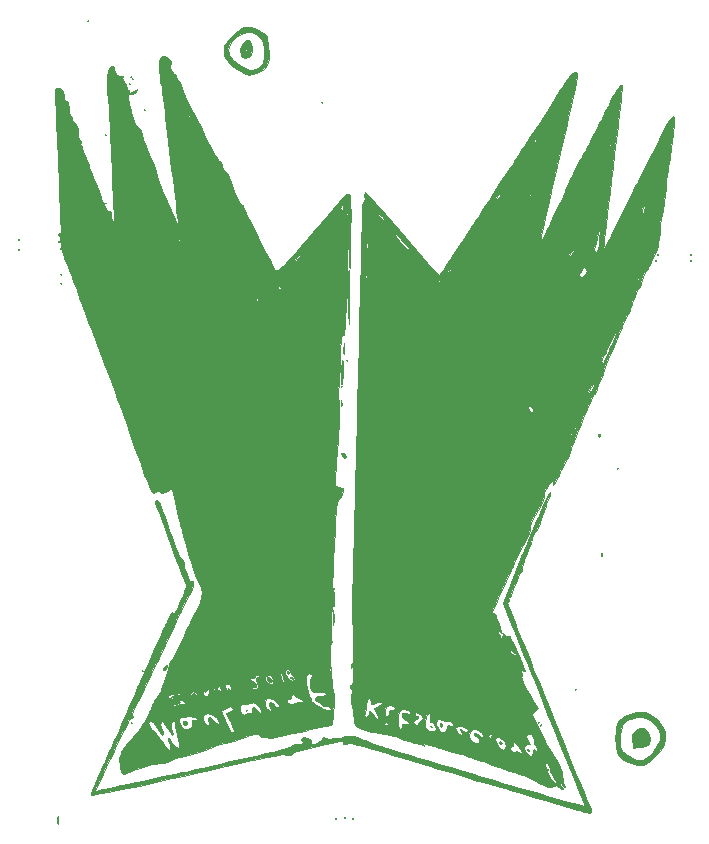
<source format=gbr>
G04 #@! TF.FileFunction,Copper,L2,Bot,Signal*
%FSLAX46Y46*%
G04 Gerber Fmt 4.6, Leading zero omitted, Abs format (unit mm)*
G04 Created by KiCad (PCBNEW 4.0.7-e2-6376~58~ubuntu16.04.1) date Tue Feb 27 03:46:11 2018*
%MOMM*%
%LPD*%
G01*
G04 APERTURE LIST*
%ADD10C,0.020000*%
%ADD11C,0.010000*%
%ADD12C,0.300000*%
G04 APERTURE END LIST*
D10*
D11*
G36*
X114331642Y-127874525D02*
X114331901Y-127876550D01*
X114346692Y-128152611D01*
X114332811Y-128384550D01*
X114315332Y-128431378D01*
X114302663Y-128330683D01*
X114297584Y-128107989D01*
X114301915Y-127890694D01*
X114314144Y-127806953D01*
X114331642Y-127874525D01*
X114331642Y-127874525D01*
G37*
X114331642Y-127874525D02*
X114331901Y-127876550D01*
X114346692Y-128152611D01*
X114332811Y-128384550D01*
X114315332Y-128431378D01*
X114302663Y-128330683D01*
X114297584Y-128107989D01*
X114301915Y-127890694D01*
X114314144Y-127806953D01*
X114331642Y-127874525D01*
G36*
X156045917Y-100336123D02*
X156032616Y-100427331D01*
X155962874Y-100645136D01*
X155847030Y-100960526D01*
X155695426Y-101344491D01*
X155628084Y-101508382D01*
X155459909Y-101925082D01*
X155318478Y-102298034D01*
X155215829Y-102593745D01*
X155164002Y-102778723D01*
X155160100Y-102810301D01*
X155127610Y-102988478D01*
X155047911Y-103221758D01*
X154944894Y-103455878D01*
X154842449Y-103636573D01*
X154764468Y-103709581D01*
X154764156Y-103709585D01*
X154664554Y-103780686D01*
X154554044Y-103949617D01*
X154465713Y-104150688D01*
X154432645Y-104318209D01*
X154439332Y-104354504D01*
X154446003Y-104440120D01*
X154413529Y-104435364D01*
X154333685Y-104459910D01*
X154270017Y-104570893D01*
X154262548Y-104687099D01*
X154277596Y-104711186D01*
X154317298Y-104687571D01*
X154321683Y-104642468D01*
X154348294Y-104568136D01*
X154369735Y-104577690D01*
X154357310Y-104669303D01*
X154289505Y-104886941D01*
X154176704Y-105200586D01*
X154029291Y-105580222D01*
X153985079Y-105689709D01*
X153830306Y-106086555D01*
X153708856Y-106430524D01*
X153630955Y-106690009D01*
X153606828Y-106833406D01*
X153610467Y-106847524D01*
X153606864Y-106976285D01*
X153539330Y-107085678D01*
X153458118Y-107217364D01*
X153334963Y-107464684D01*
X153186461Y-107788659D01*
X153029210Y-108150312D01*
X152879806Y-108510666D01*
X152754846Y-108830742D01*
X152670927Y-109071563D01*
X152644205Y-109187868D01*
X152586002Y-109260745D01*
X152496237Y-109244692D01*
X152397541Y-109218045D01*
X152420701Y-109276343D01*
X152474833Y-109344400D01*
X152556451Y-109471248D01*
X152513896Y-109552402D01*
X152464746Y-109586232D01*
X152411464Y-109639289D01*
X152397900Y-109727501D01*
X152430787Y-109879638D01*
X152516852Y-110124466D01*
X152662826Y-110490756D01*
X152694407Y-110567962D01*
X152831291Y-110904251D01*
X153016645Y-111363028D01*
X153236450Y-111909400D01*
X153476679Y-112508474D01*
X153723313Y-113125358D01*
X153869428Y-113491768D01*
X154270986Y-114497357D01*
X154688234Y-115537645D01*
X155116141Y-116600371D01*
X155549673Y-117673276D01*
X155983795Y-118744101D01*
X156413478Y-119800589D01*
X156833685Y-120830480D01*
X157239386Y-121821515D01*
X157625545Y-122761435D01*
X157987131Y-123637982D01*
X158319110Y-124438896D01*
X158616449Y-125151920D01*
X158874113Y-125764793D01*
X159087072Y-126265258D01*
X159250291Y-126641054D01*
X159358737Y-126879924D01*
X159397452Y-126955924D01*
X159505188Y-127214805D01*
X159485962Y-127394518D01*
X159343911Y-127476344D01*
X159281869Y-127479139D01*
X159147610Y-127454254D01*
X158878874Y-127388060D01*
X158503351Y-127287974D01*
X158311912Y-127234678D01*
X159311229Y-127231189D01*
X159342450Y-127300771D01*
X159367870Y-127287437D01*
X159377653Y-127186922D01*
X159367476Y-127174549D01*
X159317182Y-127186346D01*
X159311229Y-127231189D01*
X158311912Y-127234678D01*
X158048737Y-127161411D01*
X157542724Y-127015788D01*
X157447702Y-126987943D01*
X156953922Y-126842826D01*
X156332382Y-126660146D01*
X155617782Y-126450102D01*
X154844818Y-126222892D01*
X154048189Y-125988716D01*
X153262592Y-125757774D01*
X152870979Y-125642646D01*
X152172962Y-125437457D01*
X151505683Y-125241340D01*
X150891715Y-125060923D01*
X150353632Y-124902840D01*
X149914005Y-124773723D01*
X149595411Y-124680204D01*
X149438437Y-124634185D01*
X149224914Y-124571133D01*
X148875416Y-124467267D01*
X148416166Y-124330411D01*
X147873385Y-124168388D01*
X147273298Y-123989019D01*
X146642128Y-123800127D01*
X146556752Y-123774559D01*
X145812850Y-123551761D01*
X144996226Y-123307199D01*
X144157201Y-123055941D01*
X143346097Y-122813057D01*
X142613237Y-122593616D01*
X142191830Y-122467442D01*
X141365728Y-122221223D01*
X140686902Y-122021792D01*
X140140965Y-121865537D01*
X139713534Y-121748853D01*
X139390225Y-121668126D01*
X139156649Y-121619749D01*
X138998426Y-121600111D01*
X138901167Y-121605603D01*
X138853223Y-121629696D01*
X138680910Y-121712850D01*
X138516388Y-121664085D01*
X138436716Y-121539096D01*
X138352039Y-121408791D01*
X138235889Y-121410202D01*
X138105032Y-121443041D01*
X137839034Y-121504000D01*
X137468448Y-121586278D01*
X137023828Y-121683074D01*
X136643676Y-121764621D01*
X135916561Y-121923220D01*
X135339544Y-122058012D01*
X134895857Y-122173982D01*
X134568730Y-122276115D01*
X134341394Y-122369395D01*
X134197078Y-122458806D01*
X134148582Y-122506253D01*
X133952257Y-122616552D01*
X133670391Y-122610669D01*
X133464965Y-122545511D01*
X133342936Y-122548500D01*
X133059297Y-122591090D01*
X132616930Y-122672674D01*
X132018715Y-122792642D01*
X131267532Y-122950388D01*
X130366263Y-123145302D01*
X129317789Y-123376776D01*
X128124988Y-123644205D01*
X126790744Y-123946977D01*
X126364571Y-124044323D01*
X124914751Y-124374037D01*
X123569177Y-124676157D01*
X122333764Y-124949465D01*
X121214427Y-125192743D01*
X120217079Y-125404775D01*
X119347637Y-125584343D01*
X118612013Y-125730229D01*
X118016121Y-125841217D01*
X117565877Y-125916087D01*
X117267196Y-125953623D01*
X117125991Y-125952608D01*
X117117329Y-125947836D01*
X117120179Y-125844982D01*
X117189377Y-125631104D01*
X117311465Y-125344529D01*
X117377105Y-125208027D01*
X117553267Y-124841383D01*
X117763254Y-124385769D01*
X117976272Y-123908734D01*
X118106824Y-123607331D01*
X118299506Y-123159907D01*
X118503827Y-122692963D01*
X118691176Y-122271553D01*
X118796858Y-122038579D01*
X118888148Y-121839145D01*
X118988301Y-121618348D01*
X119102616Y-121364188D01*
X119236396Y-121064663D01*
X119394943Y-120707773D01*
X119583554Y-120281518D01*
X119807532Y-119773898D01*
X120072179Y-119172912D01*
X120382793Y-118466559D01*
X120744677Y-117642840D01*
X121163131Y-116689753D01*
X121172898Y-116667496D01*
X121371188Y-116666804D01*
X121389257Y-116666217D01*
X121465458Y-116573216D01*
X121566711Y-116415430D01*
X121596266Y-116325813D01*
X121579538Y-116272545D01*
X121522274Y-116349888D01*
X121434428Y-116526006D01*
X121371188Y-116666804D01*
X121172898Y-116667496D01*
X121402155Y-116145116D01*
X121595633Y-116144441D01*
X121638114Y-116186626D01*
X121680299Y-116144145D01*
X121637818Y-116101960D01*
X121595633Y-116144441D01*
X121402155Y-116145116D01*
X121476585Y-115975522D01*
X121679707Y-115974813D01*
X121722189Y-116016998D01*
X121764374Y-115974518D01*
X121721893Y-115932332D01*
X121679707Y-115974813D01*
X121476585Y-115975522D01*
X121551015Y-115805927D01*
X121763783Y-115805185D01*
X121806263Y-115847371D01*
X121848449Y-115804889D01*
X121805968Y-115762704D01*
X121763783Y-115805185D01*
X121551015Y-115805927D01*
X121625446Y-115636334D01*
X121850450Y-115635548D01*
X121885441Y-115650571D01*
X121932376Y-115592929D01*
X122003481Y-115438331D01*
X122013711Y-115380977D01*
X121978720Y-115365954D01*
X121931785Y-115423596D01*
X121860680Y-115578194D01*
X121850450Y-115635548D01*
X121625446Y-115636334D01*
X121643455Y-115595298D01*
X121718471Y-115424340D01*
X121811495Y-115212348D01*
X122015713Y-115211636D01*
X122058193Y-115253821D01*
X122100379Y-115211340D01*
X122057897Y-115169154D01*
X122015713Y-115211636D01*
X121811495Y-115212348D01*
X121885914Y-115042754D01*
X122099788Y-115042007D01*
X122142268Y-115084193D01*
X122184453Y-115041712D01*
X122141973Y-114999527D01*
X122099788Y-115042007D01*
X121885914Y-115042754D01*
X121960334Y-114873160D01*
X122183862Y-114872380D01*
X122226344Y-114914565D01*
X122268529Y-114872084D01*
X122226048Y-114829899D01*
X122183862Y-114872380D01*
X121960334Y-114873160D01*
X122034753Y-114703566D01*
X122270531Y-114702743D01*
X122305520Y-114717766D01*
X122352456Y-114660123D01*
X122423560Y-114505525D01*
X122433790Y-114448172D01*
X122398800Y-114433148D01*
X122351865Y-114490791D01*
X122280761Y-114645389D01*
X122270531Y-114702743D01*
X122034753Y-114703566D01*
X122138422Y-114467320D01*
X122495827Y-113653199D01*
X122796202Y-112969830D01*
X123045062Y-112405058D01*
X123247925Y-111946735D01*
X123379907Y-111650852D01*
X123696622Y-111649746D01*
X123739104Y-111691931D01*
X123781289Y-111649451D01*
X123738808Y-111607265D01*
X123696622Y-111649746D01*
X123379907Y-111650852D01*
X123410306Y-111582706D01*
X123537721Y-111300824D01*
X123635686Y-111088934D01*
X123709719Y-110934886D01*
X123765334Y-110826530D01*
X123808047Y-110751712D01*
X123843376Y-110698283D01*
X123876836Y-110654091D01*
X123893488Y-110633053D01*
X124005016Y-110523113D01*
X124082981Y-110549660D01*
X124105266Y-110579850D01*
X124160958Y-110580503D01*
X124257053Y-110461497D01*
X124400205Y-110211938D01*
X124597065Y-109820931D01*
X124701070Y-109604097D01*
X124911066Y-109153409D01*
X125053142Y-108823408D01*
X125137198Y-108584386D01*
X125173129Y-108406636D01*
X125170835Y-108260451D01*
X125163666Y-108215605D01*
X125108639Y-107992996D01*
X125048663Y-107843657D01*
X125042682Y-107835025D01*
X124995325Y-107733345D01*
X124899944Y-107497105D01*
X124766052Y-107151000D01*
X124603159Y-106719732D01*
X124420774Y-106227996D01*
X124358933Y-106059401D01*
X124121503Y-105411168D01*
X123853650Y-104681231D01*
X123578891Y-103933598D01*
X123320748Y-103232281D01*
X123149829Y-102768792D01*
X122970196Y-102278875D01*
X122812550Y-101842555D01*
X122685758Y-101484897D01*
X122598688Y-101230973D01*
X122560206Y-101105850D01*
X122559118Y-101098677D01*
X122610844Y-101024530D01*
X122727404Y-101044889D01*
X122849536Y-101139052D01*
X122898706Y-101217301D01*
X122949448Y-101345160D01*
X123050679Y-101608851D01*
X123193753Y-101985534D01*
X123370022Y-102452369D01*
X123570839Y-102986518D01*
X123787026Y-103563715D01*
X124002276Y-104139122D01*
X124200076Y-104667231D01*
X124372089Y-105125834D01*
X124509977Y-105492724D01*
X124605405Y-105745692D01*
X124650033Y-105862530D01*
X124650245Y-105863062D01*
X124767428Y-105999682D01*
X124843044Y-106031852D01*
X124943801Y-106119072D01*
X124993512Y-106345721D01*
X124998156Y-106411122D01*
X125044102Y-106702787D01*
X125132279Y-106966059D01*
X125151295Y-107003128D01*
X125260770Y-107245411D01*
X125359608Y-107537844D01*
X125374414Y-107592829D01*
X125444046Y-107813165D01*
X125522411Y-107902371D01*
X125638866Y-107897718D01*
X125741036Y-107882760D01*
X125783727Y-107935219D01*
X125779097Y-108092905D01*
X125757075Y-108265344D01*
X125702442Y-108525677D01*
X125628051Y-108718100D01*
X125589562Y-108768665D01*
X125555620Y-108810390D01*
X125499760Y-108902118D01*
X125417632Y-109052804D01*
X125304885Y-109271408D01*
X125157167Y-109566887D01*
X124970126Y-109948198D01*
X124739411Y-110424299D01*
X124460672Y-111004148D01*
X124129556Y-111696702D01*
X123741711Y-112510918D01*
X123292787Y-113455757D01*
X122778432Y-114540173D01*
X122481073Y-115167677D01*
X122193696Y-115772058D01*
X121894492Y-116397425D01*
X121602444Y-117004377D01*
X121336533Y-117553515D01*
X121115740Y-118005436D01*
X121040807Y-118157223D01*
X120824237Y-118603415D01*
X120683714Y-118917953D01*
X120613136Y-119117253D01*
X120606404Y-119217737D01*
X120639209Y-119238131D01*
X120736857Y-119279926D01*
X120722049Y-119370197D01*
X120616864Y-119454582D01*
X120542293Y-119476781D01*
X120401218Y-119577148D01*
X120237954Y-119823524D01*
X120156846Y-119986129D01*
X120066520Y-120179239D01*
X119913877Y-120502914D01*
X119709476Y-120934873D01*
X119463882Y-121452833D01*
X119187655Y-122034513D01*
X118891357Y-122657630D01*
X118706065Y-123046890D01*
X118415881Y-123658090D01*
X118151443Y-124218576D01*
X117920998Y-124710599D01*
X117732792Y-125116405D01*
X117595067Y-125418244D01*
X117516072Y-125598362D01*
X117500307Y-125642880D01*
X117586503Y-125631839D01*
X117801679Y-125588297D01*
X118110276Y-125519758D01*
X118368462Y-125459596D01*
X118682622Y-125387719D01*
X119130249Y-125288973D01*
X119678895Y-125170328D01*
X120296107Y-125038753D01*
X120949437Y-124901218D01*
X121541103Y-124778182D01*
X122230656Y-124634399D01*
X122941885Y-124483781D01*
X123635436Y-124334829D01*
X124271958Y-124196041D01*
X124812097Y-124075914D01*
X125136747Y-124001673D01*
X125491782Y-123919691D01*
X125987602Y-123806316D01*
X126599732Y-123667087D01*
X127303703Y-123507547D01*
X128075042Y-123333236D01*
X128889276Y-123149697D01*
X129721935Y-122962468D01*
X130197844Y-122855677D01*
X131123563Y-122647051D01*
X131896431Y-122470264D01*
X132529237Y-122321996D01*
X133034772Y-122198930D01*
X133425826Y-122097746D01*
X133666575Y-122029008D01*
X134824241Y-122024967D01*
X134866721Y-122067152D01*
X134908906Y-122024671D01*
X134866425Y-121982486D01*
X134824241Y-122024967D01*
X133666575Y-122029008D01*
X133715191Y-122015127D01*
X133915657Y-121947753D01*
X134040016Y-121892307D01*
X134101057Y-121845468D01*
X134103323Y-121842377D01*
X134213015Y-121741359D01*
X134389791Y-121698354D01*
X134646923Y-121697587D01*
X134940487Y-121685914D01*
X135074788Y-121618630D01*
X135050793Y-121494894D01*
X134978083Y-121409947D01*
X134924492Y-121291646D01*
X134982065Y-121188092D01*
X135065338Y-121118794D01*
X135185181Y-121112227D01*
X135395033Y-121168932D01*
X135467712Y-121193022D01*
X135699327Y-121282659D01*
X135801955Y-121366700D01*
X135811261Y-121479076D01*
X135803869Y-121512832D01*
X135788042Y-121643568D01*
X135862959Y-121669441D01*
X135988203Y-121641139D01*
X136308602Y-121545279D01*
X136507241Y-121454533D01*
X136628971Y-121343789D01*
X136688027Y-121249324D01*
X136800886Y-121091750D01*
X136895641Y-121045702D01*
X136937710Y-121127205D01*
X136937808Y-121133580D01*
X136990341Y-121182871D01*
X137026306Y-121168316D01*
X137157503Y-121168295D01*
X137234418Y-121212215D01*
X137389832Y-121264206D01*
X137463650Y-121242714D01*
X137608682Y-121198066D01*
X137852370Y-121162475D01*
X137989004Y-121151899D01*
X138249803Y-121121868D01*
X138441955Y-121071007D01*
X138492389Y-121041464D01*
X138666757Y-120969190D01*
X138952789Y-120959356D01*
X139305822Y-121009329D01*
X139665069Y-121110679D01*
X139961347Y-121210518D01*
X140227944Y-121291219D01*
X140340393Y-121320117D01*
X140565556Y-121408336D01*
X140704079Y-121505816D01*
X140856701Y-121605043D01*
X141090561Y-121706401D01*
X141346486Y-121790311D01*
X141565305Y-121837199D01*
X141684214Y-121830072D01*
X141772521Y-121843033D01*
X141780297Y-121856904D01*
X141864984Y-121894748D01*
X142095378Y-121974840D01*
X142454658Y-122091906D01*
X142926004Y-122240673D01*
X143492595Y-122415868D01*
X144137608Y-122612218D01*
X144844225Y-122824451D01*
X145283884Y-122955182D01*
X146079398Y-123191489D01*
X146874526Y-123428871D01*
X147643482Y-123659544D01*
X148360480Y-123875729D01*
X148999733Y-124069643D01*
X149535454Y-124233507D01*
X149941858Y-124359538D01*
X150030246Y-124387393D01*
X150598398Y-124563291D01*
X151256200Y-124760487D01*
X151929561Y-124957121D01*
X152544388Y-125131330D01*
X152657635Y-125162609D01*
X153117509Y-125290438D01*
X153700311Y-125454780D01*
X154366517Y-125644357D01*
X155076606Y-125847885D01*
X155791058Y-126054087D01*
X156344330Y-126214887D01*
X156947754Y-126389753D01*
X157501132Y-126547931D01*
X157982813Y-126683410D01*
X158371150Y-126790172D01*
X158644492Y-126862203D01*
X158781190Y-126893490D01*
X158789942Y-126894332D01*
X158865141Y-126837229D01*
X158847645Y-126745971D01*
X158686584Y-126334124D01*
X158464245Y-125773542D01*
X158180091Y-125062882D01*
X157833583Y-124200806D01*
X157424181Y-123185968D01*
X156951345Y-122017028D01*
X156494988Y-120890981D01*
X156145113Y-120027297D01*
X155778465Y-119120354D01*
X155407508Y-118201112D01*
X155044711Y-117300527D01*
X154702539Y-116449560D01*
X154393458Y-115679168D01*
X154129935Y-115020311D01*
X154026654Y-114761227D01*
X153755257Y-114081066D01*
X153472818Y-113376085D01*
X153194139Y-112683032D01*
X152934026Y-112038658D01*
X152707283Y-111479715D01*
X152534879Y-111057945D01*
X151985514Y-109722053D01*
X152509475Y-108433350D01*
X152946522Y-107360304D01*
X153208236Y-106720702D01*
X153397595Y-106720041D01*
X153440077Y-106762226D01*
X153482262Y-106719745D01*
X153439781Y-106677559D01*
X153397595Y-106720041D01*
X153208236Y-106720702D01*
X153294970Y-106508731D01*
X153481523Y-106508079D01*
X153512744Y-106577661D01*
X153538164Y-106564326D01*
X153547946Y-106463812D01*
X153537770Y-106451438D01*
X153487477Y-106463236D01*
X153481523Y-106508079D01*
X153294970Y-106508731D01*
X153329757Y-106423717D01*
X153382041Y-106296758D01*
X153565451Y-106296118D01*
X153607931Y-106338304D01*
X153650116Y-106295823D01*
X153607636Y-106253638D01*
X153565451Y-106296118D01*
X153382041Y-106296758D01*
X153451877Y-106127181D01*
X153655526Y-106126470D01*
X153689869Y-106125213D01*
X153772459Y-106005398D01*
X153776081Y-105999048D01*
X153864108Y-105816436D01*
X153896046Y-105702295D01*
X153861703Y-105703550D01*
X153779112Y-105823366D01*
X153775490Y-105829716D01*
X153687463Y-106012328D01*
X153655526Y-106126470D01*
X153451877Y-106127181D01*
X153667883Y-105602678D01*
X153696552Y-105533656D01*
X153904048Y-105532932D01*
X153939038Y-105547955D01*
X153985974Y-105490312D01*
X154057078Y-105335714D01*
X154067308Y-105278360D01*
X154032318Y-105263337D01*
X153985382Y-105320980D01*
X153914278Y-105475578D01*
X153904048Y-105532932D01*
X153696552Y-105533656D01*
X153872646Y-105109706D01*
X154071902Y-105109010D01*
X154106893Y-105124033D01*
X154153828Y-105066391D01*
X154224933Y-104911793D01*
X154235162Y-104854439D01*
X154200172Y-104839416D01*
X154153237Y-104897058D01*
X154082132Y-105051656D01*
X154071902Y-105109010D01*
X153872646Y-105109706D01*
X153969605Y-104876278D01*
X154243627Y-104223602D01*
X154498654Y-103623742D01*
X154743387Y-103055787D01*
X154845826Y-102820295D01*
X155061276Y-102324909D01*
X155267458Y-101848244D01*
X155449037Y-101425947D01*
X155590676Y-101093665D01*
X155666650Y-100912418D01*
X155813804Y-100575994D01*
X155921680Y-100383625D01*
X156001779Y-100317827D01*
X156045917Y-100336123D01*
X156045917Y-100336123D01*
G37*
X156045917Y-100336123D02*
X156032616Y-100427331D01*
X155962874Y-100645136D01*
X155847030Y-100960526D01*
X155695426Y-101344491D01*
X155628084Y-101508382D01*
X155459909Y-101925082D01*
X155318478Y-102298034D01*
X155215829Y-102593745D01*
X155164002Y-102778723D01*
X155160100Y-102810301D01*
X155127610Y-102988478D01*
X155047911Y-103221758D01*
X154944894Y-103455878D01*
X154842449Y-103636573D01*
X154764468Y-103709581D01*
X154764156Y-103709585D01*
X154664554Y-103780686D01*
X154554044Y-103949617D01*
X154465713Y-104150688D01*
X154432645Y-104318209D01*
X154439332Y-104354504D01*
X154446003Y-104440120D01*
X154413529Y-104435364D01*
X154333685Y-104459910D01*
X154270017Y-104570893D01*
X154262548Y-104687099D01*
X154277596Y-104711186D01*
X154317298Y-104687571D01*
X154321683Y-104642468D01*
X154348294Y-104568136D01*
X154369735Y-104577690D01*
X154357310Y-104669303D01*
X154289505Y-104886941D01*
X154176704Y-105200586D01*
X154029291Y-105580222D01*
X153985079Y-105689709D01*
X153830306Y-106086555D01*
X153708856Y-106430524D01*
X153630955Y-106690009D01*
X153606828Y-106833406D01*
X153610467Y-106847524D01*
X153606864Y-106976285D01*
X153539330Y-107085678D01*
X153458118Y-107217364D01*
X153334963Y-107464684D01*
X153186461Y-107788659D01*
X153029210Y-108150312D01*
X152879806Y-108510666D01*
X152754846Y-108830742D01*
X152670927Y-109071563D01*
X152644205Y-109187868D01*
X152586002Y-109260745D01*
X152496237Y-109244692D01*
X152397541Y-109218045D01*
X152420701Y-109276343D01*
X152474833Y-109344400D01*
X152556451Y-109471248D01*
X152513896Y-109552402D01*
X152464746Y-109586232D01*
X152411464Y-109639289D01*
X152397900Y-109727501D01*
X152430787Y-109879638D01*
X152516852Y-110124466D01*
X152662826Y-110490756D01*
X152694407Y-110567962D01*
X152831291Y-110904251D01*
X153016645Y-111363028D01*
X153236450Y-111909400D01*
X153476679Y-112508474D01*
X153723313Y-113125358D01*
X153869428Y-113491768D01*
X154270986Y-114497357D01*
X154688234Y-115537645D01*
X155116141Y-116600371D01*
X155549673Y-117673276D01*
X155983795Y-118744101D01*
X156413478Y-119800589D01*
X156833685Y-120830480D01*
X157239386Y-121821515D01*
X157625545Y-122761435D01*
X157987131Y-123637982D01*
X158319110Y-124438896D01*
X158616449Y-125151920D01*
X158874113Y-125764793D01*
X159087072Y-126265258D01*
X159250291Y-126641054D01*
X159358737Y-126879924D01*
X159397452Y-126955924D01*
X159505188Y-127214805D01*
X159485962Y-127394518D01*
X159343911Y-127476344D01*
X159281869Y-127479139D01*
X159147610Y-127454254D01*
X158878874Y-127388060D01*
X158503351Y-127287974D01*
X158311912Y-127234678D01*
X159311229Y-127231189D01*
X159342450Y-127300771D01*
X159367870Y-127287437D01*
X159377653Y-127186922D01*
X159367476Y-127174549D01*
X159317182Y-127186346D01*
X159311229Y-127231189D01*
X158311912Y-127234678D01*
X158048737Y-127161411D01*
X157542724Y-127015788D01*
X157447702Y-126987943D01*
X156953922Y-126842826D01*
X156332382Y-126660146D01*
X155617782Y-126450102D01*
X154844818Y-126222892D01*
X154048189Y-125988716D01*
X153262592Y-125757774D01*
X152870979Y-125642646D01*
X152172962Y-125437457D01*
X151505683Y-125241340D01*
X150891715Y-125060923D01*
X150353632Y-124902840D01*
X149914005Y-124773723D01*
X149595411Y-124680204D01*
X149438437Y-124634185D01*
X149224914Y-124571133D01*
X148875416Y-124467267D01*
X148416166Y-124330411D01*
X147873385Y-124168388D01*
X147273298Y-123989019D01*
X146642128Y-123800127D01*
X146556752Y-123774559D01*
X145812850Y-123551761D01*
X144996226Y-123307199D01*
X144157201Y-123055941D01*
X143346097Y-122813057D01*
X142613237Y-122593616D01*
X142191830Y-122467442D01*
X141365728Y-122221223D01*
X140686902Y-122021792D01*
X140140965Y-121865537D01*
X139713534Y-121748853D01*
X139390225Y-121668126D01*
X139156649Y-121619749D01*
X138998426Y-121600111D01*
X138901167Y-121605603D01*
X138853223Y-121629696D01*
X138680910Y-121712850D01*
X138516388Y-121664085D01*
X138436716Y-121539096D01*
X138352039Y-121408791D01*
X138235889Y-121410202D01*
X138105032Y-121443041D01*
X137839034Y-121504000D01*
X137468448Y-121586278D01*
X137023828Y-121683074D01*
X136643676Y-121764621D01*
X135916561Y-121923220D01*
X135339544Y-122058012D01*
X134895857Y-122173982D01*
X134568730Y-122276115D01*
X134341394Y-122369395D01*
X134197078Y-122458806D01*
X134148582Y-122506253D01*
X133952257Y-122616552D01*
X133670391Y-122610669D01*
X133464965Y-122545511D01*
X133342936Y-122548500D01*
X133059297Y-122591090D01*
X132616930Y-122672674D01*
X132018715Y-122792642D01*
X131267532Y-122950388D01*
X130366263Y-123145302D01*
X129317789Y-123376776D01*
X128124988Y-123644205D01*
X126790744Y-123946977D01*
X126364571Y-124044323D01*
X124914751Y-124374037D01*
X123569177Y-124676157D01*
X122333764Y-124949465D01*
X121214427Y-125192743D01*
X120217079Y-125404775D01*
X119347637Y-125584343D01*
X118612013Y-125730229D01*
X118016121Y-125841217D01*
X117565877Y-125916087D01*
X117267196Y-125953623D01*
X117125991Y-125952608D01*
X117117329Y-125947836D01*
X117120179Y-125844982D01*
X117189377Y-125631104D01*
X117311465Y-125344529D01*
X117377105Y-125208027D01*
X117553267Y-124841383D01*
X117763254Y-124385769D01*
X117976272Y-123908734D01*
X118106824Y-123607331D01*
X118299506Y-123159907D01*
X118503827Y-122692963D01*
X118691176Y-122271553D01*
X118796858Y-122038579D01*
X118888148Y-121839145D01*
X118988301Y-121618348D01*
X119102616Y-121364188D01*
X119236396Y-121064663D01*
X119394943Y-120707773D01*
X119583554Y-120281518D01*
X119807532Y-119773898D01*
X120072179Y-119172912D01*
X120382793Y-118466559D01*
X120744677Y-117642840D01*
X121163131Y-116689753D01*
X121172898Y-116667496D01*
X121371188Y-116666804D01*
X121389257Y-116666217D01*
X121465458Y-116573216D01*
X121566711Y-116415430D01*
X121596266Y-116325813D01*
X121579538Y-116272545D01*
X121522274Y-116349888D01*
X121434428Y-116526006D01*
X121371188Y-116666804D01*
X121172898Y-116667496D01*
X121402155Y-116145116D01*
X121595633Y-116144441D01*
X121638114Y-116186626D01*
X121680299Y-116144145D01*
X121637818Y-116101960D01*
X121595633Y-116144441D01*
X121402155Y-116145116D01*
X121476585Y-115975522D01*
X121679707Y-115974813D01*
X121722189Y-116016998D01*
X121764374Y-115974518D01*
X121721893Y-115932332D01*
X121679707Y-115974813D01*
X121476585Y-115975522D01*
X121551015Y-115805927D01*
X121763783Y-115805185D01*
X121806263Y-115847371D01*
X121848449Y-115804889D01*
X121805968Y-115762704D01*
X121763783Y-115805185D01*
X121551015Y-115805927D01*
X121625446Y-115636334D01*
X121850450Y-115635548D01*
X121885441Y-115650571D01*
X121932376Y-115592929D01*
X122003481Y-115438331D01*
X122013711Y-115380977D01*
X121978720Y-115365954D01*
X121931785Y-115423596D01*
X121860680Y-115578194D01*
X121850450Y-115635548D01*
X121625446Y-115636334D01*
X121643455Y-115595298D01*
X121718471Y-115424340D01*
X121811495Y-115212348D01*
X122015713Y-115211636D01*
X122058193Y-115253821D01*
X122100379Y-115211340D01*
X122057897Y-115169154D01*
X122015713Y-115211636D01*
X121811495Y-115212348D01*
X121885914Y-115042754D01*
X122099788Y-115042007D01*
X122142268Y-115084193D01*
X122184453Y-115041712D01*
X122141973Y-114999527D01*
X122099788Y-115042007D01*
X121885914Y-115042754D01*
X121960334Y-114873160D01*
X122183862Y-114872380D01*
X122226344Y-114914565D01*
X122268529Y-114872084D01*
X122226048Y-114829899D01*
X122183862Y-114872380D01*
X121960334Y-114873160D01*
X122034753Y-114703566D01*
X122270531Y-114702743D01*
X122305520Y-114717766D01*
X122352456Y-114660123D01*
X122423560Y-114505525D01*
X122433790Y-114448172D01*
X122398800Y-114433148D01*
X122351865Y-114490791D01*
X122280761Y-114645389D01*
X122270531Y-114702743D01*
X122034753Y-114703566D01*
X122138422Y-114467320D01*
X122495827Y-113653199D01*
X122796202Y-112969830D01*
X123045062Y-112405058D01*
X123247925Y-111946735D01*
X123379907Y-111650852D01*
X123696622Y-111649746D01*
X123739104Y-111691931D01*
X123781289Y-111649451D01*
X123738808Y-111607265D01*
X123696622Y-111649746D01*
X123379907Y-111650852D01*
X123410306Y-111582706D01*
X123537721Y-111300824D01*
X123635686Y-111088934D01*
X123709719Y-110934886D01*
X123765334Y-110826530D01*
X123808047Y-110751712D01*
X123843376Y-110698283D01*
X123876836Y-110654091D01*
X123893488Y-110633053D01*
X124005016Y-110523113D01*
X124082981Y-110549660D01*
X124105266Y-110579850D01*
X124160958Y-110580503D01*
X124257053Y-110461497D01*
X124400205Y-110211938D01*
X124597065Y-109820931D01*
X124701070Y-109604097D01*
X124911066Y-109153409D01*
X125053142Y-108823408D01*
X125137198Y-108584386D01*
X125173129Y-108406636D01*
X125170835Y-108260451D01*
X125163666Y-108215605D01*
X125108639Y-107992996D01*
X125048663Y-107843657D01*
X125042682Y-107835025D01*
X124995325Y-107733345D01*
X124899944Y-107497105D01*
X124766052Y-107151000D01*
X124603159Y-106719732D01*
X124420774Y-106227996D01*
X124358933Y-106059401D01*
X124121503Y-105411168D01*
X123853650Y-104681231D01*
X123578891Y-103933598D01*
X123320748Y-103232281D01*
X123149829Y-102768792D01*
X122970196Y-102278875D01*
X122812550Y-101842555D01*
X122685758Y-101484897D01*
X122598688Y-101230973D01*
X122560206Y-101105850D01*
X122559118Y-101098677D01*
X122610844Y-101024530D01*
X122727404Y-101044889D01*
X122849536Y-101139052D01*
X122898706Y-101217301D01*
X122949448Y-101345160D01*
X123050679Y-101608851D01*
X123193753Y-101985534D01*
X123370022Y-102452369D01*
X123570839Y-102986518D01*
X123787026Y-103563715D01*
X124002276Y-104139122D01*
X124200076Y-104667231D01*
X124372089Y-105125834D01*
X124509977Y-105492724D01*
X124605405Y-105745692D01*
X124650033Y-105862530D01*
X124650245Y-105863062D01*
X124767428Y-105999682D01*
X124843044Y-106031852D01*
X124943801Y-106119072D01*
X124993512Y-106345721D01*
X124998156Y-106411122D01*
X125044102Y-106702787D01*
X125132279Y-106966059D01*
X125151295Y-107003128D01*
X125260770Y-107245411D01*
X125359608Y-107537844D01*
X125374414Y-107592829D01*
X125444046Y-107813165D01*
X125522411Y-107902371D01*
X125638866Y-107897718D01*
X125741036Y-107882760D01*
X125783727Y-107935219D01*
X125779097Y-108092905D01*
X125757075Y-108265344D01*
X125702442Y-108525677D01*
X125628051Y-108718100D01*
X125589562Y-108768665D01*
X125555620Y-108810390D01*
X125499760Y-108902118D01*
X125417632Y-109052804D01*
X125304885Y-109271408D01*
X125157167Y-109566887D01*
X124970126Y-109948198D01*
X124739411Y-110424299D01*
X124460672Y-111004148D01*
X124129556Y-111696702D01*
X123741711Y-112510918D01*
X123292787Y-113455757D01*
X122778432Y-114540173D01*
X122481073Y-115167677D01*
X122193696Y-115772058D01*
X121894492Y-116397425D01*
X121602444Y-117004377D01*
X121336533Y-117553515D01*
X121115740Y-118005436D01*
X121040807Y-118157223D01*
X120824237Y-118603415D01*
X120683714Y-118917953D01*
X120613136Y-119117253D01*
X120606404Y-119217737D01*
X120639209Y-119238131D01*
X120736857Y-119279926D01*
X120722049Y-119370197D01*
X120616864Y-119454582D01*
X120542293Y-119476781D01*
X120401218Y-119577148D01*
X120237954Y-119823524D01*
X120156846Y-119986129D01*
X120066520Y-120179239D01*
X119913877Y-120502914D01*
X119709476Y-120934873D01*
X119463882Y-121452833D01*
X119187655Y-122034513D01*
X118891357Y-122657630D01*
X118706065Y-123046890D01*
X118415881Y-123658090D01*
X118151443Y-124218576D01*
X117920998Y-124710599D01*
X117732792Y-125116405D01*
X117595067Y-125418244D01*
X117516072Y-125598362D01*
X117500307Y-125642880D01*
X117586503Y-125631839D01*
X117801679Y-125588297D01*
X118110276Y-125519758D01*
X118368462Y-125459596D01*
X118682622Y-125387719D01*
X119130249Y-125288973D01*
X119678895Y-125170328D01*
X120296107Y-125038753D01*
X120949437Y-124901218D01*
X121541103Y-124778182D01*
X122230656Y-124634399D01*
X122941885Y-124483781D01*
X123635436Y-124334829D01*
X124271958Y-124196041D01*
X124812097Y-124075914D01*
X125136747Y-124001673D01*
X125491782Y-123919691D01*
X125987602Y-123806316D01*
X126599732Y-123667087D01*
X127303703Y-123507547D01*
X128075042Y-123333236D01*
X128889276Y-123149697D01*
X129721935Y-122962468D01*
X130197844Y-122855677D01*
X131123563Y-122647051D01*
X131896431Y-122470264D01*
X132529237Y-122321996D01*
X133034772Y-122198930D01*
X133425826Y-122097746D01*
X133666575Y-122029008D01*
X134824241Y-122024967D01*
X134866721Y-122067152D01*
X134908906Y-122024671D01*
X134866425Y-121982486D01*
X134824241Y-122024967D01*
X133666575Y-122029008D01*
X133715191Y-122015127D01*
X133915657Y-121947753D01*
X134040016Y-121892307D01*
X134101057Y-121845468D01*
X134103323Y-121842377D01*
X134213015Y-121741359D01*
X134389791Y-121698354D01*
X134646923Y-121697587D01*
X134940487Y-121685914D01*
X135074788Y-121618630D01*
X135050793Y-121494894D01*
X134978083Y-121409947D01*
X134924492Y-121291646D01*
X134982065Y-121188092D01*
X135065338Y-121118794D01*
X135185181Y-121112227D01*
X135395033Y-121168932D01*
X135467712Y-121193022D01*
X135699327Y-121282659D01*
X135801955Y-121366700D01*
X135811261Y-121479076D01*
X135803869Y-121512832D01*
X135788042Y-121643568D01*
X135862959Y-121669441D01*
X135988203Y-121641139D01*
X136308602Y-121545279D01*
X136507241Y-121454533D01*
X136628971Y-121343789D01*
X136688027Y-121249324D01*
X136800886Y-121091750D01*
X136895641Y-121045702D01*
X136937710Y-121127205D01*
X136937808Y-121133580D01*
X136990341Y-121182871D01*
X137026306Y-121168316D01*
X137157503Y-121168295D01*
X137234418Y-121212215D01*
X137389832Y-121264206D01*
X137463650Y-121242714D01*
X137608682Y-121198066D01*
X137852370Y-121162475D01*
X137989004Y-121151899D01*
X138249803Y-121121868D01*
X138441955Y-121071007D01*
X138492389Y-121041464D01*
X138666757Y-120969190D01*
X138952789Y-120959356D01*
X139305822Y-121009329D01*
X139665069Y-121110679D01*
X139961347Y-121210518D01*
X140227944Y-121291219D01*
X140340393Y-121320117D01*
X140565556Y-121408336D01*
X140704079Y-121505816D01*
X140856701Y-121605043D01*
X141090561Y-121706401D01*
X141346486Y-121790311D01*
X141565305Y-121837199D01*
X141684214Y-121830072D01*
X141772521Y-121843033D01*
X141780297Y-121856904D01*
X141864984Y-121894748D01*
X142095378Y-121974840D01*
X142454658Y-122091906D01*
X142926004Y-122240673D01*
X143492595Y-122415868D01*
X144137608Y-122612218D01*
X144844225Y-122824451D01*
X145283884Y-122955182D01*
X146079398Y-123191489D01*
X146874526Y-123428871D01*
X147643482Y-123659544D01*
X148360480Y-123875729D01*
X148999733Y-124069643D01*
X149535454Y-124233507D01*
X149941858Y-124359538D01*
X150030246Y-124387393D01*
X150598398Y-124563291D01*
X151256200Y-124760487D01*
X151929561Y-124957121D01*
X152544388Y-125131330D01*
X152657635Y-125162609D01*
X153117509Y-125290438D01*
X153700311Y-125454780D01*
X154366517Y-125644357D01*
X155076606Y-125847885D01*
X155791058Y-126054087D01*
X156344330Y-126214887D01*
X156947754Y-126389753D01*
X157501132Y-126547931D01*
X157982813Y-126683410D01*
X158371150Y-126790172D01*
X158644492Y-126862203D01*
X158781190Y-126893490D01*
X158789942Y-126894332D01*
X158865141Y-126837229D01*
X158847645Y-126745971D01*
X158686584Y-126334124D01*
X158464245Y-125773542D01*
X158180091Y-125062882D01*
X157833583Y-124200806D01*
X157424181Y-123185968D01*
X156951345Y-122017028D01*
X156494988Y-120890981D01*
X156145113Y-120027297D01*
X155778465Y-119120354D01*
X155407508Y-118201112D01*
X155044711Y-117300527D01*
X154702539Y-116449560D01*
X154393458Y-115679168D01*
X154129935Y-115020311D01*
X154026654Y-114761227D01*
X153755257Y-114081066D01*
X153472818Y-113376085D01*
X153194139Y-112683032D01*
X152934026Y-112038658D01*
X152707283Y-111479715D01*
X152534879Y-111057945D01*
X151985514Y-109722053D01*
X152509475Y-108433350D01*
X152946522Y-107360304D01*
X153208236Y-106720702D01*
X153397595Y-106720041D01*
X153440077Y-106762226D01*
X153482262Y-106719745D01*
X153439781Y-106677559D01*
X153397595Y-106720041D01*
X153208236Y-106720702D01*
X153294970Y-106508731D01*
X153481523Y-106508079D01*
X153512744Y-106577661D01*
X153538164Y-106564326D01*
X153547946Y-106463812D01*
X153537770Y-106451438D01*
X153487477Y-106463236D01*
X153481523Y-106508079D01*
X153294970Y-106508731D01*
X153329757Y-106423717D01*
X153382041Y-106296758D01*
X153565451Y-106296118D01*
X153607931Y-106338304D01*
X153650116Y-106295823D01*
X153607636Y-106253638D01*
X153565451Y-106296118D01*
X153382041Y-106296758D01*
X153451877Y-106127181D01*
X153655526Y-106126470D01*
X153689869Y-106125213D01*
X153772459Y-106005398D01*
X153776081Y-105999048D01*
X153864108Y-105816436D01*
X153896046Y-105702295D01*
X153861703Y-105703550D01*
X153779112Y-105823366D01*
X153775490Y-105829716D01*
X153687463Y-106012328D01*
X153655526Y-106126470D01*
X153451877Y-106127181D01*
X153667883Y-105602678D01*
X153696552Y-105533656D01*
X153904048Y-105532932D01*
X153939038Y-105547955D01*
X153985974Y-105490312D01*
X154057078Y-105335714D01*
X154067308Y-105278360D01*
X154032318Y-105263337D01*
X153985382Y-105320980D01*
X153914278Y-105475578D01*
X153904048Y-105532932D01*
X153696552Y-105533656D01*
X153872646Y-105109706D01*
X154071902Y-105109010D01*
X154106893Y-105124033D01*
X154153828Y-105066391D01*
X154224933Y-104911793D01*
X154235162Y-104854439D01*
X154200172Y-104839416D01*
X154153237Y-104897058D01*
X154082132Y-105051656D01*
X154071902Y-105109010D01*
X153872646Y-105109706D01*
X153969605Y-104876278D01*
X154243627Y-104223602D01*
X154498654Y-103623742D01*
X154743387Y-103055787D01*
X154845826Y-102820295D01*
X155061276Y-102324909D01*
X155267458Y-101848244D01*
X155449037Y-101425947D01*
X155590676Y-101093665D01*
X155666650Y-100912418D01*
X155813804Y-100575994D01*
X155921680Y-100383625D01*
X156001779Y-100317827D01*
X156045917Y-100336123D01*
G36*
X158247529Y-64801291D02*
X158299164Y-64872732D01*
X158300754Y-64986222D01*
X158267233Y-65232620D01*
X158197653Y-65616482D01*
X158091060Y-66142364D01*
X157946504Y-66814825D01*
X157763035Y-67638420D01*
X157539702Y-68617708D01*
X157316911Y-69579799D01*
X157178092Y-70178469D01*
X157023974Y-70847274D01*
X156871039Y-71514454D01*
X156735767Y-72108245D01*
X156703894Y-72248956D01*
X156578171Y-72801302D01*
X156429342Y-73449540D01*
X156273294Y-74124784D01*
X156125915Y-74758142D01*
X156078543Y-74960489D01*
X155908618Y-75692742D01*
X155747132Y-76403561D01*
X155598162Y-77073727D01*
X155465787Y-77684023D01*
X155354088Y-78215236D01*
X155267142Y-78648146D01*
X155209027Y-78963537D01*
X155183824Y-79142191D01*
X155184415Y-79173196D01*
X155227191Y-79129081D01*
X155327065Y-78957062D01*
X155470126Y-78682965D01*
X155642467Y-78332613D01*
X155683757Y-78246123D01*
X155907029Y-77776140D01*
X156171239Y-77220335D01*
X156277394Y-76997132D01*
X159535740Y-76985758D01*
X159552462Y-77022708D01*
X159637028Y-76952113D01*
X159680006Y-76852929D01*
X159760517Y-76560159D01*
X159799589Y-76399471D01*
X159803370Y-76340437D01*
X159781844Y-76348918D01*
X159704201Y-76467144D01*
X159623932Y-76651964D01*
X159561095Y-76844470D01*
X159535740Y-76985758D01*
X156277394Y-76997132D01*
X156444505Y-76645763D01*
X156694943Y-76119477D01*
X156712245Y-76083131D01*
X156904309Y-75676750D01*
X157067432Y-75325995D01*
X157188991Y-75058460D01*
X157256360Y-74901740D01*
X157265787Y-74873273D01*
X157300404Y-74784846D01*
X157396185Y-74570548D01*
X157540855Y-74257089D01*
X157722134Y-73871177D01*
X157853990Y-73593696D01*
X158053494Y-73168504D01*
X158223977Y-72791484D01*
X158352968Y-72491321D01*
X158427994Y-72296703D01*
X158441940Y-72241366D01*
X158508459Y-72108700D01*
X158603503Y-72034429D01*
X158678895Y-71939108D01*
X158820566Y-71705377D01*
X159021004Y-71347241D01*
X159041483Y-71309116D01*
X160901465Y-71302624D01*
X160947111Y-71294751D01*
X161018006Y-71212906D01*
X161115564Y-71033097D01*
X161140988Y-70921126D01*
X161108502Y-70888555D01*
X161026587Y-70994721D01*
X161019977Y-71006216D01*
X160925833Y-71198167D01*
X160901465Y-71302624D01*
X159041483Y-71309116D01*
X159272698Y-70878698D01*
X159568134Y-70313753D01*
X159899802Y-69666404D01*
X160260190Y-68950655D01*
X160289027Y-68892882D01*
X160686789Y-68098664D01*
X160972722Y-67535026D01*
X161473524Y-67533278D01*
X161504745Y-67602859D01*
X161530165Y-67589525D01*
X161539947Y-67489011D01*
X161529771Y-67476637D01*
X161479478Y-67488435D01*
X161473524Y-67533278D01*
X160972722Y-67535026D01*
X161018085Y-67445609D01*
X161289838Y-66922274D01*
X161508978Y-66517222D01*
X161682429Y-66219009D01*
X161817118Y-66016199D01*
X161919970Y-65897350D01*
X161997912Y-65851022D01*
X162057871Y-65865775D01*
X162095067Y-65909820D01*
X162094963Y-66007007D01*
X162075725Y-66253848D01*
X162039301Y-66631983D01*
X161987641Y-67123052D01*
X161922695Y-67708693D01*
X161846414Y-68370546D01*
X161760748Y-69090251D01*
X161732993Y-69318939D01*
X161586820Y-70522527D01*
X161444493Y-71703384D01*
X161307369Y-72849719D01*
X161176805Y-73949742D01*
X161054161Y-74991662D01*
X160940793Y-75963689D01*
X160838059Y-76854033D01*
X160747317Y-77650903D01*
X160669925Y-78342509D01*
X160607240Y-78917061D01*
X160560621Y-79362768D01*
X160531425Y-79667840D01*
X160521010Y-79820487D01*
X160521911Y-79835357D01*
X160562427Y-79773517D01*
X160671852Y-79571282D01*
X160844348Y-79240204D01*
X161074081Y-78791834D01*
X161355209Y-78237719D01*
X161681899Y-77589411D01*
X162048312Y-76858459D01*
X162193797Y-76566962D01*
X163751885Y-76561523D01*
X163757718Y-76619419D01*
X163841247Y-76742646D01*
X163922545Y-76703437D01*
X163987862Y-76509100D01*
X164044845Y-76228738D01*
X164088705Y-76021912D01*
X164109909Y-75895651D01*
X164083537Y-75891137D01*
X163994643Y-76018336D01*
X163923585Y-76132004D01*
X163803356Y-76369208D01*
X163751885Y-76561523D01*
X162193797Y-76566962D01*
X162448611Y-76056414D01*
X162876959Y-75194825D01*
X163327518Y-74285243D01*
X163359102Y-74221363D01*
X163550889Y-73833732D01*
X165392777Y-73827302D01*
X165427768Y-73842325D01*
X165474703Y-73784683D01*
X165545808Y-73630085D01*
X165556038Y-73572731D01*
X165521047Y-73557708D01*
X165474112Y-73615350D01*
X165403007Y-73769948D01*
X165392777Y-73827302D01*
X163550889Y-73833732D01*
X163898957Y-73130236D01*
X164369522Y-72181952D01*
X164775960Y-71367267D01*
X165123437Y-70676941D01*
X165417120Y-70101731D01*
X165662174Y-69632392D01*
X165863764Y-69259684D01*
X166027056Y-68974364D01*
X166157216Y-68767189D01*
X166259409Y-68628917D01*
X166338801Y-68550305D01*
X166400558Y-68522111D01*
X166449845Y-68535093D01*
X166491828Y-68580008D01*
X166502745Y-68596674D01*
X166512484Y-68705285D01*
X166503492Y-68938710D01*
X166477862Y-69253721D01*
X166464833Y-69379978D01*
X166423441Y-69769276D01*
X166385079Y-70146161D01*
X166356963Y-70439425D01*
X166353395Y-70479596D01*
X166323411Y-70741681D01*
X166272751Y-71104415D01*
X166210812Y-71501807D01*
X166190542Y-71623171D01*
X166125699Y-72017968D01*
X166067067Y-72398796D01*
X166024704Y-72699595D01*
X166016387Y-72766786D01*
X165982260Y-73046848D01*
X165931393Y-73447671D01*
X165866785Y-73946908D01*
X165791437Y-74522214D01*
X165708344Y-75151239D01*
X165620507Y-75811637D01*
X165530926Y-76481062D01*
X165442596Y-77137168D01*
X165358518Y-77757605D01*
X165281690Y-78320028D01*
X165215111Y-78802092D01*
X165161780Y-79181446D01*
X165124694Y-79435747D01*
X165107527Y-79539935D01*
X165050599Y-79708867D01*
X164939221Y-79981593D01*
X164793495Y-80309872D01*
X164729014Y-80448210D01*
X164570996Y-80787047D01*
X164433338Y-81090787D01*
X164338131Y-81310363D01*
X164317041Y-81363218D01*
X164232353Y-81521831D01*
X164159164Y-81578656D01*
X164090324Y-81652432D01*
X163991142Y-81843624D01*
X163880150Y-82107517D01*
X163775877Y-82399399D01*
X163696856Y-82674557D01*
X163686913Y-82718081D01*
X163610402Y-82928305D01*
X163516043Y-83057347D01*
X163435499Y-83173549D01*
X163318024Y-83406307D01*
X163181534Y-83711970D01*
X163043949Y-84046889D01*
X162923184Y-84367415D01*
X162837157Y-84629899D01*
X162803786Y-84790689D01*
X162803779Y-84792541D01*
X162757715Y-84968150D01*
X162679937Y-85111225D01*
X162601571Y-85252657D01*
X162473409Y-85515710D01*
X162311582Y-85866032D01*
X162132221Y-86269273D01*
X162083650Y-86380986D01*
X161702347Y-87263270D01*
X161383593Y-88003154D01*
X161122114Y-88613396D01*
X160912635Y-89106752D01*
X160749883Y-89495979D01*
X160628582Y-89793837D01*
X160543460Y-90013081D01*
X160489240Y-90166468D01*
X160460650Y-90266758D01*
X160452415Y-90326616D01*
X160415967Y-90492015D01*
X160322285Y-90737012D01*
X160251291Y-90888752D01*
X160109793Y-91205082D01*
X159988851Y-91533228D01*
X159954346Y-91648979D01*
X159879599Y-91866515D01*
X159802927Y-91994085D01*
X159776583Y-92008017D01*
X159742234Y-92018551D01*
X159700719Y-92060313D01*
X159644791Y-92148893D01*
X159567207Y-92299877D01*
X159460723Y-92528853D01*
X159318095Y-92851410D01*
X159132078Y-93283137D01*
X158895430Y-93839619D01*
X158600905Y-94536448D01*
X158594274Y-94552160D01*
X158372184Y-95087319D01*
X158172032Y-95586491D01*
X158003846Y-96023295D01*
X157877651Y-96371349D01*
X157803475Y-96604275D01*
X157788725Y-96671652D01*
X157732518Y-96867204D01*
X157608988Y-97163437D01*
X157437964Y-97515844D01*
X157290075Y-97790918D01*
X157079432Y-98179965D01*
X156882804Y-98568199D01*
X156727228Y-98900994D01*
X156660396Y-99063124D01*
X156546185Y-99335672D01*
X156432238Y-99553710D01*
X156372559Y-99636922D01*
X156281297Y-99709336D01*
X156252860Y-99637600D01*
X156251335Y-99573845D01*
X156232737Y-99431576D01*
X156169647Y-99410312D01*
X156049019Y-99517672D01*
X155857812Y-99761271D01*
X155804241Y-99834925D01*
X155608660Y-100139925D01*
X155528544Y-100359368D01*
X155532834Y-100468135D01*
X155537053Y-100599003D01*
X155489341Y-100786555D01*
X155381514Y-101049084D01*
X155205392Y-101404881D01*
X154952792Y-101872236D01*
X154717910Y-102289947D01*
X154502871Y-102689723D01*
X154379864Y-102974946D01*
X154340327Y-103167278D01*
X154347194Y-103228161D01*
X154346577Y-103347791D01*
X154295227Y-103537332D01*
X154187024Y-103810252D01*
X154015849Y-104180019D01*
X153775583Y-104660102D01*
X153460107Y-105263968D01*
X153205326Y-105741327D01*
X153043386Y-106060121D01*
X152923974Y-106328811D01*
X152863089Y-106509484D01*
X152860584Y-106558248D01*
X152835560Y-106659384D01*
X152744416Y-106890170D01*
X152596845Y-107228837D01*
X152402535Y-107653622D01*
X152171183Y-108142758D01*
X151973760Y-108549828D01*
X151721026Y-109071688D01*
X151498063Y-109543959D01*
X151314471Y-109945322D01*
X151179846Y-110254455D01*
X151103789Y-110450036D01*
X151091291Y-110510041D01*
X151204750Y-110573692D01*
X151260764Y-110579856D01*
X151361560Y-110635234D01*
X151367792Y-110685316D01*
X151390358Y-110819502D01*
X151468773Y-111041375D01*
X151525380Y-111171603D01*
X151681994Y-111534751D01*
X151792741Y-111840867D01*
X151855065Y-112071789D01*
X151866407Y-112209353D01*
X151824211Y-112235397D01*
X151725917Y-112131760D01*
X151642916Y-112006246D01*
X151526046Y-111837324D01*
X151475896Y-111809579D01*
X151492704Y-111908447D01*
X151576709Y-112119370D01*
X151638895Y-112251886D01*
X151741940Y-112482500D01*
X151802805Y-112655841D01*
X151809782Y-112696577D01*
X151855449Y-112725881D01*
X151936426Y-112664182D01*
X152019038Y-112484041D01*
X152005753Y-112382724D01*
X151974209Y-112280095D01*
X152016612Y-112290642D01*
X152124699Y-112381634D01*
X152310334Y-112487370D01*
X152456998Y-112507475D01*
X152586903Y-112538478D01*
X152641259Y-112691717D01*
X152703435Y-112887940D01*
X152777321Y-112987577D01*
X152847991Y-113093451D01*
X152965728Y-113322374D01*
X153115574Y-113639828D01*
X153282570Y-114011297D01*
X153451758Y-114402263D01*
X153608179Y-114778213D01*
X153736874Y-115104626D01*
X153822887Y-115346989D01*
X153851462Y-115466144D01*
X153822378Y-115527474D01*
X153719239Y-115468327D01*
X153639889Y-115397894D01*
X153485311Y-115279081D01*
X153384053Y-115246869D01*
X153376898Y-115251420D01*
X153359886Y-115352883D01*
X153437976Y-115433392D01*
X153531594Y-115428592D01*
X153582996Y-115424009D01*
X153560944Y-115473151D01*
X153556809Y-115613803D01*
X153606724Y-115704193D01*
X153670337Y-115823257D01*
X153593805Y-115910064D01*
X153593565Y-115910216D01*
X153557982Y-115998788D01*
X153597734Y-116180212D01*
X153717297Y-116464089D01*
X153921150Y-116860027D01*
X154213770Y-117377631D01*
X154513537Y-117883685D01*
X154965384Y-118635585D01*
X154440817Y-119107219D01*
X154742922Y-119684129D01*
X154916018Y-120028447D01*
X155120725Y-120456153D01*
X155322609Y-120894706D01*
X155398037Y-121064145D01*
X155556117Y-121405800D01*
X155701710Y-121688526D01*
X155815316Y-121876108D01*
X155864893Y-121931149D01*
X155957432Y-122036063D01*
X156101782Y-122259462D01*
X156279089Y-122565950D01*
X156470498Y-122920127D01*
X156657155Y-123286597D01*
X156820206Y-123629961D01*
X156940795Y-123914820D01*
X156978564Y-124021979D01*
X157055343Y-124346746D01*
X157097637Y-124681304D01*
X157100330Y-124757395D01*
X157120261Y-124989791D01*
X157167518Y-125142366D01*
X157187335Y-125164257D01*
X157267818Y-125287522D01*
X157270653Y-125317130D01*
X157227082Y-125330592D01*
X157122878Y-125228721D01*
X157109727Y-125212085D01*
X157009426Y-125025427D01*
X156994819Y-124873817D01*
X156992550Y-124821892D01*
X156908759Y-124909700D01*
X156907569Y-124911232D01*
X156826844Y-125043431D01*
X156853815Y-125153084D01*
X156954212Y-125270571D01*
X157082222Y-125430327D01*
X157082710Y-125489791D01*
X156968186Y-125443877D01*
X156805986Y-125330811D01*
X156627318Y-125206853D01*
X156493509Y-125182062D01*
X156319931Y-125246482D01*
X156274765Y-125268330D01*
X156078738Y-125350598D01*
X155955936Y-125347423D01*
X155852383Y-125276096D01*
X155695141Y-125190538D01*
X155601140Y-125187486D01*
X155465415Y-125169662D01*
X155276872Y-125074555D01*
X155262042Y-125064578D01*
X154921732Y-124863301D01*
X154467276Y-124640313D01*
X153948249Y-124417148D01*
X153414225Y-124215341D01*
X152992520Y-124078727D01*
X152555640Y-123942484D01*
X152087695Y-123784006D01*
X151676689Y-123633329D01*
X151605658Y-123605412D01*
X151308766Y-123493852D01*
X151076594Y-123419814D01*
X150966238Y-123398940D01*
X155544328Y-123382960D01*
X155570345Y-123519393D01*
X155591735Y-123568268D01*
X155687037Y-123720181D01*
X155761720Y-123772225D01*
X155803546Y-123822685D01*
X155794348Y-123842808D01*
X155782956Y-123996529D01*
X155850462Y-124226507D01*
X155972054Y-124475137D01*
X156122923Y-124684814D01*
X156181193Y-124740985D01*
X156319642Y-124884603D01*
X156362785Y-124989619D01*
X156356568Y-125001980D01*
X156358507Y-125028098D01*
X156403612Y-125006236D01*
X156500531Y-124884606D01*
X156508857Y-124837719D01*
X156451288Y-124709951D01*
X156312428Y-124547661D01*
X156304227Y-124539924D01*
X156148438Y-124323049D01*
X156048248Y-124055999D01*
X156045039Y-124039234D01*
X155990449Y-123799142D01*
X155916794Y-123554255D01*
X155842491Y-123358508D01*
X155785963Y-123265837D01*
X155780346Y-123264157D01*
X155690845Y-123290375D01*
X155626516Y-123314145D01*
X155544328Y-123382960D01*
X150966238Y-123398940D01*
X150949538Y-123395782D01*
X150938688Y-123399283D01*
X150853522Y-123383886D01*
X150772524Y-123320067D01*
X150596101Y-123208495D01*
X150422170Y-123148678D01*
X150221509Y-123092470D01*
X149933563Y-122996850D01*
X149686410Y-122907044D01*
X149343266Y-122787159D01*
X149253081Y-122758696D01*
X152982255Y-122745679D01*
X153065525Y-122758947D01*
X153175284Y-122742996D01*
X153176494Y-122714090D01*
X153063107Y-122694275D01*
X153014193Y-122707972D01*
X152982255Y-122745679D01*
X149253081Y-122758696D01*
X148923884Y-122654803D01*
X148772396Y-122611282D01*
X152733348Y-122597456D01*
X152737491Y-122675585D01*
X152765982Y-122682009D01*
X152885458Y-122619805D01*
X152902680Y-122596865D01*
X152898537Y-122518735D01*
X152870045Y-122512311D01*
X152750570Y-122574515D01*
X152733348Y-122597456D01*
X148772396Y-122611282D01*
X148516503Y-122537768D01*
X148499764Y-122533281D01*
X148159210Y-122438744D01*
X147711458Y-122309391D01*
X147210856Y-122161161D01*
X146711756Y-122009992D01*
X146635178Y-121986446D01*
X146195803Y-121851394D01*
X145799192Y-121730167D01*
X145480754Y-121633535D01*
X145275895Y-121572275D01*
X145236684Y-121560930D01*
X145024807Y-121501142D01*
X145237126Y-121687460D01*
X145348814Y-121795267D01*
X145354970Y-121824873D01*
X145340249Y-121818420D01*
X145214254Y-121773620D01*
X144966756Y-121699317D01*
X144640291Y-121608003D01*
X144450331Y-121557122D01*
X144044406Y-121440012D01*
X143642683Y-121307315D01*
X143313692Y-121182166D01*
X143229629Y-121145001D01*
X143195319Y-121131010D01*
X143724815Y-121129162D01*
X143745581Y-121176405D01*
X143831148Y-121267000D01*
X143880093Y-121248183D01*
X143880876Y-121236345D01*
X143820489Y-121164943D01*
X143782786Y-121138938D01*
X143724815Y-121129162D01*
X143195319Y-121131010D01*
X142947183Y-121029826D01*
X142694040Y-120955322D01*
X142578253Y-120939560D01*
X142337249Y-120909190D01*
X142128195Y-120850202D01*
X141897846Y-120787705D01*
X141595060Y-120735112D01*
X141466060Y-120720209D01*
X141168023Y-120691891D01*
X140905522Y-120666555D01*
X140823459Y-120658479D01*
X140637797Y-120612359D01*
X140360103Y-120512213D01*
X140049899Y-120379545D01*
X140044426Y-120377011D01*
X139783689Y-120251392D01*
X139606407Y-120136979D01*
X139493346Y-119997756D01*
X139493240Y-119997444D01*
X141946211Y-119988881D01*
X141985794Y-120038511D01*
X142121595Y-120095023D01*
X142239611Y-120045644D01*
X142267768Y-119966972D01*
X142196822Y-119863790D01*
X142097993Y-119840564D01*
X141950642Y-119883449D01*
X141946211Y-119988881D01*
X139493240Y-119997444D01*
X139425273Y-119797708D01*
X139414615Y-119722930D01*
X139896230Y-119721248D01*
X139938710Y-119763433D01*
X139980895Y-119720953D01*
X139938415Y-119678767D01*
X139896230Y-119721248D01*
X139414615Y-119722930D01*
X139390934Y-119556795D01*
X143101019Y-119543845D01*
X143104255Y-119848962D01*
X143142954Y-120117205D01*
X143212936Y-120312118D01*
X143310021Y-120397244D01*
X143379478Y-120380498D01*
X143436686Y-120268832D01*
X143453655Y-120123333D01*
X143468650Y-119986094D01*
X143547839Y-119942227D01*
X143740510Y-119965747D01*
X143749446Y-119967386D01*
X143955589Y-119988319D01*
X144038695Y-119942869D01*
X144045549Y-119901203D01*
X143978554Y-119795619D01*
X144436477Y-119794020D01*
X144473730Y-119925828D01*
X144586682Y-120044919D01*
X144716677Y-120084591D01*
X144771825Y-120050463D01*
X145409645Y-120048237D01*
X145452293Y-120222166D01*
X145575783Y-120383589D01*
X145577830Y-120385757D01*
X145792711Y-120536781D01*
X146019204Y-120583489D01*
X146209068Y-120528338D01*
X146314063Y-120373786D01*
X146318760Y-120348017D01*
X146282999Y-120136714D01*
X146153656Y-119943557D01*
X145979884Y-119833989D01*
X145943707Y-119829291D01*
X146359975Y-119827838D01*
X146386364Y-120022903D01*
X146416166Y-120119322D01*
X146572771Y-120450553D01*
X146773230Y-120624556D01*
X147001005Y-120653550D01*
X147160476Y-120603255D01*
X147231994Y-120468029D01*
X147249061Y-120346293D01*
X147255271Y-120308369D01*
X147980804Y-120305837D01*
X148016088Y-120473295D01*
X148111263Y-120645078D01*
X148283690Y-120851629D01*
X148447901Y-120916247D01*
X148580524Y-120830274D01*
X148586393Y-120821076D01*
X148585589Y-120812916D01*
X149153701Y-120810932D01*
X149162643Y-121078109D01*
X149305729Y-121347509D01*
X149484332Y-121508928D01*
X149699996Y-121591439D01*
X149898131Y-121585764D01*
X150024146Y-121482619D01*
X150029241Y-121470503D01*
X150024876Y-121320833D01*
X151344936Y-121316225D01*
X151405136Y-121543187D01*
X151580289Y-121810559D01*
X151679117Y-121917257D01*
X151872694Y-122097109D01*
X151997706Y-122164556D01*
X152098017Y-122133818D01*
X152164252Y-122074505D01*
X152204948Y-121990042D01*
X152633598Y-121988546D01*
X152648302Y-122136689D01*
X152696665Y-122224958D01*
X152882479Y-122320237D01*
X153041821Y-122310116D01*
X153228127Y-122301213D01*
X153326847Y-122344156D01*
X153436892Y-122417502D01*
X153563960Y-122408003D01*
X153621405Y-122325855D01*
X153568559Y-122191104D01*
X153479868Y-122071764D01*
X153392053Y-121955090D01*
X153789440Y-121953703D01*
X153839496Y-122126756D01*
X153963883Y-122338100D01*
X154125387Y-122541362D01*
X154286788Y-122690166D01*
X154410871Y-122738139D01*
X154417586Y-122736396D01*
X154484905Y-122639643D01*
X154531866Y-122440108D01*
X154537254Y-122388276D01*
X154564671Y-122189346D01*
X154614092Y-122131976D01*
X154680946Y-122168774D01*
X154828323Y-122243205D01*
X154901617Y-122190075D01*
X154887675Y-122039815D01*
X154807934Y-121875012D01*
X154691515Y-121628919D01*
X154635049Y-121393457D01*
X154634071Y-121368754D01*
X154580534Y-121051292D01*
X154424315Y-120865775D01*
X154205820Y-120814305D01*
X154012838Y-120867242D01*
X153951655Y-121015237D01*
X154024129Y-121244771D01*
X154124644Y-121405081D01*
X154293249Y-121640124D01*
X154040977Y-121691495D01*
X153855488Y-121761583D01*
X153791800Y-121897586D01*
X153789440Y-121953703D01*
X153392053Y-121955090D01*
X153323879Y-121864513D01*
X153243706Y-121728002D01*
X153111217Y-121556376D01*
X152975604Y-121507770D01*
X152879060Y-121584501D01*
X152857240Y-121706806D01*
X152831429Y-121855301D01*
X152772569Y-121877278D01*
X152679576Y-121881206D01*
X152633598Y-121988546D01*
X152204948Y-121990042D01*
X152265058Y-121865289D01*
X152232958Y-121613225D01*
X152077915Y-121366356D01*
X152002635Y-121295191D01*
X151728540Y-121119156D01*
X151519190Y-121080073D01*
X151387138Y-121153808D01*
X151344936Y-121316225D01*
X150024876Y-121320833D01*
X150023641Y-121278512D01*
X149908733Y-121084018D01*
X149727413Y-120958729D01*
X149722026Y-120956986D01*
X149584883Y-120881452D01*
X149552141Y-120824844D01*
X149611058Y-120750533D01*
X149761861Y-120774124D01*
X149964308Y-120887620D01*
X149998890Y-120913657D01*
X150187936Y-121047329D01*
X150283189Y-121065471D01*
X150296961Y-121021904D01*
X150739718Y-121020359D01*
X150789062Y-121102622D01*
X150906632Y-121124684D01*
X151029967Y-121049802D01*
X151076563Y-120943170D01*
X151005683Y-120847775D01*
X150906819Y-120825821D01*
X150767569Y-120887294D01*
X150739718Y-121020359D01*
X150296961Y-121021904D01*
X150313626Y-120969189D01*
X150314498Y-120925677D01*
X150235947Y-120718993D01*
X150029165Y-120545213D01*
X149744566Y-120441062D01*
X149505046Y-120438137D01*
X149313102Y-120561570D01*
X149306064Y-120568587D01*
X149153701Y-120810932D01*
X148585589Y-120812916D01*
X148574703Y-120702409D01*
X148491002Y-120610616D01*
X148380699Y-120498555D01*
X148401505Y-120443053D01*
X148520569Y-120458341D01*
X148668527Y-120533712D01*
X148851437Y-120624178D01*
X148969173Y-120598340D01*
X148988835Y-120580387D01*
X149021491Y-120458748D01*
X148924626Y-120335231D01*
X148736131Y-120233378D01*
X148493902Y-120176729D01*
X148335427Y-120174467D01*
X148082774Y-120215623D01*
X147980804Y-120305837D01*
X147255271Y-120308369D01*
X147279874Y-120158160D01*
X147357137Y-120097132D01*
X147523437Y-120119227D01*
X147699176Y-120139871D01*
X147764581Y-120079116D01*
X147771245Y-119998434D01*
X147696378Y-119848051D01*
X147509190Y-119754153D01*
X147264027Y-119743280D01*
X147252566Y-119745157D01*
X147093623Y-119729547D01*
X146896741Y-119668056D01*
X146674544Y-119588652D01*
X146542910Y-119587745D01*
X146440597Y-119668811D01*
X146418231Y-119695205D01*
X146359975Y-119827838D01*
X145943707Y-119829291D01*
X145927567Y-119827196D01*
X145854544Y-119793134D01*
X145836202Y-119665300D01*
X145859881Y-119446430D01*
X145884434Y-119207225D01*
X145860877Y-119093353D01*
X145786476Y-119065684D01*
X145630802Y-119148539D01*
X145510565Y-119392785D01*
X145429082Y-119786207D01*
X145409645Y-120048237D01*
X144771825Y-120050463D01*
X144800854Y-120032499D01*
X144807869Y-119991456D01*
X144868284Y-119877883D01*
X145014481Y-119733877D01*
X145018627Y-119730574D01*
X145166764Y-119580270D01*
X145229305Y-119451363D01*
X145229316Y-119450012D01*
X145169936Y-119326648D01*
X145026949Y-119173177D01*
X144852099Y-119032847D01*
X144697131Y-118948910D01*
X144627721Y-118947158D01*
X144552684Y-119062134D01*
X144559624Y-119205537D01*
X144634988Y-119300328D01*
X144690859Y-119306054D01*
X144829893Y-119333210D01*
X144865202Y-119433798D01*
X144779134Y-119535424D01*
X144749862Y-119548070D01*
X144516278Y-119663107D01*
X144436477Y-119794020D01*
X143978554Y-119795619D01*
X143975282Y-119790462D01*
X143801603Y-119667334D01*
X143748303Y-119640186D01*
X143534436Y-119503619D01*
X143454089Y-119342887D01*
X143450753Y-119291871D01*
X143497367Y-119081380D01*
X143635678Y-119012610D01*
X143840792Y-119077711D01*
X144026864Y-119141300D01*
X144140407Y-119092282D01*
X144162083Y-119002579D01*
X144047355Y-118888832D01*
X143947259Y-118824048D01*
X143661649Y-118682287D01*
X143459898Y-118670376D01*
X143310016Y-118794660D01*
X143217650Y-118968816D01*
X143137424Y-119238311D01*
X143101019Y-119543845D01*
X139390934Y-119556795D01*
X139382954Y-119500817D01*
X139362228Y-119251997D01*
X140283486Y-119248781D01*
X140341156Y-119372746D01*
X140460058Y-119383351D01*
X140523462Y-119343412D01*
X140635258Y-119187571D01*
X140657342Y-119094387D01*
X140686491Y-118887519D01*
X140766385Y-118838982D01*
X140890778Y-118947649D01*
X141025728Y-119160758D01*
X141194977Y-119426376D01*
X141327131Y-119535423D01*
X141380426Y-119533799D01*
X141489835Y-119466113D01*
X141503920Y-119438848D01*
X141464235Y-119345033D01*
X141362931Y-119156625D01*
X141331634Y-119102400D01*
X142011896Y-119100026D01*
X142044454Y-119276971D01*
X142160501Y-119332028D01*
X142175521Y-119332290D01*
X142299556Y-119284364D01*
X142358077Y-119116742D01*
X142365059Y-119056460D01*
X142402948Y-118865342D01*
X142501368Y-118790975D01*
X142636870Y-118780342D01*
X142845070Y-118740297D01*
X142914984Y-118644713D01*
X142835049Y-118527558D01*
X142741121Y-118474112D01*
X142443364Y-118402359D01*
X142216863Y-118480487D01*
X142070329Y-118701022D01*
X142012471Y-119056488D01*
X142011896Y-119100026D01*
X141331634Y-119102400D01*
X141283321Y-119018693D01*
X141163766Y-118804416D01*
X141096745Y-118660484D01*
X141091450Y-118626394D01*
X141179189Y-118583945D01*
X141368632Y-118498399D01*
X141479300Y-118449494D01*
X141564479Y-118403083D01*
X150390251Y-118372275D01*
X150419426Y-118454640D01*
X150427883Y-118456811D01*
X150456513Y-118433145D01*
X150785454Y-118431997D01*
X150831279Y-118585785D01*
X150921212Y-118739714D01*
X150966232Y-118736609D01*
X150954039Y-118585601D01*
X150936150Y-118507947D01*
X150872761Y-118361933D01*
X150807608Y-118332093D01*
X150785454Y-118431997D01*
X150456513Y-118433145D01*
X150499962Y-118397230D01*
X150517250Y-118371832D01*
X150510265Y-118293837D01*
X150479619Y-118287297D01*
X150393616Y-118349057D01*
X150390251Y-118372275D01*
X141564479Y-118403083D01*
X141693133Y-118332985D01*
X141821546Y-118219347D01*
X141838186Y-118177601D01*
X141769889Y-118089516D01*
X141599134Y-118074070D01*
X141375825Y-118130005D01*
X141245568Y-118192529D01*
X141010543Y-118300935D01*
X140876847Y-118285454D01*
X140824582Y-118140426D01*
X140821812Y-118072004D01*
X140798098Y-117878778D01*
X140745707Y-117776866D01*
X140633426Y-117787076D01*
X140536714Y-117956628D01*
X140460236Y-118275882D01*
X140440939Y-118407005D01*
X140394748Y-118702742D01*
X140342683Y-118951934D01*
X140314157Y-119049520D01*
X140283486Y-119248781D01*
X139362228Y-119251997D01*
X139347178Y-119071333D01*
X139311582Y-118774547D01*
X139259675Y-118528133D01*
X139222690Y-118426799D01*
X139171501Y-118236800D01*
X139159089Y-117979897D01*
X139161808Y-117935835D01*
X139183073Y-117631865D01*
X139198412Y-117341914D01*
X139199000Y-117326837D01*
X139227050Y-117137029D01*
X139296184Y-117098180D01*
X139315602Y-117107169D01*
X139373900Y-117123846D01*
X139350822Y-117090876D01*
X139210611Y-117017178D01*
X139181221Y-117014394D01*
X139092262Y-116942943D01*
X139055883Y-116832944D01*
X139073981Y-116690812D01*
X139182291Y-116663169D01*
X139252590Y-116652332D01*
X139298979Y-116586823D01*
X139327568Y-116437003D01*
X139344469Y-116173242D01*
X139354408Y-115828449D01*
X139360938Y-115448153D01*
X139357175Y-115213412D01*
X139339367Y-115100571D01*
X139303760Y-115085977D01*
X139246601Y-115145978D01*
X139246194Y-115146505D01*
X139154181Y-115252694D01*
X139122078Y-115217510D01*
X139118036Y-115083452D01*
X139160024Y-114899180D01*
X139249271Y-114855143D01*
X139294190Y-114838837D01*
X139325838Y-114776079D01*
X139345165Y-114645566D01*
X139353124Y-114425993D01*
X139350664Y-114096057D01*
X139343564Y-113821199D01*
X152584028Y-113774981D01*
X152636249Y-113914750D01*
X152663867Y-113967212D01*
X152776961Y-114076661D01*
X152927825Y-114128962D01*
X153050551Y-114111609D01*
X153084504Y-114047018D01*
X153016356Y-113956208D01*
X152850580Y-113845017D01*
X152829759Y-113834066D01*
X152643569Y-113752068D01*
X152584028Y-113774981D01*
X139343564Y-113821199D01*
X139338738Y-113634452D01*
X139327403Y-113288528D01*
X152065694Y-113244063D01*
X152108175Y-113286248D01*
X152150360Y-113243767D01*
X152107879Y-113201582D01*
X152065694Y-113244063D01*
X139327403Y-113288528D01*
X139323935Y-113182706D01*
X139318860Y-113025580D01*
X139715705Y-113024195D01*
X139739283Y-113059779D01*
X139755206Y-113014247D01*
X151917604Y-112971792D01*
X151933371Y-113025479D01*
X152017422Y-113112084D01*
X152059423Y-113034728D01*
X152064601Y-112930798D01*
X152043429Y-112808038D01*
X151972015Y-112837125D01*
X151970057Y-112839083D01*
X151917604Y-112971792D01*
X139755206Y-113014247D01*
X139778763Y-112946886D01*
X139814318Y-112757180D01*
X139827267Y-112582377D01*
X139803908Y-112515602D01*
X139797607Y-112517967D01*
X139751706Y-112619386D01*
X139719966Y-112815975D01*
X139718726Y-112831786D01*
X139715705Y-113024195D01*
X139318860Y-113025580D01*
X139301003Y-112472791D01*
X139283384Y-111816419D01*
X139271229Y-111190747D01*
X139264689Y-110572935D01*
X139263914Y-109940140D01*
X139269057Y-109269520D01*
X139280267Y-108538232D01*
X139297698Y-107723437D01*
X139321499Y-106802290D01*
X139351822Y-105751952D01*
X139361734Y-105427937D01*
X149018008Y-105394230D01*
X149036077Y-105393643D01*
X149112278Y-105300642D01*
X149213531Y-105142856D01*
X149243086Y-105053238D01*
X149226358Y-104999971D01*
X149169094Y-105077314D01*
X149081248Y-105253432D01*
X149018008Y-105394230D01*
X139361734Y-105427937D01*
X139378988Y-104863963D01*
X139391800Y-104419634D01*
X139406593Y-103853377D01*
X139422215Y-103212570D01*
X139437516Y-102544587D01*
X139451347Y-101896806D01*
X139452995Y-101815687D01*
X139464141Y-101273158D01*
X139474796Y-100781555D01*
X139485692Y-100314040D01*
X139497562Y-99843777D01*
X139511141Y-99343931D01*
X139527165Y-98787662D01*
X139546365Y-98148137D01*
X139569476Y-97398519D01*
X139597234Y-96511972D01*
X139603535Y-96311794D01*
X139615142Y-95904501D01*
X139615965Y-95871711D01*
X157677534Y-95808664D01*
X157702177Y-95895566D01*
X157775455Y-95824668D01*
X157898119Y-95594783D01*
X158070919Y-95204726D01*
X158091678Y-95155206D01*
X158209854Y-94860139D01*
X158292074Y-94631377D01*
X158324622Y-94507935D01*
X158322911Y-94497502D01*
X158271342Y-94547246D01*
X158172569Y-94711299D01*
X158046790Y-94948624D01*
X157914201Y-95218191D01*
X157795002Y-95478963D01*
X157709386Y-95689909D01*
X157677534Y-95808664D01*
X139615965Y-95871711D01*
X139628653Y-95366450D01*
X139643202Y-94736197D01*
X139650296Y-94406619D01*
X158349750Y-94341345D01*
X158392230Y-94383531D01*
X158434415Y-94341049D01*
X158391935Y-94298865D01*
X158349750Y-94341345D01*
X139650296Y-94406619D01*
X139653941Y-94237272D01*
X147511891Y-94209842D01*
X147530400Y-94322741D01*
X147545609Y-94336725D01*
X147599972Y-94270329D01*
X147627175Y-94209440D01*
X157841162Y-94173786D01*
X157883642Y-94215971D01*
X157925827Y-94173491D01*
X158433824Y-94171718D01*
X158476306Y-94213902D01*
X158518491Y-94171422D01*
X158476010Y-94129237D01*
X158433824Y-94171718D01*
X157925827Y-94173491D01*
X157883347Y-94131306D01*
X157841162Y-94173786D01*
X147627175Y-94209440D01*
X147628554Y-94100413D01*
X147593457Y-94082557D01*
X147520926Y-94151428D01*
X147511891Y-94209842D01*
X139653941Y-94237272D01*
X139657922Y-94052296D01*
X139671945Y-93353301D01*
X139673561Y-93266789D01*
X154135141Y-93216308D01*
X154217221Y-93356412D01*
X154238225Y-93380024D01*
X154405067Y-93525932D01*
X154522803Y-93527302D01*
X154584251Y-93456944D01*
X154571683Y-93337889D01*
X154462240Y-93185494D01*
X154313492Y-93070842D01*
X154206962Y-93086854D01*
X154182762Y-93108342D01*
X154135141Y-93216308D01*
X139673561Y-93266789D01*
X139676626Y-93102770D01*
X158538516Y-93036929D01*
X158556576Y-93121705D01*
X158562660Y-93137747D01*
X158630093Y-93241190D01*
X158668229Y-93241801D01*
X158658419Y-93152269D01*
X158609890Y-93090185D01*
X158538516Y-93036929D01*
X139676626Y-93102770D01*
X139679159Y-92967176D01*
X158598724Y-92901134D01*
X158641205Y-92943319D01*
X158683390Y-92900839D01*
X158640909Y-92858654D01*
X158598724Y-92901134D01*
X139679159Y-92967176D01*
X139681268Y-92854375D01*
X139682354Y-92797831D01*
X158682799Y-92731507D01*
X158725280Y-92773692D01*
X158767465Y-92731211D01*
X158724985Y-92689025D01*
X158682799Y-92731507D01*
X139682354Y-92797831D01*
X139685536Y-92632390D01*
X158543053Y-92566564D01*
X158549398Y-92604972D01*
X158593604Y-92562483D01*
X158766874Y-92561878D01*
X158809355Y-92604064D01*
X158851540Y-92561583D01*
X158809059Y-92519398D01*
X158766874Y-92561878D01*
X158593604Y-92562483D01*
X158617171Y-92539832D01*
X158681764Y-92435174D01*
X158735809Y-92304080D01*
X158729464Y-92265674D01*
X158661692Y-92330814D01*
X158597099Y-92435470D01*
X158543053Y-92566564D01*
X139685536Y-92632390D01*
X139693363Y-92225366D01*
X139693743Y-92207789D01*
X159152612Y-92139864D01*
X159189771Y-92251086D01*
X159235436Y-92263908D01*
X159287485Y-92193782D01*
X159392997Y-92007928D01*
X159531461Y-91742945D01*
X159567042Y-91672194D01*
X159706442Y-91388086D01*
X159810346Y-91167036D01*
X159860311Y-91048543D01*
X159862235Y-91040007D01*
X159810588Y-91065429D01*
X159683274Y-91179969D01*
X159650674Y-91212311D01*
X159457782Y-91444097D01*
X159300932Y-91700118D01*
X159194438Y-91944124D01*
X159152612Y-92139864D01*
X139693743Y-92207789D01*
X139706137Y-91634882D01*
X139708740Y-91527731D01*
X159017030Y-91460332D01*
X159059511Y-91502517D01*
X159101697Y-91460037D01*
X159059215Y-91417851D01*
X159017030Y-91460332D01*
X139708740Y-91527731D01*
X139718911Y-91109232D01*
X139731004Y-90674725D01*
X139741735Y-90357670D01*
X139750210Y-90187118D01*
X139758762Y-90011274D01*
X139769270Y-89691688D01*
X139779173Y-89325155D01*
X160342443Y-89253375D01*
X160379176Y-89356747D01*
X160488058Y-89423251D01*
X160536894Y-89405435D01*
X160588883Y-89305984D01*
X160689655Y-89079467D01*
X160826117Y-88756440D01*
X160985177Y-88367461D01*
X161037962Y-88235924D01*
X161218725Y-87786704D01*
X161397140Y-87349056D01*
X161554108Y-86969476D01*
X161670530Y-86694455D01*
X161682335Y-86667332D01*
X161775644Y-86438865D01*
X161817944Y-86302468D01*
X161803139Y-86285908D01*
X161727917Y-86399324D01*
X161601878Y-86625929D01*
X161443044Y-86929357D01*
X161269433Y-87273238D01*
X161099066Y-87621204D01*
X160949962Y-87936888D01*
X160840141Y-88183919D01*
X160787620Y-88325931D01*
X160785542Y-88339699D01*
X160742487Y-88464291D01*
X160632828Y-88675313D01*
X160533367Y-88841676D01*
X160389641Y-89093831D01*
X160342443Y-89253375D01*
X139779173Y-89325155D01*
X139781098Y-89253927D01*
X139793606Y-88723563D01*
X139806157Y-88126166D01*
X139818110Y-87487305D01*
X139819268Y-87420986D01*
X139831949Y-86727900D01*
X139835023Y-86574260D01*
X160354400Y-86502634D01*
X160385621Y-86572215D01*
X160411041Y-86558880D01*
X160420823Y-86458366D01*
X160410647Y-86445992D01*
X160360353Y-86457790D01*
X160354400Y-86502634D01*
X139835023Y-86574260D01*
X139839258Y-86362577D01*
X160438327Y-86290672D01*
X160480808Y-86332857D01*
X160522993Y-86290377D01*
X160480513Y-86248192D01*
X160438327Y-86290672D01*
X139839258Y-86362577D01*
X139845973Y-86027023D01*
X139860525Y-85354643D01*
X139874792Y-84747046D01*
X139879020Y-84584427D01*
X149510187Y-84550808D01*
X149552668Y-84592993D01*
X149594853Y-84550513D01*
X149552373Y-84508328D01*
X149510187Y-84550808D01*
X139879020Y-84584427D01*
X139887963Y-84240522D01*
X139895883Y-83977479D01*
X158499218Y-83912541D01*
X158499982Y-83967700D01*
X158514844Y-83969040D01*
X158585316Y-83910933D01*
X158662493Y-83820356D01*
X158735366Y-83719814D01*
X158691595Y-83740991D01*
X158630415Y-83788501D01*
X158499218Y-83912541D01*
X139895883Y-83977479D01*
X139898005Y-83907024D01*
X139907273Y-83605144D01*
X158840804Y-83539053D01*
X158852404Y-83544525D01*
X158929462Y-83484652D01*
X158946769Y-83459529D01*
X158968067Y-83380299D01*
X158956466Y-83374827D01*
X158879410Y-83434700D01*
X158862102Y-83459824D01*
X158840804Y-83539053D01*
X139907273Y-83605144D01*
X139921951Y-83127080D01*
X159157041Y-83059936D01*
X159173892Y-83119543D01*
X159181185Y-83112985D01*
X159244107Y-83024555D01*
X159328637Y-82907858D01*
X159407869Y-82792437D01*
X159378413Y-82798015D01*
X159304493Y-82854809D01*
X159186072Y-82984241D01*
X159157041Y-83059936D01*
X139921951Y-83127080D01*
X139935701Y-82679218D01*
X163304120Y-82597647D01*
X163335341Y-82667228D01*
X163360761Y-82653893D01*
X163370543Y-82553379D01*
X163360367Y-82541005D01*
X163310073Y-82552803D01*
X163304120Y-82597647D01*
X139935701Y-82679218D01*
X139947163Y-82305916D01*
X139950512Y-82176232D01*
X140368461Y-82174773D01*
X140369440Y-82254368D01*
X140375173Y-82515417D01*
X140386200Y-82620807D01*
X140410527Y-82584189D01*
X140443633Y-82464490D01*
X146489181Y-82443387D01*
X146497298Y-82486980D01*
X146605824Y-82568038D01*
X146629589Y-82571184D01*
X146706753Y-82506336D01*
X146708963Y-82486241D01*
X146639789Y-82412177D01*
X146607110Y-82406926D01*
X163387917Y-82348349D01*
X163415394Y-82425182D01*
X163477593Y-82357854D01*
X163504707Y-82296213D01*
X163510320Y-82208794D01*
X163471154Y-82216660D01*
X163390845Y-82325342D01*
X163387917Y-82348349D01*
X146607110Y-82406926D01*
X146576671Y-82402035D01*
X146489181Y-82443387D01*
X140443633Y-82464490D01*
X140456156Y-82419215D01*
X140459229Y-82407502D01*
X140497335Y-82099437D01*
X140480693Y-82042312D01*
X147198767Y-82018861D01*
X147291520Y-81920393D01*
X158442240Y-81881469D01*
X158500264Y-82028965D01*
X158626774Y-82165700D01*
X158760329Y-82155920D01*
X158925319Y-81994640D01*
X158972603Y-81932428D01*
X159104620Y-81656408D01*
X159072674Y-81415113D01*
X158946667Y-81264457D01*
X158852722Y-81233517D01*
X158769035Y-81336204D01*
X158729726Y-81424095D01*
X158621567Y-81633018D01*
X158512225Y-81772114D01*
X158442240Y-81881469D01*
X147291520Y-81920393D01*
X147460084Y-81741444D01*
X147619862Y-81541709D01*
X147711969Y-81368231D01*
X147720903Y-81321431D01*
X147701378Y-81238617D01*
X147637164Y-81279709D01*
X147518325Y-81455421D01*
X147388750Y-81679529D01*
X147198767Y-82018861D01*
X140480693Y-82042312D01*
X140451428Y-81941860D01*
X140400598Y-81887514D01*
X140374619Y-81958758D01*
X140368461Y-82174773D01*
X139950512Y-82176232D01*
X139961575Y-81747789D01*
X140187010Y-81747002D01*
X140218231Y-81816584D01*
X140243651Y-81803249D01*
X140253433Y-81702734D01*
X140243256Y-81690360D01*
X140192963Y-81702158D01*
X140187010Y-81747002D01*
X139961575Y-81747789D01*
X139977975Y-81112728D01*
X140184793Y-81112006D01*
X140227274Y-81154191D01*
X140269460Y-81111710D01*
X140226978Y-81069524D01*
X140184793Y-81112006D01*
X139977975Y-81112728D01*
X139984535Y-80858703D01*
X140183907Y-80858008D01*
X140226387Y-80900192D01*
X140268573Y-80857712D01*
X140226092Y-80815526D01*
X140183907Y-80858008D01*
X139984535Y-80858703D01*
X139987785Y-80732853D01*
X144853829Y-80715868D01*
X144882315Y-80821362D01*
X144981189Y-80971029D01*
X145105810Y-81111242D01*
X145211531Y-81188376D01*
X145244647Y-81185332D01*
X145221941Y-81102354D01*
X145121960Y-80939567D01*
X145082616Y-80885007D01*
X144952842Y-80741006D01*
X144866595Y-80700882D01*
X144853829Y-80715868D01*
X139987785Y-80732853D01*
X139991540Y-80587458D01*
X140003900Y-80011964D01*
X140207186Y-80011254D01*
X140212389Y-80236152D01*
X140225140Y-80335035D01*
X140242413Y-80287816D01*
X140244601Y-80247061D01*
X144428730Y-80232455D01*
X144449496Y-80279698D01*
X144535063Y-80370294D01*
X144584007Y-80351477D01*
X144584791Y-80339638D01*
X144524404Y-80268237D01*
X144486701Y-80242232D01*
X144428730Y-80232455D01*
X140244601Y-80247061D01*
X140252731Y-80095763D01*
X144329888Y-80081531D01*
X144372369Y-80123716D01*
X144414554Y-80081235D01*
X144372073Y-80039049D01*
X144329888Y-80081531D01*
X140252731Y-80095763D01*
X140256248Y-80030328D01*
X140241503Y-79779816D01*
X140223954Y-79710084D01*
X140211634Y-79791904D01*
X140207181Y-80007517D01*
X140207186Y-80011254D01*
X140003900Y-80011964D01*
X140012538Y-79609764D01*
X140434842Y-79608290D01*
X140446913Y-79800799D01*
X140483481Y-79840215D01*
X140518877Y-79798498D01*
X140586436Y-79610616D01*
X140601139Y-79480709D01*
X140569761Y-79332166D01*
X140517104Y-79290501D01*
X140463244Y-79365460D01*
X140435800Y-79550963D01*
X140434842Y-79608290D01*
X140012538Y-79609764D01*
X140016999Y-79402119D01*
X140209239Y-79401448D01*
X140260162Y-79420497D01*
X140326281Y-79302612D01*
X140342200Y-79183007D01*
X142244356Y-79176367D01*
X142291632Y-79170013D01*
X142372790Y-79079893D01*
X142421563Y-78955671D01*
X142392195Y-78911443D01*
X142311880Y-78939482D01*
X142269428Y-79031335D01*
X142244356Y-79176367D01*
X140342200Y-79183007D01*
X140347261Y-79144985D01*
X140335304Y-78984174D01*
X140301506Y-78990788D01*
X140246419Y-79164406D01*
X140229092Y-79235100D01*
X140209239Y-79401448D01*
X140016999Y-79402119D01*
X140029855Y-78803597D01*
X140047086Y-77859902D01*
X140047225Y-77852799D01*
X142396436Y-77844599D01*
X142407709Y-77896642D01*
X142486707Y-77996426D01*
X142605161Y-78156926D01*
X142756918Y-78401520D01*
X142846874Y-78562027D01*
X143020332Y-78823584D01*
X143273377Y-79132005D01*
X143555234Y-79426082D01*
X143593289Y-79461870D01*
X143882076Y-79720231D01*
X144084530Y-79882524D01*
X144191723Y-79943923D01*
X144194723Y-79899600D01*
X144084596Y-79744730D01*
X144059572Y-79713866D01*
X143834163Y-79444007D01*
X143568601Y-79133988D01*
X143285487Y-78809206D01*
X143007414Y-78495061D01*
X142756981Y-78216948D01*
X142556786Y-78000266D01*
X142429424Y-77870412D01*
X142396436Y-77844599D01*
X140047225Y-77852799D01*
X140059736Y-77212405D01*
X140067432Y-76939684D01*
X141189964Y-76935766D01*
X141219511Y-77047732D01*
X141295637Y-77223091D01*
X141388927Y-77403897D01*
X141469959Y-77532209D01*
X141506026Y-77558298D01*
X141497348Y-77509711D01*
X142125102Y-77507520D01*
X142146280Y-77551291D01*
X142193790Y-77612472D01*
X142317829Y-77743669D01*
X142372989Y-77742904D01*
X142374327Y-77728042D01*
X142316222Y-77657570D01*
X142225645Y-77580394D01*
X142125102Y-77507520D01*
X141497348Y-77509711D01*
X141490390Y-77470757D01*
X141412047Y-77289535D01*
X141366342Y-77200014D01*
X141262343Y-77017960D01*
X141198777Y-76932428D01*
X141189964Y-76935766D01*
X140067432Y-76939684D01*
X140073818Y-76713438D01*
X140083140Y-76511985D01*
X141227187Y-76507991D01*
X141260013Y-76582810D01*
X141376138Y-76740513D01*
X141541641Y-76941779D01*
X141722601Y-77147292D01*
X141885098Y-77317731D01*
X141995211Y-77413777D01*
X142016212Y-77422591D01*
X142000120Y-77361898D01*
X141953448Y-77274642D01*
X141823214Y-77086862D01*
X141650656Y-76878732D01*
X141471095Y-76687536D01*
X141319848Y-76550555D01*
X141232232Y-76505072D01*
X141227187Y-76507991D01*
X140083140Y-76511985D01*
X140090998Y-76342196D01*
X140112941Y-76077877D01*
X140141313Y-75899676D01*
X140177779Y-75786789D01*
X140217986Y-75724845D01*
X140310567Y-75540825D01*
X140298617Y-75278150D01*
X140297633Y-75272963D01*
X140275135Y-75063595D01*
X140320100Y-74979199D01*
X140356139Y-74973036D01*
X140414316Y-75006851D01*
X140530574Y-75112757D01*
X140710600Y-75297132D01*
X140960080Y-75566348D01*
X141284699Y-75926779D01*
X141690143Y-76384799D01*
X142182099Y-76946781D01*
X142766252Y-77619101D01*
X143448289Y-78408131D01*
X144227410Y-79312706D01*
X144843583Y-80027550D01*
X145356784Y-80619458D01*
X145772986Y-81095126D01*
X146098165Y-81461252D01*
X146338295Y-81724529D01*
X146499349Y-81891655D01*
X146587303Y-81969324D01*
X146604439Y-81976883D01*
X146668803Y-81908853D01*
X146807322Y-81722241D01*
X147003027Y-81441188D01*
X147238954Y-81089839D01*
X147394739Y-80852285D01*
X147591468Y-80550227D01*
X147628580Y-80493352D01*
X157543043Y-80458743D01*
X157589585Y-80451840D01*
X157699818Y-80351843D01*
X157836180Y-80201385D01*
X157961111Y-80043098D01*
X158037048Y-79919614D01*
X158045299Y-79888685D01*
X157984805Y-79828966D01*
X159738412Y-79822844D01*
X159782645Y-79971261D01*
X159879818Y-80083274D01*
X159978205Y-80105414D01*
X159997186Y-80090342D01*
X160025794Y-79987512D01*
X160067508Y-79748055D01*
X160117505Y-79403722D01*
X160170957Y-78986268D01*
X160191771Y-78809864D01*
X160239045Y-78375520D01*
X160274213Y-78004351D01*
X160294760Y-77727154D01*
X160298176Y-77574725D01*
X160294097Y-77555497D01*
X160263146Y-77618254D01*
X160204314Y-77811027D01*
X160126260Y-78098488D01*
X160037642Y-78445307D01*
X159947119Y-78816159D01*
X159863348Y-79175712D01*
X159794988Y-79488640D01*
X159750698Y-79719613D01*
X159738412Y-79822844D01*
X157984805Y-79828966D01*
X157979985Y-79824208D01*
X157959155Y-79822287D01*
X157865988Y-79889253D01*
X157740583Y-80049674D01*
X157622195Y-80243507D01*
X157550081Y-80410707D01*
X157543043Y-80458743D01*
X147628580Y-80493352D01*
X147868065Y-80126331D01*
X148211586Y-79600394D01*
X148609088Y-78992211D01*
X149047631Y-78321579D01*
X149514272Y-77608294D01*
X149569949Y-77523224D01*
X150416985Y-77520267D01*
X150459466Y-77562452D01*
X150501651Y-77519972D01*
X150459170Y-77477786D01*
X150416985Y-77520267D01*
X149569949Y-77523224D01*
X149745900Y-77254388D01*
X150601918Y-77251400D01*
X150602682Y-77306561D01*
X150617544Y-77307899D01*
X150688017Y-77249793D01*
X150753133Y-77173369D01*
X155079100Y-77158268D01*
X155095050Y-77268027D01*
X155123957Y-77269237D01*
X155143772Y-77155850D01*
X155130074Y-77106938D01*
X155092367Y-77074998D01*
X155079100Y-77158268D01*
X150753133Y-77173369D01*
X150765193Y-77159215D01*
X150838066Y-77058673D01*
X150794295Y-77079850D01*
X150733116Y-77127361D01*
X150601918Y-77251400D01*
X149745900Y-77254388D01*
X149958735Y-76929196D01*
X150838247Y-76926126D01*
X150880727Y-76968311D01*
X150922913Y-76925830D01*
X150880432Y-76883645D01*
X150838247Y-76926126D01*
X149958735Y-76929196D01*
X149996069Y-76872153D01*
X150069846Y-76759474D01*
X155172134Y-76741664D01*
X155181791Y-76886226D01*
X155208340Y-76898864D01*
X155211688Y-76891305D01*
X155227850Y-76723167D01*
X155213938Y-76637295D01*
X155186867Y-76602861D01*
X155172601Y-76715369D01*
X155172134Y-76741664D01*
X150069846Y-76759474D01*
X150275336Y-76445636D01*
X151286440Y-76442107D01*
X151294575Y-76458863D01*
X151365116Y-76402624D01*
X151428841Y-76331394D01*
X151479999Y-76228076D01*
X151447823Y-76204327D01*
X151346172Y-76272310D01*
X151313557Y-76331796D01*
X151286440Y-76442107D01*
X150275336Y-76445636D01*
X150431013Y-76207876D01*
X150681056Y-75826001D01*
X151222048Y-75824113D01*
X151417302Y-75654297D01*
X151606107Y-75445338D01*
X151732247Y-75251028D01*
X151737575Y-75236690D01*
X154243965Y-75227941D01*
X154263580Y-75266565D01*
X154337753Y-75315283D01*
X154396290Y-75250568D01*
X154415502Y-75134651D01*
X154379909Y-75105766D01*
X154256374Y-75116849D01*
X154243965Y-75227941D01*
X151737575Y-75236690D01*
X151798178Y-75073617D01*
X151769229Y-75023122D01*
X151671459Y-75107942D01*
X151601682Y-75208951D01*
X151463925Y-75432657D01*
X151353212Y-75611987D01*
X151222048Y-75824113D01*
X150681056Y-75826001D01*
X150903588Y-75486142D01*
X151362932Y-74784363D01*
X151797684Y-74119911D01*
X152196488Y-73510156D01*
X152547982Y-72972472D01*
X152840809Y-72524228D01*
X153063610Y-72182797D01*
X153205024Y-71965552D01*
X153205490Y-71964833D01*
X153354344Y-71735427D01*
X153582603Y-71383604D01*
X153877523Y-70929008D01*
X154108072Y-70573624D01*
X154636877Y-70571779D01*
X154666439Y-70650108D01*
X154736447Y-70661259D01*
X154832435Y-70590114D01*
X154858103Y-70499210D01*
X154845944Y-70390241D01*
X154761251Y-70428395D01*
X154747848Y-70439406D01*
X154636877Y-70571779D01*
X154108072Y-70573624D01*
X154226360Y-70391288D01*
X154616365Y-69790089D01*
X155034797Y-69145058D01*
X155468910Y-68475838D01*
X155627717Y-68231022D01*
X156048760Y-67582392D01*
X156445744Y-66971694D01*
X156808218Y-66414943D01*
X157125730Y-65928155D01*
X157387826Y-65527345D01*
X157584057Y-65228531D01*
X157703966Y-65047729D01*
X157732222Y-65006322D01*
X157906327Y-64838149D01*
X158094680Y-64765897D01*
X158247529Y-64801291D01*
X158247529Y-64801291D01*
G37*
X158247529Y-64801291D02*
X158299164Y-64872732D01*
X158300754Y-64986222D01*
X158267233Y-65232620D01*
X158197653Y-65616482D01*
X158091060Y-66142364D01*
X157946504Y-66814825D01*
X157763035Y-67638420D01*
X157539702Y-68617708D01*
X157316911Y-69579799D01*
X157178092Y-70178469D01*
X157023974Y-70847274D01*
X156871039Y-71514454D01*
X156735767Y-72108245D01*
X156703894Y-72248956D01*
X156578171Y-72801302D01*
X156429342Y-73449540D01*
X156273294Y-74124784D01*
X156125915Y-74758142D01*
X156078543Y-74960489D01*
X155908618Y-75692742D01*
X155747132Y-76403561D01*
X155598162Y-77073727D01*
X155465787Y-77684023D01*
X155354088Y-78215236D01*
X155267142Y-78648146D01*
X155209027Y-78963537D01*
X155183824Y-79142191D01*
X155184415Y-79173196D01*
X155227191Y-79129081D01*
X155327065Y-78957062D01*
X155470126Y-78682965D01*
X155642467Y-78332613D01*
X155683757Y-78246123D01*
X155907029Y-77776140D01*
X156171239Y-77220335D01*
X156277394Y-76997132D01*
X159535740Y-76985758D01*
X159552462Y-77022708D01*
X159637028Y-76952113D01*
X159680006Y-76852929D01*
X159760517Y-76560159D01*
X159799589Y-76399471D01*
X159803370Y-76340437D01*
X159781844Y-76348918D01*
X159704201Y-76467144D01*
X159623932Y-76651964D01*
X159561095Y-76844470D01*
X159535740Y-76985758D01*
X156277394Y-76997132D01*
X156444505Y-76645763D01*
X156694943Y-76119477D01*
X156712245Y-76083131D01*
X156904309Y-75676750D01*
X157067432Y-75325995D01*
X157188991Y-75058460D01*
X157256360Y-74901740D01*
X157265787Y-74873273D01*
X157300404Y-74784846D01*
X157396185Y-74570548D01*
X157540855Y-74257089D01*
X157722134Y-73871177D01*
X157853990Y-73593696D01*
X158053494Y-73168504D01*
X158223977Y-72791484D01*
X158352968Y-72491321D01*
X158427994Y-72296703D01*
X158441940Y-72241366D01*
X158508459Y-72108700D01*
X158603503Y-72034429D01*
X158678895Y-71939108D01*
X158820566Y-71705377D01*
X159021004Y-71347241D01*
X159041483Y-71309116D01*
X160901465Y-71302624D01*
X160947111Y-71294751D01*
X161018006Y-71212906D01*
X161115564Y-71033097D01*
X161140988Y-70921126D01*
X161108502Y-70888555D01*
X161026587Y-70994721D01*
X161019977Y-71006216D01*
X160925833Y-71198167D01*
X160901465Y-71302624D01*
X159041483Y-71309116D01*
X159272698Y-70878698D01*
X159568134Y-70313753D01*
X159899802Y-69666404D01*
X160260190Y-68950655D01*
X160289027Y-68892882D01*
X160686789Y-68098664D01*
X160972722Y-67535026D01*
X161473524Y-67533278D01*
X161504745Y-67602859D01*
X161530165Y-67589525D01*
X161539947Y-67489011D01*
X161529771Y-67476637D01*
X161479478Y-67488435D01*
X161473524Y-67533278D01*
X160972722Y-67535026D01*
X161018085Y-67445609D01*
X161289838Y-66922274D01*
X161508978Y-66517222D01*
X161682429Y-66219009D01*
X161817118Y-66016199D01*
X161919970Y-65897350D01*
X161997912Y-65851022D01*
X162057871Y-65865775D01*
X162095067Y-65909820D01*
X162094963Y-66007007D01*
X162075725Y-66253848D01*
X162039301Y-66631983D01*
X161987641Y-67123052D01*
X161922695Y-67708693D01*
X161846414Y-68370546D01*
X161760748Y-69090251D01*
X161732993Y-69318939D01*
X161586820Y-70522527D01*
X161444493Y-71703384D01*
X161307369Y-72849719D01*
X161176805Y-73949742D01*
X161054161Y-74991662D01*
X160940793Y-75963689D01*
X160838059Y-76854033D01*
X160747317Y-77650903D01*
X160669925Y-78342509D01*
X160607240Y-78917061D01*
X160560621Y-79362768D01*
X160531425Y-79667840D01*
X160521010Y-79820487D01*
X160521911Y-79835357D01*
X160562427Y-79773517D01*
X160671852Y-79571282D01*
X160844348Y-79240204D01*
X161074081Y-78791834D01*
X161355209Y-78237719D01*
X161681899Y-77589411D01*
X162048312Y-76858459D01*
X162193797Y-76566962D01*
X163751885Y-76561523D01*
X163757718Y-76619419D01*
X163841247Y-76742646D01*
X163922545Y-76703437D01*
X163987862Y-76509100D01*
X164044845Y-76228738D01*
X164088705Y-76021912D01*
X164109909Y-75895651D01*
X164083537Y-75891137D01*
X163994643Y-76018336D01*
X163923585Y-76132004D01*
X163803356Y-76369208D01*
X163751885Y-76561523D01*
X162193797Y-76566962D01*
X162448611Y-76056414D01*
X162876959Y-75194825D01*
X163327518Y-74285243D01*
X163359102Y-74221363D01*
X163550889Y-73833732D01*
X165392777Y-73827302D01*
X165427768Y-73842325D01*
X165474703Y-73784683D01*
X165545808Y-73630085D01*
X165556038Y-73572731D01*
X165521047Y-73557708D01*
X165474112Y-73615350D01*
X165403007Y-73769948D01*
X165392777Y-73827302D01*
X163550889Y-73833732D01*
X163898957Y-73130236D01*
X164369522Y-72181952D01*
X164775960Y-71367267D01*
X165123437Y-70676941D01*
X165417120Y-70101731D01*
X165662174Y-69632392D01*
X165863764Y-69259684D01*
X166027056Y-68974364D01*
X166157216Y-68767189D01*
X166259409Y-68628917D01*
X166338801Y-68550305D01*
X166400558Y-68522111D01*
X166449845Y-68535093D01*
X166491828Y-68580008D01*
X166502745Y-68596674D01*
X166512484Y-68705285D01*
X166503492Y-68938710D01*
X166477862Y-69253721D01*
X166464833Y-69379978D01*
X166423441Y-69769276D01*
X166385079Y-70146161D01*
X166356963Y-70439425D01*
X166353395Y-70479596D01*
X166323411Y-70741681D01*
X166272751Y-71104415D01*
X166210812Y-71501807D01*
X166190542Y-71623171D01*
X166125699Y-72017968D01*
X166067067Y-72398796D01*
X166024704Y-72699595D01*
X166016387Y-72766786D01*
X165982260Y-73046848D01*
X165931393Y-73447671D01*
X165866785Y-73946908D01*
X165791437Y-74522214D01*
X165708344Y-75151239D01*
X165620507Y-75811637D01*
X165530926Y-76481062D01*
X165442596Y-77137168D01*
X165358518Y-77757605D01*
X165281690Y-78320028D01*
X165215111Y-78802092D01*
X165161780Y-79181446D01*
X165124694Y-79435747D01*
X165107527Y-79539935D01*
X165050599Y-79708867D01*
X164939221Y-79981593D01*
X164793495Y-80309872D01*
X164729014Y-80448210D01*
X164570996Y-80787047D01*
X164433338Y-81090787D01*
X164338131Y-81310363D01*
X164317041Y-81363218D01*
X164232353Y-81521831D01*
X164159164Y-81578656D01*
X164090324Y-81652432D01*
X163991142Y-81843624D01*
X163880150Y-82107517D01*
X163775877Y-82399399D01*
X163696856Y-82674557D01*
X163686913Y-82718081D01*
X163610402Y-82928305D01*
X163516043Y-83057347D01*
X163435499Y-83173549D01*
X163318024Y-83406307D01*
X163181534Y-83711970D01*
X163043949Y-84046889D01*
X162923184Y-84367415D01*
X162837157Y-84629899D01*
X162803786Y-84790689D01*
X162803779Y-84792541D01*
X162757715Y-84968150D01*
X162679937Y-85111225D01*
X162601571Y-85252657D01*
X162473409Y-85515710D01*
X162311582Y-85866032D01*
X162132221Y-86269273D01*
X162083650Y-86380986D01*
X161702347Y-87263270D01*
X161383593Y-88003154D01*
X161122114Y-88613396D01*
X160912635Y-89106752D01*
X160749883Y-89495979D01*
X160628582Y-89793837D01*
X160543460Y-90013081D01*
X160489240Y-90166468D01*
X160460650Y-90266758D01*
X160452415Y-90326616D01*
X160415967Y-90492015D01*
X160322285Y-90737012D01*
X160251291Y-90888752D01*
X160109793Y-91205082D01*
X159988851Y-91533228D01*
X159954346Y-91648979D01*
X159879599Y-91866515D01*
X159802927Y-91994085D01*
X159776583Y-92008017D01*
X159742234Y-92018551D01*
X159700719Y-92060313D01*
X159644791Y-92148893D01*
X159567207Y-92299877D01*
X159460723Y-92528853D01*
X159318095Y-92851410D01*
X159132078Y-93283137D01*
X158895430Y-93839619D01*
X158600905Y-94536448D01*
X158594274Y-94552160D01*
X158372184Y-95087319D01*
X158172032Y-95586491D01*
X158003846Y-96023295D01*
X157877651Y-96371349D01*
X157803475Y-96604275D01*
X157788725Y-96671652D01*
X157732518Y-96867204D01*
X157608988Y-97163437D01*
X157437964Y-97515844D01*
X157290075Y-97790918D01*
X157079432Y-98179965D01*
X156882804Y-98568199D01*
X156727228Y-98900994D01*
X156660396Y-99063124D01*
X156546185Y-99335672D01*
X156432238Y-99553710D01*
X156372559Y-99636922D01*
X156281297Y-99709336D01*
X156252860Y-99637600D01*
X156251335Y-99573845D01*
X156232737Y-99431576D01*
X156169647Y-99410312D01*
X156049019Y-99517672D01*
X155857812Y-99761271D01*
X155804241Y-99834925D01*
X155608660Y-100139925D01*
X155528544Y-100359368D01*
X155532834Y-100468135D01*
X155537053Y-100599003D01*
X155489341Y-100786555D01*
X155381514Y-101049084D01*
X155205392Y-101404881D01*
X154952792Y-101872236D01*
X154717910Y-102289947D01*
X154502871Y-102689723D01*
X154379864Y-102974946D01*
X154340327Y-103167278D01*
X154347194Y-103228161D01*
X154346577Y-103347791D01*
X154295227Y-103537332D01*
X154187024Y-103810252D01*
X154015849Y-104180019D01*
X153775583Y-104660102D01*
X153460107Y-105263968D01*
X153205326Y-105741327D01*
X153043386Y-106060121D01*
X152923974Y-106328811D01*
X152863089Y-106509484D01*
X152860584Y-106558248D01*
X152835560Y-106659384D01*
X152744416Y-106890170D01*
X152596845Y-107228837D01*
X152402535Y-107653622D01*
X152171183Y-108142758D01*
X151973760Y-108549828D01*
X151721026Y-109071688D01*
X151498063Y-109543959D01*
X151314471Y-109945322D01*
X151179846Y-110254455D01*
X151103789Y-110450036D01*
X151091291Y-110510041D01*
X151204750Y-110573692D01*
X151260764Y-110579856D01*
X151361560Y-110635234D01*
X151367792Y-110685316D01*
X151390358Y-110819502D01*
X151468773Y-111041375D01*
X151525380Y-111171603D01*
X151681994Y-111534751D01*
X151792741Y-111840867D01*
X151855065Y-112071789D01*
X151866407Y-112209353D01*
X151824211Y-112235397D01*
X151725917Y-112131760D01*
X151642916Y-112006246D01*
X151526046Y-111837324D01*
X151475896Y-111809579D01*
X151492704Y-111908447D01*
X151576709Y-112119370D01*
X151638895Y-112251886D01*
X151741940Y-112482500D01*
X151802805Y-112655841D01*
X151809782Y-112696577D01*
X151855449Y-112725881D01*
X151936426Y-112664182D01*
X152019038Y-112484041D01*
X152005753Y-112382724D01*
X151974209Y-112280095D01*
X152016612Y-112290642D01*
X152124699Y-112381634D01*
X152310334Y-112487370D01*
X152456998Y-112507475D01*
X152586903Y-112538478D01*
X152641259Y-112691717D01*
X152703435Y-112887940D01*
X152777321Y-112987577D01*
X152847991Y-113093451D01*
X152965728Y-113322374D01*
X153115574Y-113639828D01*
X153282570Y-114011297D01*
X153451758Y-114402263D01*
X153608179Y-114778213D01*
X153736874Y-115104626D01*
X153822887Y-115346989D01*
X153851462Y-115466144D01*
X153822378Y-115527474D01*
X153719239Y-115468327D01*
X153639889Y-115397894D01*
X153485311Y-115279081D01*
X153384053Y-115246869D01*
X153376898Y-115251420D01*
X153359886Y-115352883D01*
X153437976Y-115433392D01*
X153531594Y-115428592D01*
X153582996Y-115424009D01*
X153560944Y-115473151D01*
X153556809Y-115613803D01*
X153606724Y-115704193D01*
X153670337Y-115823257D01*
X153593805Y-115910064D01*
X153593565Y-115910216D01*
X153557982Y-115998788D01*
X153597734Y-116180212D01*
X153717297Y-116464089D01*
X153921150Y-116860027D01*
X154213770Y-117377631D01*
X154513537Y-117883685D01*
X154965384Y-118635585D01*
X154440817Y-119107219D01*
X154742922Y-119684129D01*
X154916018Y-120028447D01*
X155120725Y-120456153D01*
X155322609Y-120894706D01*
X155398037Y-121064145D01*
X155556117Y-121405800D01*
X155701710Y-121688526D01*
X155815316Y-121876108D01*
X155864893Y-121931149D01*
X155957432Y-122036063D01*
X156101782Y-122259462D01*
X156279089Y-122565950D01*
X156470498Y-122920127D01*
X156657155Y-123286597D01*
X156820206Y-123629961D01*
X156940795Y-123914820D01*
X156978564Y-124021979D01*
X157055343Y-124346746D01*
X157097637Y-124681304D01*
X157100330Y-124757395D01*
X157120261Y-124989791D01*
X157167518Y-125142366D01*
X157187335Y-125164257D01*
X157267818Y-125287522D01*
X157270653Y-125317130D01*
X157227082Y-125330592D01*
X157122878Y-125228721D01*
X157109727Y-125212085D01*
X157009426Y-125025427D01*
X156994819Y-124873817D01*
X156992550Y-124821892D01*
X156908759Y-124909700D01*
X156907569Y-124911232D01*
X156826844Y-125043431D01*
X156853815Y-125153084D01*
X156954212Y-125270571D01*
X157082222Y-125430327D01*
X157082710Y-125489791D01*
X156968186Y-125443877D01*
X156805986Y-125330811D01*
X156627318Y-125206853D01*
X156493509Y-125182062D01*
X156319931Y-125246482D01*
X156274765Y-125268330D01*
X156078738Y-125350598D01*
X155955936Y-125347423D01*
X155852383Y-125276096D01*
X155695141Y-125190538D01*
X155601140Y-125187486D01*
X155465415Y-125169662D01*
X155276872Y-125074555D01*
X155262042Y-125064578D01*
X154921732Y-124863301D01*
X154467276Y-124640313D01*
X153948249Y-124417148D01*
X153414225Y-124215341D01*
X152992520Y-124078727D01*
X152555640Y-123942484D01*
X152087695Y-123784006D01*
X151676689Y-123633329D01*
X151605658Y-123605412D01*
X151308766Y-123493852D01*
X151076594Y-123419814D01*
X150966238Y-123398940D01*
X155544328Y-123382960D01*
X155570345Y-123519393D01*
X155591735Y-123568268D01*
X155687037Y-123720181D01*
X155761720Y-123772225D01*
X155803546Y-123822685D01*
X155794348Y-123842808D01*
X155782956Y-123996529D01*
X155850462Y-124226507D01*
X155972054Y-124475137D01*
X156122923Y-124684814D01*
X156181193Y-124740985D01*
X156319642Y-124884603D01*
X156362785Y-124989619D01*
X156356568Y-125001980D01*
X156358507Y-125028098D01*
X156403612Y-125006236D01*
X156500531Y-124884606D01*
X156508857Y-124837719D01*
X156451288Y-124709951D01*
X156312428Y-124547661D01*
X156304227Y-124539924D01*
X156148438Y-124323049D01*
X156048248Y-124055999D01*
X156045039Y-124039234D01*
X155990449Y-123799142D01*
X155916794Y-123554255D01*
X155842491Y-123358508D01*
X155785963Y-123265837D01*
X155780346Y-123264157D01*
X155690845Y-123290375D01*
X155626516Y-123314145D01*
X155544328Y-123382960D01*
X150966238Y-123398940D01*
X150949538Y-123395782D01*
X150938688Y-123399283D01*
X150853522Y-123383886D01*
X150772524Y-123320067D01*
X150596101Y-123208495D01*
X150422170Y-123148678D01*
X150221509Y-123092470D01*
X149933563Y-122996850D01*
X149686410Y-122907044D01*
X149343266Y-122787159D01*
X149253081Y-122758696D01*
X152982255Y-122745679D01*
X153065525Y-122758947D01*
X153175284Y-122742996D01*
X153176494Y-122714090D01*
X153063107Y-122694275D01*
X153014193Y-122707972D01*
X152982255Y-122745679D01*
X149253081Y-122758696D01*
X148923884Y-122654803D01*
X148772396Y-122611282D01*
X152733348Y-122597456D01*
X152737491Y-122675585D01*
X152765982Y-122682009D01*
X152885458Y-122619805D01*
X152902680Y-122596865D01*
X152898537Y-122518735D01*
X152870045Y-122512311D01*
X152750570Y-122574515D01*
X152733348Y-122597456D01*
X148772396Y-122611282D01*
X148516503Y-122537768D01*
X148499764Y-122533281D01*
X148159210Y-122438744D01*
X147711458Y-122309391D01*
X147210856Y-122161161D01*
X146711756Y-122009992D01*
X146635178Y-121986446D01*
X146195803Y-121851394D01*
X145799192Y-121730167D01*
X145480754Y-121633535D01*
X145275895Y-121572275D01*
X145236684Y-121560930D01*
X145024807Y-121501142D01*
X145237126Y-121687460D01*
X145348814Y-121795267D01*
X145354970Y-121824873D01*
X145340249Y-121818420D01*
X145214254Y-121773620D01*
X144966756Y-121699317D01*
X144640291Y-121608003D01*
X144450331Y-121557122D01*
X144044406Y-121440012D01*
X143642683Y-121307315D01*
X143313692Y-121182166D01*
X143229629Y-121145001D01*
X143195319Y-121131010D01*
X143724815Y-121129162D01*
X143745581Y-121176405D01*
X143831148Y-121267000D01*
X143880093Y-121248183D01*
X143880876Y-121236345D01*
X143820489Y-121164943D01*
X143782786Y-121138938D01*
X143724815Y-121129162D01*
X143195319Y-121131010D01*
X142947183Y-121029826D01*
X142694040Y-120955322D01*
X142578253Y-120939560D01*
X142337249Y-120909190D01*
X142128195Y-120850202D01*
X141897846Y-120787705D01*
X141595060Y-120735112D01*
X141466060Y-120720209D01*
X141168023Y-120691891D01*
X140905522Y-120666555D01*
X140823459Y-120658479D01*
X140637797Y-120612359D01*
X140360103Y-120512213D01*
X140049899Y-120379545D01*
X140044426Y-120377011D01*
X139783689Y-120251392D01*
X139606407Y-120136979D01*
X139493346Y-119997756D01*
X139493240Y-119997444D01*
X141946211Y-119988881D01*
X141985794Y-120038511D01*
X142121595Y-120095023D01*
X142239611Y-120045644D01*
X142267768Y-119966972D01*
X142196822Y-119863790D01*
X142097993Y-119840564D01*
X141950642Y-119883449D01*
X141946211Y-119988881D01*
X139493240Y-119997444D01*
X139425273Y-119797708D01*
X139414615Y-119722930D01*
X139896230Y-119721248D01*
X139938710Y-119763433D01*
X139980895Y-119720953D01*
X139938415Y-119678767D01*
X139896230Y-119721248D01*
X139414615Y-119722930D01*
X139390934Y-119556795D01*
X143101019Y-119543845D01*
X143104255Y-119848962D01*
X143142954Y-120117205D01*
X143212936Y-120312118D01*
X143310021Y-120397244D01*
X143379478Y-120380498D01*
X143436686Y-120268832D01*
X143453655Y-120123333D01*
X143468650Y-119986094D01*
X143547839Y-119942227D01*
X143740510Y-119965747D01*
X143749446Y-119967386D01*
X143955589Y-119988319D01*
X144038695Y-119942869D01*
X144045549Y-119901203D01*
X143978554Y-119795619D01*
X144436477Y-119794020D01*
X144473730Y-119925828D01*
X144586682Y-120044919D01*
X144716677Y-120084591D01*
X144771825Y-120050463D01*
X145409645Y-120048237D01*
X145452293Y-120222166D01*
X145575783Y-120383589D01*
X145577830Y-120385757D01*
X145792711Y-120536781D01*
X146019204Y-120583489D01*
X146209068Y-120528338D01*
X146314063Y-120373786D01*
X146318760Y-120348017D01*
X146282999Y-120136714D01*
X146153656Y-119943557D01*
X145979884Y-119833989D01*
X145943707Y-119829291D01*
X146359975Y-119827838D01*
X146386364Y-120022903D01*
X146416166Y-120119322D01*
X146572771Y-120450553D01*
X146773230Y-120624556D01*
X147001005Y-120653550D01*
X147160476Y-120603255D01*
X147231994Y-120468029D01*
X147249061Y-120346293D01*
X147255271Y-120308369D01*
X147980804Y-120305837D01*
X148016088Y-120473295D01*
X148111263Y-120645078D01*
X148283690Y-120851629D01*
X148447901Y-120916247D01*
X148580524Y-120830274D01*
X148586393Y-120821076D01*
X148585589Y-120812916D01*
X149153701Y-120810932D01*
X149162643Y-121078109D01*
X149305729Y-121347509D01*
X149484332Y-121508928D01*
X149699996Y-121591439D01*
X149898131Y-121585764D01*
X150024146Y-121482619D01*
X150029241Y-121470503D01*
X150024876Y-121320833D01*
X151344936Y-121316225D01*
X151405136Y-121543187D01*
X151580289Y-121810559D01*
X151679117Y-121917257D01*
X151872694Y-122097109D01*
X151997706Y-122164556D01*
X152098017Y-122133818D01*
X152164252Y-122074505D01*
X152204948Y-121990042D01*
X152633598Y-121988546D01*
X152648302Y-122136689D01*
X152696665Y-122224958D01*
X152882479Y-122320237D01*
X153041821Y-122310116D01*
X153228127Y-122301213D01*
X153326847Y-122344156D01*
X153436892Y-122417502D01*
X153563960Y-122408003D01*
X153621405Y-122325855D01*
X153568559Y-122191104D01*
X153479868Y-122071764D01*
X153392053Y-121955090D01*
X153789440Y-121953703D01*
X153839496Y-122126756D01*
X153963883Y-122338100D01*
X154125387Y-122541362D01*
X154286788Y-122690166D01*
X154410871Y-122738139D01*
X154417586Y-122736396D01*
X154484905Y-122639643D01*
X154531866Y-122440108D01*
X154537254Y-122388276D01*
X154564671Y-122189346D01*
X154614092Y-122131976D01*
X154680946Y-122168774D01*
X154828323Y-122243205D01*
X154901617Y-122190075D01*
X154887675Y-122039815D01*
X154807934Y-121875012D01*
X154691515Y-121628919D01*
X154635049Y-121393457D01*
X154634071Y-121368754D01*
X154580534Y-121051292D01*
X154424315Y-120865775D01*
X154205820Y-120814305D01*
X154012838Y-120867242D01*
X153951655Y-121015237D01*
X154024129Y-121244771D01*
X154124644Y-121405081D01*
X154293249Y-121640124D01*
X154040977Y-121691495D01*
X153855488Y-121761583D01*
X153791800Y-121897586D01*
X153789440Y-121953703D01*
X153392053Y-121955090D01*
X153323879Y-121864513D01*
X153243706Y-121728002D01*
X153111217Y-121556376D01*
X152975604Y-121507770D01*
X152879060Y-121584501D01*
X152857240Y-121706806D01*
X152831429Y-121855301D01*
X152772569Y-121877278D01*
X152679576Y-121881206D01*
X152633598Y-121988546D01*
X152204948Y-121990042D01*
X152265058Y-121865289D01*
X152232958Y-121613225D01*
X152077915Y-121366356D01*
X152002635Y-121295191D01*
X151728540Y-121119156D01*
X151519190Y-121080073D01*
X151387138Y-121153808D01*
X151344936Y-121316225D01*
X150024876Y-121320833D01*
X150023641Y-121278512D01*
X149908733Y-121084018D01*
X149727413Y-120958729D01*
X149722026Y-120956986D01*
X149584883Y-120881452D01*
X149552141Y-120824844D01*
X149611058Y-120750533D01*
X149761861Y-120774124D01*
X149964308Y-120887620D01*
X149998890Y-120913657D01*
X150187936Y-121047329D01*
X150283189Y-121065471D01*
X150296961Y-121021904D01*
X150739718Y-121020359D01*
X150789062Y-121102622D01*
X150906632Y-121124684D01*
X151029967Y-121049802D01*
X151076563Y-120943170D01*
X151005683Y-120847775D01*
X150906819Y-120825821D01*
X150767569Y-120887294D01*
X150739718Y-121020359D01*
X150296961Y-121021904D01*
X150313626Y-120969189D01*
X150314498Y-120925677D01*
X150235947Y-120718993D01*
X150029165Y-120545213D01*
X149744566Y-120441062D01*
X149505046Y-120438137D01*
X149313102Y-120561570D01*
X149306064Y-120568587D01*
X149153701Y-120810932D01*
X148585589Y-120812916D01*
X148574703Y-120702409D01*
X148491002Y-120610616D01*
X148380699Y-120498555D01*
X148401505Y-120443053D01*
X148520569Y-120458341D01*
X148668527Y-120533712D01*
X148851437Y-120624178D01*
X148969173Y-120598340D01*
X148988835Y-120580387D01*
X149021491Y-120458748D01*
X148924626Y-120335231D01*
X148736131Y-120233378D01*
X148493902Y-120176729D01*
X148335427Y-120174467D01*
X148082774Y-120215623D01*
X147980804Y-120305837D01*
X147255271Y-120308369D01*
X147279874Y-120158160D01*
X147357137Y-120097132D01*
X147523437Y-120119227D01*
X147699176Y-120139871D01*
X147764581Y-120079116D01*
X147771245Y-119998434D01*
X147696378Y-119848051D01*
X147509190Y-119754153D01*
X147264027Y-119743280D01*
X147252566Y-119745157D01*
X147093623Y-119729547D01*
X146896741Y-119668056D01*
X146674544Y-119588652D01*
X146542910Y-119587745D01*
X146440597Y-119668811D01*
X146418231Y-119695205D01*
X146359975Y-119827838D01*
X145943707Y-119829291D01*
X145927567Y-119827196D01*
X145854544Y-119793134D01*
X145836202Y-119665300D01*
X145859881Y-119446430D01*
X145884434Y-119207225D01*
X145860877Y-119093353D01*
X145786476Y-119065684D01*
X145630802Y-119148539D01*
X145510565Y-119392785D01*
X145429082Y-119786207D01*
X145409645Y-120048237D01*
X144771825Y-120050463D01*
X144800854Y-120032499D01*
X144807869Y-119991456D01*
X144868284Y-119877883D01*
X145014481Y-119733877D01*
X145018627Y-119730574D01*
X145166764Y-119580270D01*
X145229305Y-119451363D01*
X145229316Y-119450012D01*
X145169936Y-119326648D01*
X145026949Y-119173177D01*
X144852099Y-119032847D01*
X144697131Y-118948910D01*
X144627721Y-118947158D01*
X144552684Y-119062134D01*
X144559624Y-119205537D01*
X144634988Y-119300328D01*
X144690859Y-119306054D01*
X144829893Y-119333210D01*
X144865202Y-119433798D01*
X144779134Y-119535424D01*
X144749862Y-119548070D01*
X144516278Y-119663107D01*
X144436477Y-119794020D01*
X143978554Y-119795619D01*
X143975282Y-119790462D01*
X143801603Y-119667334D01*
X143748303Y-119640186D01*
X143534436Y-119503619D01*
X143454089Y-119342887D01*
X143450753Y-119291871D01*
X143497367Y-119081380D01*
X143635678Y-119012610D01*
X143840792Y-119077711D01*
X144026864Y-119141300D01*
X144140407Y-119092282D01*
X144162083Y-119002579D01*
X144047355Y-118888832D01*
X143947259Y-118824048D01*
X143661649Y-118682287D01*
X143459898Y-118670376D01*
X143310016Y-118794660D01*
X143217650Y-118968816D01*
X143137424Y-119238311D01*
X143101019Y-119543845D01*
X139390934Y-119556795D01*
X139382954Y-119500817D01*
X139362228Y-119251997D01*
X140283486Y-119248781D01*
X140341156Y-119372746D01*
X140460058Y-119383351D01*
X140523462Y-119343412D01*
X140635258Y-119187571D01*
X140657342Y-119094387D01*
X140686491Y-118887519D01*
X140766385Y-118838982D01*
X140890778Y-118947649D01*
X141025728Y-119160758D01*
X141194977Y-119426376D01*
X141327131Y-119535423D01*
X141380426Y-119533799D01*
X141489835Y-119466113D01*
X141503920Y-119438848D01*
X141464235Y-119345033D01*
X141362931Y-119156625D01*
X141331634Y-119102400D01*
X142011896Y-119100026D01*
X142044454Y-119276971D01*
X142160501Y-119332028D01*
X142175521Y-119332290D01*
X142299556Y-119284364D01*
X142358077Y-119116742D01*
X142365059Y-119056460D01*
X142402948Y-118865342D01*
X142501368Y-118790975D01*
X142636870Y-118780342D01*
X142845070Y-118740297D01*
X142914984Y-118644713D01*
X142835049Y-118527558D01*
X142741121Y-118474112D01*
X142443364Y-118402359D01*
X142216863Y-118480487D01*
X142070329Y-118701022D01*
X142012471Y-119056488D01*
X142011896Y-119100026D01*
X141331634Y-119102400D01*
X141283321Y-119018693D01*
X141163766Y-118804416D01*
X141096745Y-118660484D01*
X141091450Y-118626394D01*
X141179189Y-118583945D01*
X141368632Y-118498399D01*
X141479300Y-118449494D01*
X141564479Y-118403083D01*
X150390251Y-118372275D01*
X150419426Y-118454640D01*
X150427883Y-118456811D01*
X150456513Y-118433145D01*
X150785454Y-118431997D01*
X150831279Y-118585785D01*
X150921212Y-118739714D01*
X150966232Y-118736609D01*
X150954039Y-118585601D01*
X150936150Y-118507947D01*
X150872761Y-118361933D01*
X150807608Y-118332093D01*
X150785454Y-118431997D01*
X150456513Y-118433145D01*
X150499962Y-118397230D01*
X150517250Y-118371832D01*
X150510265Y-118293837D01*
X150479619Y-118287297D01*
X150393616Y-118349057D01*
X150390251Y-118372275D01*
X141564479Y-118403083D01*
X141693133Y-118332985D01*
X141821546Y-118219347D01*
X141838186Y-118177601D01*
X141769889Y-118089516D01*
X141599134Y-118074070D01*
X141375825Y-118130005D01*
X141245568Y-118192529D01*
X141010543Y-118300935D01*
X140876847Y-118285454D01*
X140824582Y-118140426D01*
X140821812Y-118072004D01*
X140798098Y-117878778D01*
X140745707Y-117776866D01*
X140633426Y-117787076D01*
X140536714Y-117956628D01*
X140460236Y-118275882D01*
X140440939Y-118407005D01*
X140394748Y-118702742D01*
X140342683Y-118951934D01*
X140314157Y-119049520D01*
X140283486Y-119248781D01*
X139362228Y-119251997D01*
X139347178Y-119071333D01*
X139311582Y-118774547D01*
X139259675Y-118528133D01*
X139222690Y-118426799D01*
X139171501Y-118236800D01*
X139159089Y-117979897D01*
X139161808Y-117935835D01*
X139183073Y-117631865D01*
X139198412Y-117341914D01*
X139199000Y-117326837D01*
X139227050Y-117137029D01*
X139296184Y-117098180D01*
X139315602Y-117107169D01*
X139373900Y-117123846D01*
X139350822Y-117090876D01*
X139210611Y-117017178D01*
X139181221Y-117014394D01*
X139092262Y-116942943D01*
X139055883Y-116832944D01*
X139073981Y-116690812D01*
X139182291Y-116663169D01*
X139252590Y-116652332D01*
X139298979Y-116586823D01*
X139327568Y-116437003D01*
X139344469Y-116173242D01*
X139354408Y-115828449D01*
X139360938Y-115448153D01*
X139357175Y-115213412D01*
X139339367Y-115100571D01*
X139303760Y-115085977D01*
X139246601Y-115145978D01*
X139246194Y-115146505D01*
X139154181Y-115252694D01*
X139122078Y-115217510D01*
X139118036Y-115083452D01*
X139160024Y-114899180D01*
X139249271Y-114855143D01*
X139294190Y-114838837D01*
X139325838Y-114776079D01*
X139345165Y-114645566D01*
X139353124Y-114425993D01*
X139350664Y-114096057D01*
X139343564Y-113821199D01*
X152584028Y-113774981D01*
X152636249Y-113914750D01*
X152663867Y-113967212D01*
X152776961Y-114076661D01*
X152927825Y-114128962D01*
X153050551Y-114111609D01*
X153084504Y-114047018D01*
X153016356Y-113956208D01*
X152850580Y-113845017D01*
X152829759Y-113834066D01*
X152643569Y-113752068D01*
X152584028Y-113774981D01*
X139343564Y-113821199D01*
X139338738Y-113634452D01*
X139327403Y-113288528D01*
X152065694Y-113244063D01*
X152108175Y-113286248D01*
X152150360Y-113243767D01*
X152107879Y-113201582D01*
X152065694Y-113244063D01*
X139327403Y-113288528D01*
X139323935Y-113182706D01*
X139318860Y-113025580D01*
X139715705Y-113024195D01*
X139739283Y-113059779D01*
X139755206Y-113014247D01*
X151917604Y-112971792D01*
X151933371Y-113025479D01*
X152017422Y-113112084D01*
X152059423Y-113034728D01*
X152064601Y-112930798D01*
X152043429Y-112808038D01*
X151972015Y-112837125D01*
X151970057Y-112839083D01*
X151917604Y-112971792D01*
X139755206Y-113014247D01*
X139778763Y-112946886D01*
X139814318Y-112757180D01*
X139827267Y-112582377D01*
X139803908Y-112515602D01*
X139797607Y-112517967D01*
X139751706Y-112619386D01*
X139719966Y-112815975D01*
X139718726Y-112831786D01*
X139715705Y-113024195D01*
X139318860Y-113025580D01*
X139301003Y-112472791D01*
X139283384Y-111816419D01*
X139271229Y-111190747D01*
X139264689Y-110572935D01*
X139263914Y-109940140D01*
X139269057Y-109269520D01*
X139280267Y-108538232D01*
X139297698Y-107723437D01*
X139321499Y-106802290D01*
X139351822Y-105751952D01*
X139361734Y-105427937D01*
X149018008Y-105394230D01*
X149036077Y-105393643D01*
X149112278Y-105300642D01*
X149213531Y-105142856D01*
X149243086Y-105053238D01*
X149226358Y-104999971D01*
X149169094Y-105077314D01*
X149081248Y-105253432D01*
X149018008Y-105394230D01*
X139361734Y-105427937D01*
X139378988Y-104863963D01*
X139391800Y-104419634D01*
X139406593Y-103853377D01*
X139422215Y-103212570D01*
X139437516Y-102544587D01*
X139451347Y-101896806D01*
X139452995Y-101815687D01*
X139464141Y-101273158D01*
X139474796Y-100781555D01*
X139485692Y-100314040D01*
X139497562Y-99843777D01*
X139511141Y-99343931D01*
X139527165Y-98787662D01*
X139546365Y-98148137D01*
X139569476Y-97398519D01*
X139597234Y-96511972D01*
X139603535Y-96311794D01*
X139615142Y-95904501D01*
X139615965Y-95871711D01*
X157677534Y-95808664D01*
X157702177Y-95895566D01*
X157775455Y-95824668D01*
X157898119Y-95594783D01*
X158070919Y-95204726D01*
X158091678Y-95155206D01*
X158209854Y-94860139D01*
X158292074Y-94631377D01*
X158324622Y-94507935D01*
X158322911Y-94497502D01*
X158271342Y-94547246D01*
X158172569Y-94711299D01*
X158046790Y-94948624D01*
X157914201Y-95218191D01*
X157795002Y-95478963D01*
X157709386Y-95689909D01*
X157677534Y-95808664D01*
X139615965Y-95871711D01*
X139628653Y-95366450D01*
X139643202Y-94736197D01*
X139650296Y-94406619D01*
X158349750Y-94341345D01*
X158392230Y-94383531D01*
X158434415Y-94341049D01*
X158391935Y-94298865D01*
X158349750Y-94341345D01*
X139650296Y-94406619D01*
X139653941Y-94237272D01*
X147511891Y-94209842D01*
X147530400Y-94322741D01*
X147545609Y-94336725D01*
X147599972Y-94270329D01*
X147627175Y-94209440D01*
X157841162Y-94173786D01*
X157883642Y-94215971D01*
X157925827Y-94173491D01*
X158433824Y-94171718D01*
X158476306Y-94213902D01*
X158518491Y-94171422D01*
X158476010Y-94129237D01*
X158433824Y-94171718D01*
X157925827Y-94173491D01*
X157883347Y-94131306D01*
X157841162Y-94173786D01*
X147627175Y-94209440D01*
X147628554Y-94100413D01*
X147593457Y-94082557D01*
X147520926Y-94151428D01*
X147511891Y-94209842D01*
X139653941Y-94237272D01*
X139657922Y-94052296D01*
X139671945Y-93353301D01*
X139673561Y-93266789D01*
X154135141Y-93216308D01*
X154217221Y-93356412D01*
X154238225Y-93380024D01*
X154405067Y-93525932D01*
X154522803Y-93527302D01*
X154584251Y-93456944D01*
X154571683Y-93337889D01*
X154462240Y-93185494D01*
X154313492Y-93070842D01*
X154206962Y-93086854D01*
X154182762Y-93108342D01*
X154135141Y-93216308D01*
X139673561Y-93266789D01*
X139676626Y-93102770D01*
X158538516Y-93036929D01*
X158556576Y-93121705D01*
X158562660Y-93137747D01*
X158630093Y-93241190D01*
X158668229Y-93241801D01*
X158658419Y-93152269D01*
X158609890Y-93090185D01*
X158538516Y-93036929D01*
X139676626Y-93102770D01*
X139679159Y-92967176D01*
X158598724Y-92901134D01*
X158641205Y-92943319D01*
X158683390Y-92900839D01*
X158640909Y-92858654D01*
X158598724Y-92901134D01*
X139679159Y-92967176D01*
X139681268Y-92854375D01*
X139682354Y-92797831D01*
X158682799Y-92731507D01*
X158725280Y-92773692D01*
X158767465Y-92731211D01*
X158724985Y-92689025D01*
X158682799Y-92731507D01*
X139682354Y-92797831D01*
X139685536Y-92632390D01*
X158543053Y-92566564D01*
X158549398Y-92604972D01*
X158593604Y-92562483D01*
X158766874Y-92561878D01*
X158809355Y-92604064D01*
X158851540Y-92561583D01*
X158809059Y-92519398D01*
X158766874Y-92561878D01*
X158593604Y-92562483D01*
X158617171Y-92539832D01*
X158681764Y-92435174D01*
X158735809Y-92304080D01*
X158729464Y-92265674D01*
X158661692Y-92330814D01*
X158597099Y-92435470D01*
X158543053Y-92566564D01*
X139685536Y-92632390D01*
X139693363Y-92225366D01*
X139693743Y-92207789D01*
X159152612Y-92139864D01*
X159189771Y-92251086D01*
X159235436Y-92263908D01*
X159287485Y-92193782D01*
X159392997Y-92007928D01*
X159531461Y-91742945D01*
X159567042Y-91672194D01*
X159706442Y-91388086D01*
X159810346Y-91167036D01*
X159860311Y-91048543D01*
X159862235Y-91040007D01*
X159810588Y-91065429D01*
X159683274Y-91179969D01*
X159650674Y-91212311D01*
X159457782Y-91444097D01*
X159300932Y-91700118D01*
X159194438Y-91944124D01*
X159152612Y-92139864D01*
X139693743Y-92207789D01*
X139706137Y-91634882D01*
X139708740Y-91527731D01*
X159017030Y-91460332D01*
X159059511Y-91502517D01*
X159101697Y-91460037D01*
X159059215Y-91417851D01*
X159017030Y-91460332D01*
X139708740Y-91527731D01*
X139718911Y-91109232D01*
X139731004Y-90674725D01*
X139741735Y-90357670D01*
X139750210Y-90187118D01*
X139758762Y-90011274D01*
X139769270Y-89691688D01*
X139779173Y-89325155D01*
X160342443Y-89253375D01*
X160379176Y-89356747D01*
X160488058Y-89423251D01*
X160536894Y-89405435D01*
X160588883Y-89305984D01*
X160689655Y-89079467D01*
X160826117Y-88756440D01*
X160985177Y-88367461D01*
X161037962Y-88235924D01*
X161218725Y-87786704D01*
X161397140Y-87349056D01*
X161554108Y-86969476D01*
X161670530Y-86694455D01*
X161682335Y-86667332D01*
X161775644Y-86438865D01*
X161817944Y-86302468D01*
X161803139Y-86285908D01*
X161727917Y-86399324D01*
X161601878Y-86625929D01*
X161443044Y-86929357D01*
X161269433Y-87273238D01*
X161099066Y-87621204D01*
X160949962Y-87936888D01*
X160840141Y-88183919D01*
X160787620Y-88325931D01*
X160785542Y-88339699D01*
X160742487Y-88464291D01*
X160632828Y-88675313D01*
X160533367Y-88841676D01*
X160389641Y-89093831D01*
X160342443Y-89253375D01*
X139779173Y-89325155D01*
X139781098Y-89253927D01*
X139793606Y-88723563D01*
X139806157Y-88126166D01*
X139818110Y-87487305D01*
X139819268Y-87420986D01*
X139831949Y-86727900D01*
X139835023Y-86574260D01*
X160354400Y-86502634D01*
X160385621Y-86572215D01*
X160411041Y-86558880D01*
X160420823Y-86458366D01*
X160410647Y-86445992D01*
X160360353Y-86457790D01*
X160354400Y-86502634D01*
X139835023Y-86574260D01*
X139839258Y-86362577D01*
X160438327Y-86290672D01*
X160480808Y-86332857D01*
X160522993Y-86290377D01*
X160480513Y-86248192D01*
X160438327Y-86290672D01*
X139839258Y-86362577D01*
X139845973Y-86027023D01*
X139860525Y-85354643D01*
X139874792Y-84747046D01*
X139879020Y-84584427D01*
X149510187Y-84550808D01*
X149552668Y-84592993D01*
X149594853Y-84550513D01*
X149552373Y-84508328D01*
X149510187Y-84550808D01*
X139879020Y-84584427D01*
X139887963Y-84240522D01*
X139895883Y-83977479D01*
X158499218Y-83912541D01*
X158499982Y-83967700D01*
X158514844Y-83969040D01*
X158585316Y-83910933D01*
X158662493Y-83820356D01*
X158735366Y-83719814D01*
X158691595Y-83740991D01*
X158630415Y-83788501D01*
X158499218Y-83912541D01*
X139895883Y-83977479D01*
X139898005Y-83907024D01*
X139907273Y-83605144D01*
X158840804Y-83539053D01*
X158852404Y-83544525D01*
X158929462Y-83484652D01*
X158946769Y-83459529D01*
X158968067Y-83380299D01*
X158956466Y-83374827D01*
X158879410Y-83434700D01*
X158862102Y-83459824D01*
X158840804Y-83539053D01*
X139907273Y-83605144D01*
X139921951Y-83127080D01*
X159157041Y-83059936D01*
X159173892Y-83119543D01*
X159181185Y-83112985D01*
X159244107Y-83024555D01*
X159328637Y-82907858D01*
X159407869Y-82792437D01*
X159378413Y-82798015D01*
X159304493Y-82854809D01*
X159186072Y-82984241D01*
X159157041Y-83059936D01*
X139921951Y-83127080D01*
X139935701Y-82679218D01*
X163304120Y-82597647D01*
X163335341Y-82667228D01*
X163360761Y-82653893D01*
X163370543Y-82553379D01*
X163360367Y-82541005D01*
X163310073Y-82552803D01*
X163304120Y-82597647D01*
X139935701Y-82679218D01*
X139947163Y-82305916D01*
X139950512Y-82176232D01*
X140368461Y-82174773D01*
X140369440Y-82254368D01*
X140375173Y-82515417D01*
X140386200Y-82620807D01*
X140410527Y-82584189D01*
X140443633Y-82464490D01*
X146489181Y-82443387D01*
X146497298Y-82486980D01*
X146605824Y-82568038D01*
X146629589Y-82571184D01*
X146706753Y-82506336D01*
X146708963Y-82486241D01*
X146639789Y-82412177D01*
X146607110Y-82406926D01*
X163387917Y-82348349D01*
X163415394Y-82425182D01*
X163477593Y-82357854D01*
X163504707Y-82296213D01*
X163510320Y-82208794D01*
X163471154Y-82216660D01*
X163390845Y-82325342D01*
X163387917Y-82348349D01*
X146607110Y-82406926D01*
X146576671Y-82402035D01*
X146489181Y-82443387D01*
X140443633Y-82464490D01*
X140456156Y-82419215D01*
X140459229Y-82407502D01*
X140497335Y-82099437D01*
X140480693Y-82042312D01*
X147198767Y-82018861D01*
X147291520Y-81920393D01*
X158442240Y-81881469D01*
X158500264Y-82028965D01*
X158626774Y-82165700D01*
X158760329Y-82155920D01*
X158925319Y-81994640D01*
X158972603Y-81932428D01*
X159104620Y-81656408D01*
X159072674Y-81415113D01*
X158946667Y-81264457D01*
X158852722Y-81233517D01*
X158769035Y-81336204D01*
X158729726Y-81424095D01*
X158621567Y-81633018D01*
X158512225Y-81772114D01*
X158442240Y-81881469D01*
X147291520Y-81920393D01*
X147460084Y-81741444D01*
X147619862Y-81541709D01*
X147711969Y-81368231D01*
X147720903Y-81321431D01*
X147701378Y-81238617D01*
X147637164Y-81279709D01*
X147518325Y-81455421D01*
X147388750Y-81679529D01*
X147198767Y-82018861D01*
X140480693Y-82042312D01*
X140451428Y-81941860D01*
X140400598Y-81887514D01*
X140374619Y-81958758D01*
X140368461Y-82174773D01*
X139950512Y-82176232D01*
X139961575Y-81747789D01*
X140187010Y-81747002D01*
X140218231Y-81816584D01*
X140243651Y-81803249D01*
X140253433Y-81702734D01*
X140243256Y-81690360D01*
X140192963Y-81702158D01*
X140187010Y-81747002D01*
X139961575Y-81747789D01*
X139977975Y-81112728D01*
X140184793Y-81112006D01*
X140227274Y-81154191D01*
X140269460Y-81111710D01*
X140226978Y-81069524D01*
X140184793Y-81112006D01*
X139977975Y-81112728D01*
X139984535Y-80858703D01*
X140183907Y-80858008D01*
X140226387Y-80900192D01*
X140268573Y-80857712D01*
X140226092Y-80815526D01*
X140183907Y-80858008D01*
X139984535Y-80858703D01*
X139987785Y-80732853D01*
X144853829Y-80715868D01*
X144882315Y-80821362D01*
X144981189Y-80971029D01*
X145105810Y-81111242D01*
X145211531Y-81188376D01*
X145244647Y-81185332D01*
X145221941Y-81102354D01*
X145121960Y-80939567D01*
X145082616Y-80885007D01*
X144952842Y-80741006D01*
X144866595Y-80700882D01*
X144853829Y-80715868D01*
X139987785Y-80732853D01*
X139991540Y-80587458D01*
X140003900Y-80011964D01*
X140207186Y-80011254D01*
X140212389Y-80236152D01*
X140225140Y-80335035D01*
X140242413Y-80287816D01*
X140244601Y-80247061D01*
X144428730Y-80232455D01*
X144449496Y-80279698D01*
X144535063Y-80370294D01*
X144584007Y-80351477D01*
X144584791Y-80339638D01*
X144524404Y-80268237D01*
X144486701Y-80242232D01*
X144428730Y-80232455D01*
X140244601Y-80247061D01*
X140252731Y-80095763D01*
X144329888Y-80081531D01*
X144372369Y-80123716D01*
X144414554Y-80081235D01*
X144372073Y-80039049D01*
X144329888Y-80081531D01*
X140252731Y-80095763D01*
X140256248Y-80030328D01*
X140241503Y-79779816D01*
X140223954Y-79710084D01*
X140211634Y-79791904D01*
X140207181Y-80007517D01*
X140207186Y-80011254D01*
X140003900Y-80011964D01*
X140012538Y-79609764D01*
X140434842Y-79608290D01*
X140446913Y-79800799D01*
X140483481Y-79840215D01*
X140518877Y-79798498D01*
X140586436Y-79610616D01*
X140601139Y-79480709D01*
X140569761Y-79332166D01*
X140517104Y-79290501D01*
X140463244Y-79365460D01*
X140435800Y-79550963D01*
X140434842Y-79608290D01*
X140012538Y-79609764D01*
X140016999Y-79402119D01*
X140209239Y-79401448D01*
X140260162Y-79420497D01*
X140326281Y-79302612D01*
X140342200Y-79183007D01*
X142244356Y-79176367D01*
X142291632Y-79170013D01*
X142372790Y-79079893D01*
X142421563Y-78955671D01*
X142392195Y-78911443D01*
X142311880Y-78939482D01*
X142269428Y-79031335D01*
X142244356Y-79176367D01*
X140342200Y-79183007D01*
X140347261Y-79144985D01*
X140335304Y-78984174D01*
X140301506Y-78990788D01*
X140246419Y-79164406D01*
X140229092Y-79235100D01*
X140209239Y-79401448D01*
X140016999Y-79402119D01*
X140029855Y-78803597D01*
X140047086Y-77859902D01*
X140047225Y-77852799D01*
X142396436Y-77844599D01*
X142407709Y-77896642D01*
X142486707Y-77996426D01*
X142605161Y-78156926D01*
X142756918Y-78401520D01*
X142846874Y-78562027D01*
X143020332Y-78823584D01*
X143273377Y-79132005D01*
X143555234Y-79426082D01*
X143593289Y-79461870D01*
X143882076Y-79720231D01*
X144084530Y-79882524D01*
X144191723Y-79943923D01*
X144194723Y-79899600D01*
X144084596Y-79744730D01*
X144059572Y-79713866D01*
X143834163Y-79444007D01*
X143568601Y-79133988D01*
X143285487Y-78809206D01*
X143007414Y-78495061D01*
X142756981Y-78216948D01*
X142556786Y-78000266D01*
X142429424Y-77870412D01*
X142396436Y-77844599D01*
X140047225Y-77852799D01*
X140059736Y-77212405D01*
X140067432Y-76939684D01*
X141189964Y-76935766D01*
X141219511Y-77047732D01*
X141295637Y-77223091D01*
X141388927Y-77403897D01*
X141469959Y-77532209D01*
X141506026Y-77558298D01*
X141497348Y-77509711D01*
X142125102Y-77507520D01*
X142146280Y-77551291D01*
X142193790Y-77612472D01*
X142317829Y-77743669D01*
X142372989Y-77742904D01*
X142374327Y-77728042D01*
X142316222Y-77657570D01*
X142225645Y-77580394D01*
X142125102Y-77507520D01*
X141497348Y-77509711D01*
X141490390Y-77470757D01*
X141412047Y-77289535D01*
X141366342Y-77200014D01*
X141262343Y-77017960D01*
X141198777Y-76932428D01*
X141189964Y-76935766D01*
X140067432Y-76939684D01*
X140073818Y-76713438D01*
X140083140Y-76511985D01*
X141227187Y-76507991D01*
X141260013Y-76582810D01*
X141376138Y-76740513D01*
X141541641Y-76941779D01*
X141722601Y-77147292D01*
X141885098Y-77317731D01*
X141995211Y-77413777D01*
X142016212Y-77422591D01*
X142000120Y-77361898D01*
X141953448Y-77274642D01*
X141823214Y-77086862D01*
X141650656Y-76878732D01*
X141471095Y-76687536D01*
X141319848Y-76550555D01*
X141232232Y-76505072D01*
X141227187Y-76507991D01*
X140083140Y-76511985D01*
X140090998Y-76342196D01*
X140112941Y-76077877D01*
X140141313Y-75899676D01*
X140177779Y-75786789D01*
X140217986Y-75724845D01*
X140310567Y-75540825D01*
X140298617Y-75278150D01*
X140297633Y-75272963D01*
X140275135Y-75063595D01*
X140320100Y-74979199D01*
X140356139Y-74973036D01*
X140414316Y-75006851D01*
X140530574Y-75112757D01*
X140710600Y-75297132D01*
X140960080Y-75566348D01*
X141284699Y-75926779D01*
X141690143Y-76384799D01*
X142182099Y-76946781D01*
X142766252Y-77619101D01*
X143448289Y-78408131D01*
X144227410Y-79312706D01*
X144843583Y-80027550D01*
X145356784Y-80619458D01*
X145772986Y-81095126D01*
X146098165Y-81461252D01*
X146338295Y-81724529D01*
X146499349Y-81891655D01*
X146587303Y-81969324D01*
X146604439Y-81976883D01*
X146668803Y-81908853D01*
X146807322Y-81722241D01*
X147003027Y-81441188D01*
X147238954Y-81089839D01*
X147394739Y-80852285D01*
X147591468Y-80550227D01*
X147628580Y-80493352D01*
X157543043Y-80458743D01*
X157589585Y-80451840D01*
X157699818Y-80351843D01*
X157836180Y-80201385D01*
X157961111Y-80043098D01*
X158037048Y-79919614D01*
X158045299Y-79888685D01*
X157984805Y-79828966D01*
X159738412Y-79822844D01*
X159782645Y-79971261D01*
X159879818Y-80083274D01*
X159978205Y-80105414D01*
X159997186Y-80090342D01*
X160025794Y-79987512D01*
X160067508Y-79748055D01*
X160117505Y-79403722D01*
X160170957Y-78986268D01*
X160191771Y-78809864D01*
X160239045Y-78375520D01*
X160274213Y-78004351D01*
X160294760Y-77727154D01*
X160298176Y-77574725D01*
X160294097Y-77555497D01*
X160263146Y-77618254D01*
X160204314Y-77811027D01*
X160126260Y-78098488D01*
X160037642Y-78445307D01*
X159947119Y-78816159D01*
X159863348Y-79175712D01*
X159794988Y-79488640D01*
X159750698Y-79719613D01*
X159738412Y-79822844D01*
X157984805Y-79828966D01*
X157979985Y-79824208D01*
X157959155Y-79822287D01*
X157865988Y-79889253D01*
X157740583Y-80049674D01*
X157622195Y-80243507D01*
X157550081Y-80410707D01*
X157543043Y-80458743D01*
X147628580Y-80493352D01*
X147868065Y-80126331D01*
X148211586Y-79600394D01*
X148609088Y-78992211D01*
X149047631Y-78321579D01*
X149514272Y-77608294D01*
X149569949Y-77523224D01*
X150416985Y-77520267D01*
X150459466Y-77562452D01*
X150501651Y-77519972D01*
X150459170Y-77477786D01*
X150416985Y-77520267D01*
X149569949Y-77523224D01*
X149745900Y-77254388D01*
X150601918Y-77251400D01*
X150602682Y-77306561D01*
X150617544Y-77307899D01*
X150688017Y-77249793D01*
X150753133Y-77173369D01*
X155079100Y-77158268D01*
X155095050Y-77268027D01*
X155123957Y-77269237D01*
X155143772Y-77155850D01*
X155130074Y-77106938D01*
X155092367Y-77074998D01*
X155079100Y-77158268D01*
X150753133Y-77173369D01*
X150765193Y-77159215D01*
X150838066Y-77058673D01*
X150794295Y-77079850D01*
X150733116Y-77127361D01*
X150601918Y-77251400D01*
X149745900Y-77254388D01*
X149958735Y-76929196D01*
X150838247Y-76926126D01*
X150880727Y-76968311D01*
X150922913Y-76925830D01*
X150880432Y-76883645D01*
X150838247Y-76926126D01*
X149958735Y-76929196D01*
X149996069Y-76872153D01*
X150069846Y-76759474D01*
X155172134Y-76741664D01*
X155181791Y-76886226D01*
X155208340Y-76898864D01*
X155211688Y-76891305D01*
X155227850Y-76723167D01*
X155213938Y-76637295D01*
X155186867Y-76602861D01*
X155172601Y-76715369D01*
X155172134Y-76741664D01*
X150069846Y-76759474D01*
X150275336Y-76445636D01*
X151286440Y-76442107D01*
X151294575Y-76458863D01*
X151365116Y-76402624D01*
X151428841Y-76331394D01*
X151479999Y-76228076D01*
X151447823Y-76204327D01*
X151346172Y-76272310D01*
X151313557Y-76331796D01*
X151286440Y-76442107D01*
X150275336Y-76445636D01*
X150431013Y-76207876D01*
X150681056Y-75826001D01*
X151222048Y-75824113D01*
X151417302Y-75654297D01*
X151606107Y-75445338D01*
X151732247Y-75251028D01*
X151737575Y-75236690D01*
X154243965Y-75227941D01*
X154263580Y-75266565D01*
X154337753Y-75315283D01*
X154396290Y-75250568D01*
X154415502Y-75134651D01*
X154379909Y-75105766D01*
X154256374Y-75116849D01*
X154243965Y-75227941D01*
X151737575Y-75236690D01*
X151798178Y-75073617D01*
X151769229Y-75023122D01*
X151671459Y-75107942D01*
X151601682Y-75208951D01*
X151463925Y-75432657D01*
X151353212Y-75611987D01*
X151222048Y-75824113D01*
X150681056Y-75826001D01*
X150903588Y-75486142D01*
X151362932Y-74784363D01*
X151797684Y-74119911D01*
X152196488Y-73510156D01*
X152547982Y-72972472D01*
X152840809Y-72524228D01*
X153063610Y-72182797D01*
X153205024Y-71965552D01*
X153205490Y-71964833D01*
X153354344Y-71735427D01*
X153582603Y-71383604D01*
X153877523Y-70929008D01*
X154108072Y-70573624D01*
X154636877Y-70571779D01*
X154666439Y-70650108D01*
X154736447Y-70661259D01*
X154832435Y-70590114D01*
X154858103Y-70499210D01*
X154845944Y-70390241D01*
X154761251Y-70428395D01*
X154747848Y-70439406D01*
X154636877Y-70571779D01*
X154108072Y-70573624D01*
X154226360Y-70391288D01*
X154616365Y-69790089D01*
X155034797Y-69145058D01*
X155468910Y-68475838D01*
X155627717Y-68231022D01*
X156048760Y-67582392D01*
X156445744Y-66971694D01*
X156808218Y-66414943D01*
X157125730Y-65928155D01*
X157387826Y-65527345D01*
X157584057Y-65228531D01*
X157703966Y-65047729D01*
X157732222Y-65006322D01*
X157906327Y-64838149D01*
X158094680Y-64765897D01*
X158247529Y-64801291D01*
G36*
X123547652Y-63496862D02*
X123745219Y-63655540D01*
X123879843Y-63857795D01*
X123904855Y-64052333D01*
X123903075Y-64058697D01*
X123857530Y-64218396D01*
X123842824Y-64277948D01*
X123867182Y-64446541D01*
X123959053Y-64664107D01*
X124082482Y-64862817D01*
X124201517Y-64974839D01*
X124214669Y-64979465D01*
X124350867Y-65082480D01*
X124381086Y-65180664D01*
X124442485Y-65356434D01*
X124542587Y-65475943D01*
X124656848Y-65643478D01*
X124746325Y-65895356D01*
X124763815Y-65980824D01*
X124818858Y-66155570D01*
X124938842Y-66447065D01*
X125107968Y-66823212D01*
X125310441Y-67251915D01*
X125530460Y-67701075D01*
X125752232Y-68138597D01*
X125959956Y-68532382D01*
X126137835Y-68850334D01*
X126270074Y-69060357D01*
X126296738Y-69095411D01*
X126389366Y-69248609D01*
X126502140Y-69488234D01*
X126548900Y-69602534D01*
X126711543Y-69990173D01*
X126911783Y-70420964D01*
X127133947Y-70866115D01*
X127362362Y-71296833D01*
X127581355Y-71684325D01*
X127775253Y-71999796D01*
X127928384Y-72214456D01*
X128015226Y-72296347D01*
X128171154Y-72428938D01*
X128260038Y-72676606D01*
X128270382Y-72733915D01*
X128354475Y-73012219D01*
X128495529Y-73143559D01*
X128596176Y-73228751D01*
X128707871Y-73425468D01*
X128840193Y-73753364D01*
X128955464Y-74087305D01*
X129139698Y-74608721D01*
X129329322Y-75082291D01*
X129512795Y-75484197D01*
X129678580Y-75790620D01*
X129815139Y-75977744D01*
X129894428Y-76025561D01*
X129997649Y-76077791D01*
X130007281Y-76112991D01*
X130044379Y-76233938D01*
X130147521Y-76480785D01*
X130305001Y-76829007D01*
X130505114Y-77254074D01*
X130736153Y-77731458D01*
X130986415Y-78236632D01*
X131244194Y-78745068D01*
X131478152Y-79195052D01*
X131717235Y-79649551D01*
X131958911Y-80110787D01*
X132177388Y-80529418D01*
X132346870Y-80856110D01*
X132368992Y-80899029D01*
X132478646Y-81116333D01*
X132574046Y-81296759D01*
X132665153Y-81433066D01*
X132761931Y-81518021D01*
X132874342Y-81544387D01*
X133012349Y-81504927D01*
X133185914Y-81392404D01*
X133405001Y-81199584D01*
X133679570Y-80919228D01*
X133680451Y-80918255D01*
X134310015Y-80916058D01*
X134319135Y-80920813D01*
X134421307Y-80863789D01*
X134576817Y-80723325D01*
X134611424Y-80686958D01*
X134790267Y-80467520D01*
X134929880Y-80252870D01*
X134935905Y-80241323D01*
X134959183Y-80191852D01*
X138579544Y-80179215D01*
X138595495Y-80288974D01*
X138624401Y-80290184D01*
X138644216Y-80176797D01*
X138630519Y-80127883D01*
X138592812Y-80095945D01*
X138579544Y-80179215D01*
X134959183Y-80191852D01*
X135002641Y-80099497D01*
X134980622Y-80086055D01*
X134900394Y-80148634D01*
X134754400Y-80291037D01*
X134592161Y-80479106D01*
X134443880Y-80672717D01*
X134339763Y-80831743D01*
X134310015Y-80916058D01*
X133680451Y-80918255D01*
X134019585Y-80544102D01*
X134435009Y-80066968D01*
X134569983Y-79908928D01*
X135100556Y-79907076D01*
X135128033Y-79983908D01*
X135190233Y-79916580D01*
X135217347Y-79854940D01*
X135222959Y-79767521D01*
X135183794Y-79775387D01*
X135103485Y-79884069D01*
X135100556Y-79907076D01*
X134569983Y-79908928D01*
X134935805Y-79480590D01*
X135489160Y-78828163D01*
X136044659Y-78826224D01*
X136045425Y-78881384D01*
X136060286Y-78882723D01*
X136130758Y-78824617D01*
X136207934Y-78734039D01*
X136280808Y-78633497D01*
X136237038Y-78654674D01*
X136175857Y-78702185D01*
X136044659Y-78826224D01*
X135489160Y-78828163D01*
X135531934Y-78777731D01*
X135765110Y-78502751D01*
X136280988Y-78500950D01*
X136323470Y-78543135D01*
X136365655Y-78500654D01*
X136323174Y-78458469D01*
X136280988Y-78500950D01*
X135765110Y-78502751D01*
X135920800Y-78319150D01*
X136594998Y-77527129D01*
X136923828Y-77144031D01*
X137461586Y-77142154D01*
X137504067Y-77184340D01*
X137546252Y-77141858D01*
X137503771Y-77099673D01*
X137461586Y-77142154D01*
X136923828Y-77144031D01*
X137168274Y-76859243D01*
X137339008Y-76662800D01*
X138645237Y-76658241D01*
X138698955Y-76810010D01*
X138783244Y-76841205D01*
X138873261Y-76821320D01*
X138837372Y-76734043D01*
X138806685Y-76692956D01*
X138726289Y-76587403D01*
X138983656Y-76586504D01*
X139014877Y-76656086D01*
X139040297Y-76642751D01*
X139050079Y-76542237D01*
X139039903Y-76529862D01*
X138989610Y-76541661D01*
X138983656Y-76586504D01*
X138726289Y-76587403D01*
X138705598Y-76560239D01*
X138668678Y-76509992D01*
X138650121Y-76551637D01*
X138645237Y-76658241D01*
X137339008Y-76662800D01*
X137590509Y-76373433D01*
X138176145Y-76371389D01*
X138249146Y-76404775D01*
X138371175Y-76473827D01*
X138390768Y-76524225D01*
X138403642Y-76601360D01*
X138434898Y-76538601D01*
X138472017Y-76376622D01*
X138982917Y-76374838D01*
X139025398Y-76417024D01*
X139067583Y-76374543D01*
X139025102Y-76332358D01*
X138982917Y-76374838D01*
X138472017Y-76376622D01*
X138475118Y-76363095D01*
X138500771Y-76207187D01*
X138549998Y-75868347D01*
X138328923Y-76123120D01*
X138197246Y-76288936D01*
X138176145Y-76371389D01*
X137590509Y-76373433D01*
X137646905Y-76308547D01*
X138037170Y-75868095D01*
X138112935Y-75785206D01*
X138811515Y-75782767D01*
X138853997Y-75824952D01*
X138896182Y-75782472D01*
X138853701Y-75740286D01*
X138811515Y-75782767D01*
X138112935Y-75785206D01*
X138345346Y-75530944D01*
X138427859Y-75445437D01*
X138895000Y-75443807D01*
X138937480Y-75485992D01*
X138979666Y-75443511D01*
X138937185Y-75401326D01*
X138895000Y-75443807D01*
X138427859Y-75445437D01*
X138577711Y-75290148D01*
X138740544Y-75138764D01*
X138840123Y-75069845D01*
X138863613Y-75063813D01*
X138919168Y-75065274D01*
X138966549Y-75078880D01*
X139006290Y-75116948D01*
X139038925Y-75191798D01*
X139064985Y-75315748D01*
X139085003Y-75501117D01*
X139099511Y-75760224D01*
X139109043Y-76105386D01*
X139114132Y-76548923D01*
X139115308Y-77103154D01*
X139113107Y-77780396D01*
X139108060Y-78592969D01*
X139100698Y-79553191D01*
X139093887Y-80389087D01*
X139086862Y-80782908D01*
X139073882Y-81101359D01*
X139056728Y-81314282D01*
X139037178Y-81391522D01*
X139034839Y-81390325D01*
X139016394Y-81291818D01*
X139000688Y-81056232D01*
X138989106Y-80715818D01*
X138983028Y-80302826D01*
X138982486Y-80169889D01*
X138977358Y-79693226D01*
X138964882Y-79377306D01*
X138946656Y-79213774D01*
X138924277Y-79194276D01*
X138899346Y-79310458D01*
X138873460Y-79553966D01*
X138848218Y-79916445D01*
X138825218Y-80389540D01*
X138806059Y-80964899D01*
X138802352Y-81111339D01*
X138792532Y-81685508D01*
X138792473Y-82154747D01*
X138801776Y-82502286D01*
X138820042Y-82711354D01*
X138841676Y-82767704D01*
X138878742Y-82689758D01*
X138905817Y-82483490D01*
X138918069Y-82189832D01*
X138918298Y-82118321D01*
X138921835Y-81817435D01*
X138933245Y-81601366D01*
X138950266Y-81507857D01*
X138954904Y-81507816D01*
X138975577Y-81613325D01*
X138992681Y-81879832D01*
X139006046Y-82299035D01*
X139015497Y-82862633D01*
X139020864Y-83562326D01*
X139021974Y-84389811D01*
X139021326Y-84707366D01*
X139017771Y-85182246D01*
X139010482Y-85588924D01*
X139000285Y-85901229D01*
X138987998Y-86092983D01*
X138976334Y-86141468D01*
X138962858Y-86048096D01*
X138949538Y-85812093D01*
X138937288Y-85460161D01*
X138927020Y-85019001D01*
X138919648Y-84515315D01*
X138919194Y-84471412D01*
X138912926Y-83969214D01*
X138905105Y-83532524D01*
X138896380Y-83186624D01*
X138887403Y-82956797D01*
X138878823Y-82868324D01*
X138877960Y-82868276D01*
X138849059Y-82977642D01*
X138815730Y-83238060D01*
X138779360Y-83631351D01*
X138741333Y-84139336D01*
X138703038Y-84743835D01*
X138665861Y-85426667D01*
X138638006Y-86013758D01*
X138615084Y-86401285D01*
X138584961Y-86732935D01*
X138551984Y-86967716D01*
X138527494Y-87056489D01*
X138500113Y-87036994D01*
X138485934Y-86876729D01*
X138486532Y-86603861D01*
X138492774Y-86435950D01*
X138502926Y-86111631D01*
X138500716Y-85870004D01*
X138486951Y-85745916D01*
X138476547Y-85738271D01*
X138450484Y-85838374D01*
X138421562Y-86068928D01*
X138394026Y-86391203D01*
X138379095Y-86627617D01*
X138354997Y-86999405D01*
X138327797Y-87315244D01*
X138301589Y-87531612D01*
X138288015Y-87595666D01*
X138270461Y-87721922D01*
X138252207Y-87984198D01*
X138234986Y-88349196D01*
X138220527Y-88783622D01*
X138215383Y-88992929D01*
X138192267Y-89819428D01*
X138160384Y-90529658D01*
X138116713Y-91176582D01*
X138058232Y-91813167D01*
X138050035Y-91891769D01*
X138036486Y-92174312D01*
X138053689Y-92404500D01*
X138076084Y-92484349D01*
X138100596Y-92610985D01*
X138121206Y-92858882D01*
X138137399Y-93191991D01*
X138148659Y-93574266D01*
X138154472Y-93969658D01*
X138154322Y-94342120D01*
X138147692Y-94655605D01*
X138134068Y-94874064D01*
X138112934Y-94961450D01*
X138111516Y-94961738D01*
X138088802Y-95040481D01*
X138067368Y-95250907D01*
X138050477Y-95555378D01*
X138044726Y-95732252D01*
X138026336Y-96174500D01*
X137995469Y-96643141D01*
X137958218Y-97048474D01*
X137951230Y-97108420D01*
X137917717Y-97441722D01*
X137883243Y-97883272D01*
X137852165Y-98372072D01*
X137831367Y-98786260D01*
X137785485Y-99857690D01*
X138138662Y-99916092D01*
X138359290Y-99960122D01*
X138453155Y-100025877D01*
X138460761Y-100161444D01*
X138443645Y-100278175D01*
X138363358Y-100535059D01*
X138218158Y-100823359D01*
X138151252Y-100926302D01*
X138071814Y-101045644D01*
X138007674Y-101169131D01*
X137956204Y-101317160D01*
X137914774Y-101510132D01*
X137880757Y-101768446D01*
X137851522Y-102112502D01*
X137824444Y-102562699D01*
X137796891Y-103139435D01*
X137766237Y-103863113D01*
X137763149Y-103938264D01*
X137743042Y-104384488D01*
X137721479Y-104790082D01*
X137700847Y-105114402D01*
X137683530Y-105316804D01*
X137681170Y-105335559D01*
X137667864Y-105498406D01*
X137651866Y-105799204D01*
X137634506Y-106206619D01*
X137617118Y-106689318D01*
X137601032Y-107215964D01*
X137600643Y-107229979D01*
X137586779Y-107838580D01*
X137583720Y-108289758D01*
X137591817Y-108595106D01*
X137611419Y-108766211D01*
X137642871Y-108814666D01*
X137648231Y-108812327D01*
X137699378Y-108843679D01*
X137730111Y-109021646D01*
X137742024Y-109356454D01*
X137742279Y-109415540D01*
X137734726Y-109730294D01*
X137712797Y-109923404D01*
X137679283Y-109973317D01*
X137671309Y-109964022D01*
X137621782Y-109911274D01*
X137581090Y-109932598D01*
X137547897Y-110041918D01*
X137520864Y-110253149D01*
X137498653Y-110580215D01*
X137479926Y-111037033D01*
X137463346Y-111637523D01*
X137450043Y-112265985D01*
X137435637Y-112894612D01*
X137417459Y-113507363D01*
X137396808Y-114071015D01*
X137374980Y-114552344D01*
X137353271Y-114918128D01*
X137340472Y-115072029D01*
X137315033Y-115399401D01*
X137308687Y-115663654D01*
X137322153Y-115818125D01*
X137328671Y-115834075D01*
X137364953Y-115804473D01*
X137403485Y-115642167D01*
X137432772Y-115411821D01*
X137453260Y-115223451D01*
X137468669Y-115167498D01*
X137480415Y-115253405D01*
X137489911Y-115490612D01*
X137497787Y-115845757D01*
X137523978Y-116430206D01*
X137578505Y-116856803D01*
X137649680Y-117106327D01*
X137748346Y-117556549D01*
X137738271Y-117814863D01*
X137710585Y-118088737D01*
X137677117Y-118475046D01*
X137642262Y-118917198D01*
X137610410Y-119358602D01*
X137585957Y-119742665D01*
X137579793Y-119856335D01*
X137561566Y-119966085D01*
X137496690Y-120039015D01*
X137349567Y-120092247D01*
X137084605Y-120142904D01*
X136934433Y-120166783D01*
X136506832Y-120243989D01*
X136030261Y-120345923D01*
X135665364Y-120435663D01*
X135265161Y-120531258D01*
X134789987Y-120627695D01*
X134333069Y-120706271D01*
X134269333Y-120715727D01*
X133858855Y-120785888D01*
X133449229Y-120873982D01*
X133114714Y-120963618D01*
X133050510Y-120984700D01*
X132716018Y-121077228D01*
X132374790Y-121135233D01*
X132222845Y-121145042D01*
X131938296Y-121119807D01*
X131654077Y-121053268D01*
X131418822Y-120961982D01*
X131281164Y-120862506D01*
X131264008Y-120818604D01*
X131188716Y-120790309D01*
X130971350Y-120828547D01*
X130624017Y-120929838D01*
X130158825Y-121090700D01*
X129656944Y-121280581D01*
X129255710Y-121418874D01*
X128835856Y-121534044D01*
X128474726Y-121605491D01*
X128405725Y-121613811D01*
X127815910Y-121738886D01*
X127221637Y-121972449D01*
X126810476Y-122143900D01*
X126287582Y-122330310D01*
X125707541Y-122514828D01*
X125124939Y-122680603D01*
X124594360Y-122810783D01*
X124340908Y-122861748D01*
X124104266Y-122919279D01*
X123945235Y-122985926D01*
X123918088Y-123009706D01*
X123792984Y-123087330D01*
X123539897Y-123170196D01*
X123199470Y-123248068D01*
X122812345Y-123310707D01*
X122647069Y-123329863D01*
X122265773Y-123396084D01*
X121785223Y-123520206D01*
X121258358Y-123685889D01*
X120738113Y-123876791D01*
X120372448Y-124032015D01*
X120107028Y-124153197D01*
X119953931Y-124213049D01*
X119869999Y-124217323D01*
X119812075Y-124171768D01*
X119763720Y-124113104D01*
X119699898Y-123971507D01*
X119629574Y-123715896D01*
X119567472Y-123400254D01*
X119564863Y-123383969D01*
X119518909Y-123062680D01*
X119508595Y-122865699D01*
X119536471Y-122751266D01*
X119605083Y-122677621D01*
X119608085Y-122675393D01*
X119707831Y-122509196D01*
X119702393Y-122403628D01*
X119715614Y-122291432D01*
X119809798Y-122118421D01*
X119997020Y-121867134D01*
X120071476Y-121778747D01*
X122081799Y-121771730D01*
X122100451Y-121845295D01*
X122160915Y-121857502D01*
X122276960Y-121837462D01*
X122292781Y-121819705D01*
X122230463Y-121740893D01*
X122118823Y-121739521D01*
X122081799Y-121771730D01*
X120071476Y-121778747D01*
X120289354Y-121520106D01*
X120402158Y-121391548D01*
X120703005Y-121047285D01*
X120982885Y-120720288D01*
X121211889Y-120445932D01*
X121360110Y-120259593D01*
X121367320Y-120249902D01*
X121492808Y-120055948D01*
X121564184Y-119931325D01*
X121987054Y-119929848D01*
X122016581Y-120052579D01*
X122141332Y-120242103D01*
X122263804Y-120382785D01*
X122453551Y-120598601D01*
X122700811Y-120904725D01*
X122966728Y-121252230D01*
X123114926Y-121454478D01*
X123383530Y-121817111D01*
X123577625Y-122048583D01*
X123712429Y-122161338D01*
X123803153Y-122167824D01*
X123865015Y-122080487D01*
X123868692Y-122071091D01*
X123869392Y-121925112D01*
X123819711Y-121690205D01*
X123779585Y-121560440D01*
X123685308Y-121272928D01*
X123658155Y-121140281D01*
X123704572Y-121159280D01*
X123830998Y-121326704D01*
X123937417Y-121481545D01*
X124159845Y-121780201D01*
X124334326Y-121939371D01*
X124481862Y-121974226D01*
X124570632Y-121939060D01*
X124620066Y-121883439D01*
X124633791Y-121780359D01*
X124607463Y-121602457D01*
X124536742Y-121322371D01*
X124417286Y-120912741D01*
X124397162Y-120845938D01*
X124310836Y-120516416D01*
X124251578Y-120206896D01*
X124233847Y-120021003D01*
X124212895Y-119820603D01*
X124134246Y-119741890D01*
X124063512Y-119734181D01*
X123943602Y-119770689D01*
X123898665Y-119908842D01*
X123895612Y-120009936D01*
X123920914Y-120282756D01*
X123980734Y-120581481D01*
X123988546Y-120610221D01*
X124046860Y-120856842D01*
X124039630Y-120951028D01*
X123966005Y-120892187D01*
X123825136Y-120679729D01*
X123650164Y-120374798D01*
X123432466Y-120024214D01*
X123249207Y-119807742D01*
X123112446Y-119726561D01*
X123034241Y-119781851D01*
X123026650Y-119974791D01*
X123101733Y-120306559D01*
X123106287Y-120321623D01*
X123199505Y-120664773D01*
X123222191Y-120854946D01*
X123173047Y-120893700D01*
X123050771Y-120782593D01*
X122892727Y-120577556D01*
X122712343Y-120310916D01*
X122570202Y-120072225D01*
X122503759Y-119930127D01*
X122383241Y-119771802D01*
X122237484Y-119740555D01*
X122080969Y-119753567D01*
X122031648Y-119776683D01*
X122005865Y-119876972D01*
X121987054Y-119929848D01*
X121564184Y-119931325D01*
X121657102Y-119769086D01*
X121679931Y-119726641D01*
X124571453Y-119716548D01*
X124637452Y-120012550D01*
X124807031Y-120239625D01*
X125040970Y-120380875D01*
X125300046Y-120419404D01*
X125545036Y-120338315D01*
X125689422Y-120198162D01*
X125715329Y-120063711D01*
X125696381Y-119868270D01*
X125674276Y-119696534D01*
X125733518Y-119644774D01*
X125875010Y-119662270D01*
X126037782Y-119674277D01*
X126084422Y-119602124D01*
X126082717Y-119581553D01*
X126633381Y-119579631D01*
X126638320Y-119600158D01*
X126722317Y-119798401D01*
X126843331Y-119951515D01*
X126968613Y-120039852D01*
X127065415Y-120043768D01*
X127100986Y-119943619D01*
X127091120Y-119871781D01*
X127043348Y-119667047D01*
X127016678Y-119565122D01*
X127021844Y-119437945D01*
X127121092Y-119417855D01*
X127283503Y-119497715D01*
X127478157Y-119670382D01*
X127479677Y-119672028D01*
X127709526Y-119888804D01*
X127868246Y-119967321D01*
X127948597Y-119905242D01*
X127957227Y-119826424D01*
X127922233Y-119646374D01*
X127801384Y-119477775D01*
X127563557Y-119278805D01*
X127532684Y-119256023D01*
X127232213Y-119097243D01*
X126962516Y-119061578D01*
X126753125Y-119137662D01*
X126633569Y-119314134D01*
X126633381Y-119579631D01*
X126082717Y-119581553D01*
X126078091Y-119525760D01*
X126048130Y-119431021D01*
X125967488Y-119376094D01*
X125798047Y-119349488D01*
X125501689Y-119339712D01*
X125459141Y-119339164D01*
X125050986Y-119348237D01*
X124784642Y-119394317D01*
X124634620Y-119488239D01*
X124575430Y-119640842D01*
X124571453Y-119716548D01*
X121679931Y-119726641D01*
X121842137Y-119425058D01*
X122029845Y-119059609D01*
X122092198Y-118932547D01*
X128188319Y-118911268D01*
X128217467Y-119066668D01*
X128313236Y-119313418D01*
X128484098Y-119678071D01*
X128503446Y-119717574D01*
X128674296Y-120057794D01*
X128826953Y-120347879D01*
X128940671Y-120549128D01*
X128983895Y-120613982D01*
X129114806Y-120689169D01*
X129211573Y-120617940D01*
X129230931Y-120513605D01*
X129194165Y-120385640D01*
X129096393Y-120150384D01*
X128955776Y-119850239D01*
X128892240Y-119722774D01*
X128553983Y-119055824D01*
X128806051Y-118966965D01*
X129023284Y-118843003D01*
X129124037Y-118685196D01*
X129115840Y-118651531D01*
X129730553Y-118649385D01*
X129763658Y-118900250D01*
X129821444Y-119042311D01*
X129955512Y-119167578D01*
X130127500Y-119200778D01*
X130265485Y-119134610D01*
X130291200Y-119089990D01*
X130403066Y-119011190D01*
X130542280Y-119014317D01*
X130686656Y-119020942D01*
X130741792Y-118935533D01*
X130748921Y-118789376D01*
X130773303Y-118592506D01*
X130855267Y-118540736D01*
X131005218Y-118634310D01*
X131167823Y-118799211D01*
X131343168Y-118967656D01*
X131459349Y-119007871D01*
X131513761Y-118976427D01*
X131559735Y-118822777D01*
X131455395Y-118612459D01*
X131206063Y-118355516D01*
X131167292Y-118322563D01*
X131020728Y-118210805D01*
X131863907Y-118207861D01*
X131888450Y-118492364D01*
X132013743Y-118685600D01*
X132177574Y-118805520D01*
X132334325Y-118859232D01*
X132430311Y-118832973D01*
X132439590Y-118794771D01*
X132390997Y-118684690D01*
X132311796Y-118567367D01*
X132210056Y-118371175D01*
X132195548Y-118198765D01*
X132268836Y-118102764D01*
X132306709Y-118096731D01*
X132432663Y-118158248D01*
X132595037Y-118311569D01*
X132637131Y-118362157D01*
X132830897Y-118549751D01*
X132982680Y-118575276D01*
X133100396Y-118486696D01*
X133080690Y-118353496D01*
X132918885Y-118159443D01*
X132841982Y-118086977D01*
X132714407Y-117993709D01*
X133709483Y-117990236D01*
X133755829Y-118150108D01*
X133816065Y-118204723D01*
X133996235Y-118244121D01*
X134209033Y-118250822D01*
X134389256Y-118227891D01*
X134471703Y-118178400D01*
X134472128Y-118173839D01*
X134547204Y-118121211D01*
X134735740Y-118090815D01*
X134820864Y-118087955D01*
X135034386Y-118078099D01*
X135107348Y-118041574D01*
X135070976Y-117968387D01*
X134915284Y-117857683D01*
X134752498Y-117795748D01*
X134526672Y-117686497D01*
X134387871Y-117563574D01*
X134230842Y-117446388D01*
X134106867Y-117484941D01*
X134048301Y-117665641D01*
X134047162Y-117706723D01*
X134018089Y-117851074D01*
X133903903Y-117867778D01*
X133878368Y-117861775D01*
X133744060Y-117865862D01*
X133709483Y-117990236D01*
X132714407Y-117993709D01*
X132526233Y-117856139D01*
X132254002Y-117767161D01*
X132041472Y-117818041D01*
X131904827Y-118006780D01*
X131863907Y-118207861D01*
X131020728Y-118210805D01*
X130988650Y-118186344D01*
X130853245Y-118149917D01*
X130678024Y-118200272D01*
X130598046Y-118233403D01*
X130369968Y-118306187D01*
X130193512Y-118322599D01*
X130168316Y-118316597D01*
X129986400Y-118301380D01*
X129888685Y-118320625D01*
X129774064Y-118436486D01*
X129730553Y-118649385D01*
X129115840Y-118651531D01*
X129086496Y-118531025D01*
X129070203Y-118513087D01*
X128947874Y-118475807D01*
X128765775Y-118562174D01*
X128573726Y-118664256D01*
X128433617Y-118702920D01*
X128279987Y-118763232D01*
X128217324Y-118820664D01*
X128188319Y-118911268D01*
X122092198Y-118932547D01*
X122202159Y-118708479D01*
X122341012Y-118407414D01*
X122428337Y-118192154D01*
X122449164Y-118109635D01*
X122498995Y-117981442D01*
X122624828Y-117787738D01*
X122688758Y-117705091D01*
X122748640Y-117626663D01*
X123508790Y-117624010D01*
X123509563Y-117625501D01*
X123606598Y-117683920D01*
X123821535Y-117772392D01*
X124109935Y-117872815D01*
X124142257Y-117883185D01*
X124420094Y-117979352D01*
X124613682Y-118061439D01*
X124686772Y-118113750D01*
X124684956Y-118118212D01*
X124584731Y-118173539D01*
X124380794Y-118261503D01*
X124243073Y-118315371D01*
X124027210Y-118399618D01*
X123962291Y-118435803D01*
X124039735Y-118432670D01*
X124143580Y-118416758D01*
X124436624Y-118371172D01*
X124752448Y-118324842D01*
X124778251Y-118321211D01*
X125010062Y-118275888D01*
X125166134Y-118222051D01*
X125186139Y-118208401D01*
X125145104Y-118152567D01*
X125011862Y-118079861D01*
X125835738Y-118076985D01*
X125878218Y-118119171D01*
X125920404Y-118076689D01*
X125877923Y-118034504D01*
X125835738Y-118076985D01*
X125011862Y-118079861D01*
X124975741Y-118060151D01*
X124790877Y-117981853D01*
X126117613Y-117977222D01*
X126129411Y-118027516D01*
X126174255Y-118033470D01*
X126243836Y-118002249D01*
X126230502Y-117976828D01*
X126129987Y-117967046D01*
X126117613Y-117977222D01*
X124790877Y-117981853D01*
X124710472Y-117947799D01*
X124593348Y-117904089D01*
X123931170Y-117665194D01*
X124268538Y-117562241D01*
X124523705Y-117494374D01*
X124733430Y-117455172D01*
X124768161Y-117452214D01*
X124843007Y-117433348D01*
X125545368Y-117430896D01*
X125590338Y-117631153D01*
X125688148Y-117764053D01*
X125740146Y-117750408D01*
X125724936Y-117611787D01*
X125720023Y-117441082D01*
X125805985Y-117390617D01*
X125951112Y-117463815D01*
X126059248Y-117575710D01*
X126191536Y-117703489D01*
X126255918Y-117699641D01*
X126243543Y-117591239D01*
X126145558Y-117405359D01*
X126124822Y-117375143D01*
X125955196Y-117232293D01*
X125772035Y-117208359D01*
X125620404Y-117281755D01*
X125545368Y-117430896D01*
X124843007Y-117433348D01*
X124877102Y-117424754D01*
X124877040Y-117392137D01*
X124774839Y-117376168D01*
X124565556Y-117389532D01*
X124294789Y-117424448D01*
X124008132Y-117473135D01*
X123751182Y-117527812D01*
X123569537Y-117580696D01*
X123508790Y-117624010D01*
X122748640Y-117626663D01*
X122858735Y-117482472D01*
X122991409Y-117285595D01*
X123017316Y-117240152D01*
X123033632Y-117201995D01*
X126597338Y-117189555D01*
X126656856Y-117442033D01*
X126823975Y-117585613D01*
X126951705Y-117607420D01*
X127066669Y-117556228D01*
X127103112Y-117381550D01*
X127103242Y-117359814D01*
X127119655Y-117130787D01*
X127153304Y-116978637D01*
X127151829Y-116865788D01*
X127108408Y-116844869D01*
X127012271Y-116915676D01*
X126928130Y-117069697D01*
X126861342Y-117221114D01*
X126800953Y-117227413D01*
X126721474Y-117133919D01*
X126631832Y-117030279D01*
X126601284Y-117070910D01*
X126597338Y-117189555D01*
X123033632Y-117201995D01*
X123090492Y-117069029D01*
X123185894Y-116809777D01*
X127449649Y-116794893D01*
X127457575Y-116923052D01*
X127534161Y-117169316D01*
X127624450Y-117354398D01*
X127692880Y-117387993D01*
X127717921Y-117287947D01*
X127678045Y-117072105D01*
X127672691Y-117054483D01*
X127646704Y-116989508D01*
X127811002Y-116988934D01*
X127823080Y-117013932D01*
X127933216Y-117108253D01*
X128099368Y-117188839D01*
X128243304Y-117222082D01*
X128281882Y-117211031D01*
X128252139Y-117141921D01*
X128154326Y-117052010D01*
X128041074Y-116951095D01*
X128062609Y-116875145D01*
X128154639Y-116798882D01*
X128260604Y-116709240D01*
X128475583Y-116708490D01*
X128490923Y-116790654D01*
X128531401Y-116983769D01*
X128540426Y-117072704D01*
X128584179Y-117171224D01*
X128664745Y-117154712D01*
X128713077Y-117040304D01*
X128713459Y-117029767D01*
X128726177Y-116934330D01*
X128782708Y-116972251D01*
X128839635Y-117044312D01*
X128953668Y-117162249D01*
X129005449Y-117129084D01*
X128998647Y-116940622D01*
X128988982Y-116873582D01*
X128935591Y-116688659D01*
X128817325Y-116620400D01*
X128695590Y-116613549D01*
X128521722Y-116631959D01*
X128475583Y-116708490D01*
X128260604Y-116709240D01*
X128267090Y-116703753D01*
X128241702Y-116673975D01*
X128143396Y-116671921D01*
X127959863Y-116724954D01*
X127832811Y-116847979D01*
X127811002Y-116988934D01*
X127646704Y-116989508D01*
X127595390Y-116861207D01*
X127522074Y-116762209D01*
X127510275Y-116758798D01*
X127449649Y-116794893D01*
X123185894Y-116809777D01*
X123193563Y-116788938D01*
X123313437Y-116440339D01*
X123398703Y-116180480D01*
X130612726Y-116155298D01*
X130685331Y-116263710D01*
X130808548Y-116309298D01*
X130980337Y-116393338D01*
X131105156Y-116554038D01*
X131149132Y-116730539D01*
X131104516Y-116841060D01*
X130969948Y-116886173D01*
X130835862Y-116836721D01*
X130693622Y-116798469D01*
X130654694Y-116856669D01*
X130714261Y-116945171D01*
X130861622Y-117000709D01*
X131065295Y-116992607D01*
X131242823Y-116932033D01*
X131307209Y-116864849D01*
X131305557Y-116705936D01*
X131237107Y-116481632D01*
X131212063Y-116425787D01*
X131123767Y-116226334D01*
X131117992Y-116112171D01*
X131197052Y-116022509D01*
X131868422Y-116020165D01*
X131875240Y-116212127D01*
X131999034Y-116407137D01*
X132160268Y-116525168D01*
X132390102Y-116618199D01*
X132524202Y-116585705D01*
X132587311Y-116421150D01*
X132588664Y-116412042D01*
X132561680Y-116193802D01*
X132450216Y-115982221D01*
X132294786Y-115839339D01*
X132197087Y-115812396D01*
X131976423Y-115873003D01*
X131868422Y-116020165D01*
X131197052Y-116022509D01*
X131202000Y-116016897D01*
X131261959Y-115969521D01*
X131458218Y-115817444D01*
X131265055Y-115816235D01*
X131093041Y-115866172D01*
X131022250Y-115945757D01*
X130907527Y-116042697D01*
X130792444Y-116052393D01*
X130643004Y-116079594D01*
X130612726Y-116155298D01*
X123398703Y-116180480D01*
X123437022Y-116063696D01*
X123551223Y-115699467D01*
X123562529Y-115661085D01*
X133143429Y-115627641D01*
X133169466Y-115779283D01*
X133237053Y-116045269D01*
X133332415Y-116384006D01*
X133406220Y-116455649D01*
X133444806Y-116445011D01*
X133473411Y-116334246D01*
X133434313Y-116103741D01*
X133407324Y-116008107D01*
X133308826Y-115716156D01*
X133245594Y-115595771D01*
X133531787Y-115594772D01*
X133591563Y-115733566D01*
X133659525Y-115805995D01*
X133768620Y-115969341D01*
X133787426Y-116063708D01*
X133841053Y-116194959D01*
X134020596Y-116277472D01*
X134141169Y-116302495D01*
X134261070Y-116283754D01*
X134331523Y-116260260D01*
X134417203Y-116187937D01*
X135334651Y-116184735D01*
X135354867Y-116538088D01*
X135416703Y-116931282D01*
X135509795Y-117305514D01*
X135623781Y-117601987D01*
X135676791Y-117691133D01*
X135783741Y-117864303D01*
X135784955Y-117964403D01*
X135732415Y-118015305D01*
X135662365Y-118075489D01*
X135728430Y-118067455D01*
X135854621Y-118102337D01*
X136038723Y-118226186D01*
X136117234Y-118294615D01*
X136371352Y-118479023D01*
X136686986Y-118639738D01*
X136809269Y-118684914D01*
X137124901Y-118780459D01*
X137313139Y-118818954D01*
X137406081Y-118800216D01*
X137435831Y-118724065D01*
X137437251Y-118681367D01*
X137358992Y-118534815D01*
X137141084Y-118444652D01*
X136884128Y-118420577D01*
X136718210Y-118368033D01*
X136503818Y-118237846D01*
X136292000Y-118069972D01*
X136133805Y-117904361D01*
X136079468Y-117790818D01*
X136161133Y-117709063D01*
X136396524Y-117642735D01*
X136543207Y-117620103D01*
X136805618Y-117576880D01*
X136990482Y-117528642D01*
X137045199Y-117498718D01*
X137048016Y-117381384D01*
X136891851Y-117305485D01*
X136582438Y-117273172D01*
X136441919Y-117272515D01*
X136149912Y-117262117D01*
X135922362Y-117227745D01*
X135822909Y-117186346D01*
X135762492Y-117055066D01*
X135706281Y-116815351D01*
X135677329Y-116612401D01*
X135656005Y-116324636D01*
X135675544Y-116151768D01*
X135745181Y-116042340D01*
X135785924Y-116007290D01*
X135895508Y-115907080D01*
X135871882Y-115830708D01*
X135779450Y-115755120D01*
X135599475Y-115659793D01*
X135471768Y-115710944D01*
X135369817Y-115919802D01*
X135366418Y-115930019D01*
X135334651Y-116184735D01*
X134417203Y-116187937D01*
X134452852Y-116157847D01*
X134424291Y-116027754D01*
X134253477Y-115904422D01*
X134252537Y-115903997D01*
X134093590Y-115778532D01*
X134039974Y-115647514D01*
X133983879Y-115452644D01*
X133851056Y-115344683D01*
X133692329Y-115358874D01*
X133658047Y-115382663D01*
X133551218Y-115521711D01*
X133531787Y-115594772D01*
X133245594Y-115595771D01*
X133232591Y-115571018D01*
X133167604Y-115553473D01*
X133153431Y-115565121D01*
X133143429Y-115627641D01*
X123562529Y-115661085D01*
X123642945Y-115388116D01*
X123699098Y-115170104D01*
X123710319Y-115098621D01*
X123752972Y-114958099D01*
X123864506Y-114722734D01*
X124022087Y-114440032D01*
X124046019Y-114400210D01*
X124525380Y-113536966D01*
X124988539Y-112561516D01*
X125220675Y-112011584D01*
X125399056Y-111609978D01*
X125613767Y-111182807D01*
X125817371Y-110824161D01*
X126150995Y-110253380D01*
X126376553Y-109765802D01*
X126495582Y-109324200D01*
X126509624Y-108891344D01*
X126420216Y-108430008D01*
X126228901Y-107902960D01*
X125962144Y-107323812D01*
X125773846Y-106878710D01*
X125570450Y-106288040D01*
X125359277Y-105574074D01*
X125239394Y-105124987D01*
X125151050Y-104786628D01*
X127059330Y-104779967D01*
X127101810Y-104822152D01*
X127143996Y-104779671D01*
X127101515Y-104737485D01*
X127059330Y-104779967D01*
X125151050Y-104786628D01*
X125097900Y-104583065D01*
X124953783Y-104043755D01*
X124818791Y-103550137D01*
X124704668Y-103145295D01*
X124639807Y-102925734D01*
X124517602Y-102489307D01*
X124395468Y-101992269D01*
X124299604Y-101541315D01*
X124298661Y-101536303D01*
X124219219Y-101140853D01*
X124133698Y-100759652D01*
X124051955Y-100432576D01*
X123983848Y-100199498D01*
X123945264Y-100106731D01*
X123866145Y-100122726D01*
X123698597Y-100198129D01*
X123675964Y-100209781D01*
X123425168Y-100317839D01*
X123194707Y-100380048D01*
X123031240Y-100387439D01*
X122979819Y-100343573D01*
X122914285Y-100276548D01*
X122768219Y-100273642D01*
X122616380Y-100331448D01*
X122579171Y-100361820D01*
X122449936Y-100429163D01*
X122322584Y-100356726D01*
X122188287Y-100134967D01*
X122051039Y-99790941D01*
X121944042Y-99501486D01*
X121853469Y-99280255D01*
X121797385Y-99171085D01*
X121794318Y-99167977D01*
X121747508Y-99074873D01*
X121661385Y-98856335D01*
X121549420Y-98547826D01*
X121457069Y-98280149D01*
X121348814Y-97967674D01*
X121188006Y-97514403D01*
X120981201Y-96938219D01*
X120734955Y-96257007D01*
X120455822Y-95488652D01*
X120150358Y-94651039D01*
X119825118Y-93762052D01*
X119486659Y-92839575D01*
X119428367Y-92681132D01*
X123644006Y-92666416D01*
X123664772Y-92713660D01*
X123750339Y-92804255D01*
X123799283Y-92785439D01*
X123800067Y-92773600D01*
X123739680Y-92702198D01*
X123701977Y-92676193D01*
X123644006Y-92666416D01*
X119428367Y-92681132D01*
X119141533Y-91901496D01*
X118796299Y-90965697D01*
X118457510Y-90050064D01*
X118248097Y-89485963D01*
X118539221Y-89484947D01*
X118581703Y-89527132D01*
X118623888Y-89484652D01*
X118581407Y-89442467D01*
X118539221Y-89484947D01*
X118248097Y-89485963D01*
X118131721Y-89172482D01*
X118049012Y-88950563D01*
X118370592Y-88949440D01*
X118399906Y-89150428D01*
X118430050Y-89245569D01*
X118481495Y-89350917D01*
X118511044Y-89299536D01*
X118520446Y-89254838D01*
X118503673Y-89061791D01*
X118460988Y-88958710D01*
X118392453Y-88858695D01*
X118371893Y-88905971D01*
X118370592Y-88949440D01*
X118049012Y-88950563D01*
X117825489Y-88350834D01*
X117545369Y-87603006D01*
X117474404Y-87414318D01*
X117204382Y-86695379D01*
X116922992Y-85943167D01*
X116644029Y-85194770D01*
X116381288Y-84487277D01*
X116348451Y-84398452D01*
X132180912Y-84343186D01*
X132192710Y-84393480D01*
X132237553Y-84399433D01*
X132307135Y-84368212D01*
X132293801Y-84342792D01*
X132193286Y-84333010D01*
X132180912Y-84343186D01*
X116348451Y-84398452D01*
X116228798Y-84074798D01*
X131104761Y-84022871D01*
X131109246Y-84131590D01*
X131192281Y-84137518D01*
X131259115Y-84070030D01*
X131250883Y-83961163D01*
X131230209Y-83943617D01*
X131139458Y-83965700D01*
X131104761Y-84022871D01*
X116228798Y-84074798D01*
X116163492Y-83898150D01*
X138422921Y-83820450D01*
X138438871Y-83930209D01*
X138467777Y-83931419D01*
X138487593Y-83818032D01*
X138473895Y-83769119D01*
X138436188Y-83737180D01*
X138422921Y-83820450D01*
X116163492Y-83898150D01*
X116148564Y-83857772D01*
X116026245Y-83524683D01*
X138414932Y-83446531D01*
X138446153Y-83516113D01*
X138471572Y-83502778D01*
X138481354Y-83402264D01*
X138471178Y-83389889D01*
X138420885Y-83401688D01*
X138414932Y-83446531D01*
X116026245Y-83524683D01*
X115959652Y-83343342D01*
X115933252Y-83271006D01*
X115759732Y-82799121D01*
X132918143Y-82739226D01*
X132945389Y-82859819D01*
X133005317Y-83035859D01*
X133095612Y-83216245D01*
X133180524Y-83228545D01*
X133186200Y-83223234D01*
X133202148Y-83094112D01*
X133089919Y-82909403D01*
X132964071Y-82759116D01*
X132918143Y-82739226D01*
X115759732Y-82799121D01*
X115724838Y-82704230D01*
X115541991Y-82214032D01*
X133161050Y-82152530D01*
X133203530Y-82194715D01*
X133245715Y-82152234D01*
X133203235Y-82110048D01*
X133161050Y-82152530D01*
X115541991Y-82214032D01*
X115504817Y-82114372D01*
X115291366Y-81549605D01*
X115102668Y-81058103D01*
X114983411Y-80754192D01*
X114866910Y-80438378D01*
X115290285Y-80436900D01*
X115332766Y-80479085D01*
X115374952Y-80436604D01*
X115332470Y-80394418D01*
X115290285Y-80436900D01*
X114866910Y-80438378D01*
X114768375Y-80171270D01*
X114636818Y-79706125D01*
X114581656Y-79333455D01*
X114580751Y-79316255D01*
X114549463Y-79011500D01*
X114532685Y-78932662D01*
X124474372Y-78897959D01*
X124484923Y-78969774D01*
X124567290Y-79073347D01*
X124655342Y-79082335D01*
X124683383Y-79016161D01*
X124615871Y-78923237D01*
X124560267Y-78893902D01*
X124474372Y-78897959D01*
X114532685Y-78932662D01*
X114511035Y-78830943D01*
X119263979Y-78814352D01*
X119306460Y-78856537D01*
X119348645Y-78814057D01*
X129508583Y-78778592D01*
X129551064Y-78820777D01*
X129593250Y-78778296D01*
X129550768Y-78736111D01*
X129508583Y-78778592D01*
X119348645Y-78814057D01*
X119306164Y-78771872D01*
X119263979Y-78814352D01*
X114511035Y-78830943D01*
X114493925Y-78750552D01*
X114492306Y-78746341D01*
X124343652Y-78711953D01*
X124386134Y-78754139D01*
X124428319Y-78711658D01*
X124385838Y-78669473D01*
X124343652Y-78711953D01*
X114492306Y-78746341D01*
X114451185Y-78639395D01*
X114388989Y-78490106D01*
X114437036Y-78414988D01*
X114480832Y-78395225D01*
X114572474Y-78302225D01*
X114599281Y-78097473D01*
X114595386Y-77993912D01*
X114576572Y-77764520D01*
X114555869Y-77616152D01*
X114550058Y-77596613D01*
X114540970Y-77501432D01*
X114528633Y-77261724D01*
X114514016Y-76902244D01*
X114498083Y-76447745D01*
X114481803Y-75922983D01*
X114474042Y-75649533D01*
X114456294Y-75042865D01*
X114436821Y-74441484D01*
X114417010Y-73883961D01*
X114398247Y-73408875D01*
X114381920Y-73054798D01*
X114378363Y-72989371D01*
X114356897Y-72590059D01*
X114331882Y-72089826D01*
X114306655Y-71556944D01*
X114287433Y-71127010D01*
X114246830Y-70189012D01*
X114212532Y-69402431D01*
X114183741Y-68749502D01*
X114159653Y-68212459D01*
X114149644Y-67994806D01*
X114484845Y-67993636D01*
X114527326Y-68035821D01*
X114569512Y-67993340D01*
X114527030Y-67951154D01*
X114484845Y-67993636D01*
X114149644Y-67994806D01*
X114139469Y-67773536D01*
X114122387Y-67414966D01*
X114107607Y-67118983D01*
X114101075Y-66993563D01*
X114089954Y-66662621D01*
X114092365Y-66389520D01*
X114107611Y-66225022D01*
X114111855Y-66210354D01*
X114221683Y-66107923D01*
X114394900Y-66106296D01*
X114580264Y-66181644D01*
X114726531Y-66310140D01*
X114782461Y-66467951D01*
X114773745Y-66518148D01*
X114770563Y-66651168D01*
X114818928Y-66680127D01*
X114877518Y-66744826D01*
X114865597Y-66837371D01*
X114850611Y-67049480D01*
X114923503Y-67214763D01*
X115041722Y-67272020D01*
X115154653Y-67333148D01*
X115169797Y-67377407D01*
X115194372Y-67539828D01*
X115242029Y-67736991D01*
X115254454Y-67881158D01*
X115251403Y-68037201D01*
X115303777Y-68262847D01*
X115403852Y-68401315D01*
X115519484Y-68576502D01*
X115528512Y-68707224D01*
X115561770Y-68876208D01*
X115658782Y-68955311D01*
X115809105Y-69109453D01*
X115933120Y-69361338D01*
X116000668Y-69639417D01*
X116003293Y-69772599D01*
X116009241Y-70186163D01*
X116113697Y-70467350D01*
X116185302Y-70545823D01*
X116288236Y-70674891D01*
X116264406Y-70744083D01*
X116240279Y-70838416D01*
X116314608Y-70937646D01*
X116406179Y-71072639D01*
X116408914Y-71148924D01*
X116416658Y-71258623D01*
X116477753Y-71476371D01*
X116574598Y-71756463D01*
X116689588Y-72053197D01*
X116805121Y-72320870D01*
X116903594Y-72513778D01*
X116962197Y-72585414D01*
X117005962Y-72665689D01*
X116996170Y-72688338D01*
X117011660Y-72790046D01*
X117086290Y-73033644D01*
X117214706Y-73404452D01*
X117391555Y-73887789D01*
X117611485Y-74468975D01*
X117869143Y-75133330D01*
X118108794Y-75739843D01*
X118224973Y-75848098D01*
X118306618Y-75857138D01*
X118378218Y-75855287D01*
X118343538Y-75872573D01*
X118255534Y-75976900D01*
X118238401Y-76072456D01*
X118288812Y-76233632D01*
X118407417Y-76398571D01*
X118546763Y-76515558D01*
X118659400Y-76532874D01*
X118660335Y-76532304D01*
X118738207Y-76560389D01*
X118805981Y-76706953D01*
X118846350Y-76921293D01*
X118849004Y-77084969D01*
X118888289Y-77319729D01*
X118964448Y-77465569D01*
X119019085Y-77521599D01*
X119053180Y-77507781D01*
X119069096Y-77401316D01*
X119069198Y-77179411D01*
X119055851Y-76819269D01*
X119048427Y-76656092D01*
X119028620Y-76211503D01*
X119005315Y-75658583D01*
X118981008Y-75058231D01*
X118958199Y-74471343D01*
X118951230Y-74285749D01*
X118930090Y-73732661D01*
X118907192Y-73160139D01*
X118884826Y-72623813D01*
X118865280Y-72179310D01*
X118858894Y-72042392D01*
X118838674Y-71611681D01*
X118815680Y-71111203D01*
X119152419Y-71110028D01*
X119194899Y-71152214D01*
X119237084Y-71109732D01*
X119194604Y-71067547D01*
X119152419Y-71110028D01*
X118815680Y-71111203D01*
X118814339Y-71082035D01*
X118789094Y-70523692D01*
X118768169Y-70053030D01*
X118730661Y-69224367D01*
X118697517Y-68549161D01*
X118667602Y-68011620D01*
X118639787Y-67595955D01*
X118612940Y-67286376D01*
X118585929Y-67067094D01*
X118557622Y-66922318D01*
X118539692Y-66865030D01*
X118481968Y-66603822D01*
X118461034Y-66208962D01*
X118476672Y-65668666D01*
X118508968Y-65201238D01*
X118556803Y-64801153D01*
X118628755Y-64535454D01*
X118725298Y-64378825D01*
X118900643Y-64245691D01*
X119023293Y-64271867D01*
X119083012Y-64452740D01*
X119087157Y-64541919D01*
X119155906Y-64808449D01*
X119329805Y-65014535D01*
X119563293Y-65117522D01*
X119699278Y-65115024D01*
X119848138Y-65112268D01*
X119893619Y-65150145D01*
X119827173Y-65218839D01*
X119792274Y-65223425D01*
X119733457Y-65248621D01*
X119792628Y-65325025D01*
X119882692Y-65494588D01*
X119895115Y-65578669D01*
X119953495Y-65706193D01*
X120022646Y-65730624D01*
X120107028Y-65780816D01*
X120145605Y-65951909D01*
X120150958Y-66106182D01*
X120168534Y-66344798D01*
X120211260Y-66504147D01*
X120233384Y-66531924D01*
X120366877Y-66527129D01*
X120626010Y-66436991D01*
X120993831Y-66267511D01*
X121025775Y-66251545D01*
X121042033Y-66283116D01*
X120988684Y-66389031D01*
X120832913Y-66525836D01*
X120607289Y-66614082D01*
X120604968Y-66614531D01*
X120400569Y-66673553D01*
X120281124Y-66744767D01*
X120278080Y-66749174D01*
X120274697Y-66865354D01*
X120311881Y-67096956D01*
X120381797Y-67397132D01*
X120394301Y-67443992D01*
X120474950Y-67759429D01*
X120533003Y-68021310D01*
X120557121Y-68177929D01*
X120557210Y-68186708D01*
X120591672Y-68401474D01*
X120687626Y-68685183D01*
X120820998Y-68986283D01*
X120967711Y-69253225D01*
X121103693Y-69434457D01*
X121159592Y-69476575D01*
X121325808Y-69624189D01*
X121400887Y-69783186D01*
X121578251Y-70458150D01*
X121788194Y-71050929D01*
X121925377Y-71350734D01*
X122075664Y-71679869D01*
X122252157Y-72123003D01*
X122436797Y-72630691D01*
X122611525Y-73153489D01*
X122745127Y-73595169D01*
X122818400Y-73817903D01*
X122938010Y-74140570D01*
X123094011Y-74539753D01*
X123276454Y-74992035D01*
X123475392Y-75473999D01*
X123680879Y-75962230D01*
X123882966Y-76433308D01*
X124071708Y-76863820D01*
X124237158Y-77230347D01*
X124369366Y-77509472D01*
X124458387Y-77677779D01*
X124494151Y-77712580D01*
X124492048Y-77587917D01*
X124470493Y-77322726D01*
X124432295Y-76944343D01*
X124380263Y-76480103D01*
X124317201Y-75957342D01*
X124298954Y-75812125D01*
X124229417Y-75255609D01*
X124145682Y-74572930D01*
X124052816Y-73806157D01*
X123955885Y-72997358D01*
X123859957Y-72188604D01*
X123770098Y-71421965D01*
X123766409Y-71390258D01*
X123682604Y-70669686D01*
X123598190Y-69943949D01*
X123517030Y-69246243D01*
X123442984Y-68609764D01*
X123407288Y-68302975D01*
X125344101Y-68296215D01*
X125351899Y-68379960D01*
X125369024Y-68463172D01*
X125438913Y-68681785D01*
X125530943Y-68844990D01*
X125616488Y-68907035D01*
X125639916Y-68896071D01*
X125624814Y-68807352D01*
X125544331Y-68626395D01*
X125495590Y-68534693D01*
X125387103Y-68345027D01*
X125344101Y-68296215D01*
X123407288Y-68302975D01*
X123379914Y-68067708D01*
X123331682Y-67653273D01*
X123323360Y-67581781D01*
X123252519Y-66982919D01*
X123196074Y-66531236D01*
X123150813Y-66205494D01*
X123113523Y-65984459D01*
X123080994Y-65846891D01*
X123050013Y-65771556D01*
X123049456Y-65770648D01*
X123025408Y-65660193D01*
X122995567Y-65417417D01*
X122963864Y-65079052D01*
X122936281Y-64712704D01*
X122911522Y-64216126D01*
X122919504Y-63863832D01*
X122967405Y-63632713D01*
X123062404Y-63499659D01*
X123211681Y-63441563D01*
X123333812Y-63433052D01*
X123547652Y-63496862D01*
X123547652Y-63496862D01*
G37*
X123547652Y-63496862D02*
X123745219Y-63655540D01*
X123879843Y-63857795D01*
X123904855Y-64052333D01*
X123903075Y-64058697D01*
X123857530Y-64218396D01*
X123842824Y-64277948D01*
X123867182Y-64446541D01*
X123959053Y-64664107D01*
X124082482Y-64862817D01*
X124201517Y-64974839D01*
X124214669Y-64979465D01*
X124350867Y-65082480D01*
X124381086Y-65180664D01*
X124442485Y-65356434D01*
X124542587Y-65475943D01*
X124656848Y-65643478D01*
X124746325Y-65895356D01*
X124763815Y-65980824D01*
X124818858Y-66155570D01*
X124938842Y-66447065D01*
X125107968Y-66823212D01*
X125310441Y-67251915D01*
X125530460Y-67701075D01*
X125752232Y-68138597D01*
X125959956Y-68532382D01*
X126137835Y-68850334D01*
X126270074Y-69060357D01*
X126296738Y-69095411D01*
X126389366Y-69248609D01*
X126502140Y-69488234D01*
X126548900Y-69602534D01*
X126711543Y-69990173D01*
X126911783Y-70420964D01*
X127133947Y-70866115D01*
X127362362Y-71296833D01*
X127581355Y-71684325D01*
X127775253Y-71999796D01*
X127928384Y-72214456D01*
X128015226Y-72296347D01*
X128171154Y-72428938D01*
X128260038Y-72676606D01*
X128270382Y-72733915D01*
X128354475Y-73012219D01*
X128495529Y-73143559D01*
X128596176Y-73228751D01*
X128707871Y-73425468D01*
X128840193Y-73753364D01*
X128955464Y-74087305D01*
X129139698Y-74608721D01*
X129329322Y-75082291D01*
X129512795Y-75484197D01*
X129678580Y-75790620D01*
X129815139Y-75977744D01*
X129894428Y-76025561D01*
X129997649Y-76077791D01*
X130007281Y-76112991D01*
X130044379Y-76233938D01*
X130147521Y-76480785D01*
X130305001Y-76829007D01*
X130505114Y-77254074D01*
X130736153Y-77731458D01*
X130986415Y-78236632D01*
X131244194Y-78745068D01*
X131478152Y-79195052D01*
X131717235Y-79649551D01*
X131958911Y-80110787D01*
X132177388Y-80529418D01*
X132346870Y-80856110D01*
X132368992Y-80899029D01*
X132478646Y-81116333D01*
X132574046Y-81296759D01*
X132665153Y-81433066D01*
X132761931Y-81518021D01*
X132874342Y-81544387D01*
X133012349Y-81504927D01*
X133185914Y-81392404D01*
X133405001Y-81199584D01*
X133679570Y-80919228D01*
X133680451Y-80918255D01*
X134310015Y-80916058D01*
X134319135Y-80920813D01*
X134421307Y-80863789D01*
X134576817Y-80723325D01*
X134611424Y-80686958D01*
X134790267Y-80467520D01*
X134929880Y-80252870D01*
X134935905Y-80241323D01*
X134959183Y-80191852D01*
X138579544Y-80179215D01*
X138595495Y-80288974D01*
X138624401Y-80290184D01*
X138644216Y-80176797D01*
X138630519Y-80127883D01*
X138592812Y-80095945D01*
X138579544Y-80179215D01*
X134959183Y-80191852D01*
X135002641Y-80099497D01*
X134980622Y-80086055D01*
X134900394Y-80148634D01*
X134754400Y-80291037D01*
X134592161Y-80479106D01*
X134443880Y-80672717D01*
X134339763Y-80831743D01*
X134310015Y-80916058D01*
X133680451Y-80918255D01*
X134019585Y-80544102D01*
X134435009Y-80066968D01*
X134569983Y-79908928D01*
X135100556Y-79907076D01*
X135128033Y-79983908D01*
X135190233Y-79916580D01*
X135217347Y-79854940D01*
X135222959Y-79767521D01*
X135183794Y-79775387D01*
X135103485Y-79884069D01*
X135100556Y-79907076D01*
X134569983Y-79908928D01*
X134935805Y-79480590D01*
X135489160Y-78828163D01*
X136044659Y-78826224D01*
X136045425Y-78881384D01*
X136060286Y-78882723D01*
X136130758Y-78824617D01*
X136207934Y-78734039D01*
X136280808Y-78633497D01*
X136237038Y-78654674D01*
X136175857Y-78702185D01*
X136044659Y-78826224D01*
X135489160Y-78828163D01*
X135531934Y-78777731D01*
X135765110Y-78502751D01*
X136280988Y-78500950D01*
X136323470Y-78543135D01*
X136365655Y-78500654D01*
X136323174Y-78458469D01*
X136280988Y-78500950D01*
X135765110Y-78502751D01*
X135920800Y-78319150D01*
X136594998Y-77527129D01*
X136923828Y-77144031D01*
X137461586Y-77142154D01*
X137504067Y-77184340D01*
X137546252Y-77141858D01*
X137503771Y-77099673D01*
X137461586Y-77142154D01*
X136923828Y-77144031D01*
X137168274Y-76859243D01*
X137339008Y-76662800D01*
X138645237Y-76658241D01*
X138698955Y-76810010D01*
X138783244Y-76841205D01*
X138873261Y-76821320D01*
X138837372Y-76734043D01*
X138806685Y-76692956D01*
X138726289Y-76587403D01*
X138983656Y-76586504D01*
X139014877Y-76656086D01*
X139040297Y-76642751D01*
X139050079Y-76542237D01*
X139039903Y-76529862D01*
X138989610Y-76541661D01*
X138983656Y-76586504D01*
X138726289Y-76587403D01*
X138705598Y-76560239D01*
X138668678Y-76509992D01*
X138650121Y-76551637D01*
X138645237Y-76658241D01*
X137339008Y-76662800D01*
X137590509Y-76373433D01*
X138176145Y-76371389D01*
X138249146Y-76404775D01*
X138371175Y-76473827D01*
X138390768Y-76524225D01*
X138403642Y-76601360D01*
X138434898Y-76538601D01*
X138472017Y-76376622D01*
X138982917Y-76374838D01*
X139025398Y-76417024D01*
X139067583Y-76374543D01*
X139025102Y-76332358D01*
X138982917Y-76374838D01*
X138472017Y-76376622D01*
X138475118Y-76363095D01*
X138500771Y-76207187D01*
X138549998Y-75868347D01*
X138328923Y-76123120D01*
X138197246Y-76288936D01*
X138176145Y-76371389D01*
X137590509Y-76373433D01*
X137646905Y-76308547D01*
X138037170Y-75868095D01*
X138112935Y-75785206D01*
X138811515Y-75782767D01*
X138853997Y-75824952D01*
X138896182Y-75782472D01*
X138853701Y-75740286D01*
X138811515Y-75782767D01*
X138112935Y-75785206D01*
X138345346Y-75530944D01*
X138427859Y-75445437D01*
X138895000Y-75443807D01*
X138937480Y-75485992D01*
X138979666Y-75443511D01*
X138937185Y-75401326D01*
X138895000Y-75443807D01*
X138427859Y-75445437D01*
X138577711Y-75290148D01*
X138740544Y-75138764D01*
X138840123Y-75069845D01*
X138863613Y-75063813D01*
X138919168Y-75065274D01*
X138966549Y-75078880D01*
X139006290Y-75116948D01*
X139038925Y-75191798D01*
X139064985Y-75315748D01*
X139085003Y-75501117D01*
X139099511Y-75760224D01*
X139109043Y-76105386D01*
X139114132Y-76548923D01*
X139115308Y-77103154D01*
X139113107Y-77780396D01*
X139108060Y-78592969D01*
X139100698Y-79553191D01*
X139093887Y-80389087D01*
X139086862Y-80782908D01*
X139073882Y-81101359D01*
X139056728Y-81314282D01*
X139037178Y-81391522D01*
X139034839Y-81390325D01*
X139016394Y-81291818D01*
X139000688Y-81056232D01*
X138989106Y-80715818D01*
X138983028Y-80302826D01*
X138982486Y-80169889D01*
X138977358Y-79693226D01*
X138964882Y-79377306D01*
X138946656Y-79213774D01*
X138924277Y-79194276D01*
X138899346Y-79310458D01*
X138873460Y-79553966D01*
X138848218Y-79916445D01*
X138825218Y-80389540D01*
X138806059Y-80964899D01*
X138802352Y-81111339D01*
X138792532Y-81685508D01*
X138792473Y-82154747D01*
X138801776Y-82502286D01*
X138820042Y-82711354D01*
X138841676Y-82767704D01*
X138878742Y-82689758D01*
X138905817Y-82483490D01*
X138918069Y-82189832D01*
X138918298Y-82118321D01*
X138921835Y-81817435D01*
X138933245Y-81601366D01*
X138950266Y-81507857D01*
X138954904Y-81507816D01*
X138975577Y-81613325D01*
X138992681Y-81879832D01*
X139006046Y-82299035D01*
X139015497Y-82862633D01*
X139020864Y-83562326D01*
X139021974Y-84389811D01*
X139021326Y-84707366D01*
X139017771Y-85182246D01*
X139010482Y-85588924D01*
X139000285Y-85901229D01*
X138987998Y-86092983D01*
X138976334Y-86141468D01*
X138962858Y-86048096D01*
X138949538Y-85812093D01*
X138937288Y-85460161D01*
X138927020Y-85019001D01*
X138919648Y-84515315D01*
X138919194Y-84471412D01*
X138912926Y-83969214D01*
X138905105Y-83532524D01*
X138896380Y-83186624D01*
X138887403Y-82956797D01*
X138878823Y-82868324D01*
X138877960Y-82868276D01*
X138849059Y-82977642D01*
X138815730Y-83238060D01*
X138779360Y-83631351D01*
X138741333Y-84139336D01*
X138703038Y-84743835D01*
X138665861Y-85426667D01*
X138638006Y-86013758D01*
X138615084Y-86401285D01*
X138584961Y-86732935D01*
X138551984Y-86967716D01*
X138527494Y-87056489D01*
X138500113Y-87036994D01*
X138485934Y-86876729D01*
X138486532Y-86603861D01*
X138492774Y-86435950D01*
X138502926Y-86111631D01*
X138500716Y-85870004D01*
X138486951Y-85745916D01*
X138476547Y-85738271D01*
X138450484Y-85838374D01*
X138421562Y-86068928D01*
X138394026Y-86391203D01*
X138379095Y-86627617D01*
X138354997Y-86999405D01*
X138327797Y-87315244D01*
X138301589Y-87531612D01*
X138288015Y-87595666D01*
X138270461Y-87721922D01*
X138252207Y-87984198D01*
X138234986Y-88349196D01*
X138220527Y-88783622D01*
X138215383Y-88992929D01*
X138192267Y-89819428D01*
X138160384Y-90529658D01*
X138116713Y-91176582D01*
X138058232Y-91813167D01*
X138050035Y-91891769D01*
X138036486Y-92174312D01*
X138053689Y-92404500D01*
X138076084Y-92484349D01*
X138100596Y-92610985D01*
X138121206Y-92858882D01*
X138137399Y-93191991D01*
X138148659Y-93574266D01*
X138154472Y-93969658D01*
X138154322Y-94342120D01*
X138147692Y-94655605D01*
X138134068Y-94874064D01*
X138112934Y-94961450D01*
X138111516Y-94961738D01*
X138088802Y-95040481D01*
X138067368Y-95250907D01*
X138050477Y-95555378D01*
X138044726Y-95732252D01*
X138026336Y-96174500D01*
X137995469Y-96643141D01*
X137958218Y-97048474D01*
X137951230Y-97108420D01*
X137917717Y-97441722D01*
X137883243Y-97883272D01*
X137852165Y-98372072D01*
X137831367Y-98786260D01*
X137785485Y-99857690D01*
X138138662Y-99916092D01*
X138359290Y-99960122D01*
X138453155Y-100025877D01*
X138460761Y-100161444D01*
X138443645Y-100278175D01*
X138363358Y-100535059D01*
X138218158Y-100823359D01*
X138151252Y-100926302D01*
X138071814Y-101045644D01*
X138007674Y-101169131D01*
X137956204Y-101317160D01*
X137914774Y-101510132D01*
X137880757Y-101768446D01*
X137851522Y-102112502D01*
X137824444Y-102562699D01*
X137796891Y-103139435D01*
X137766237Y-103863113D01*
X137763149Y-103938264D01*
X137743042Y-104384488D01*
X137721479Y-104790082D01*
X137700847Y-105114402D01*
X137683530Y-105316804D01*
X137681170Y-105335559D01*
X137667864Y-105498406D01*
X137651866Y-105799204D01*
X137634506Y-106206619D01*
X137617118Y-106689318D01*
X137601032Y-107215964D01*
X137600643Y-107229979D01*
X137586779Y-107838580D01*
X137583720Y-108289758D01*
X137591817Y-108595106D01*
X137611419Y-108766211D01*
X137642871Y-108814666D01*
X137648231Y-108812327D01*
X137699378Y-108843679D01*
X137730111Y-109021646D01*
X137742024Y-109356454D01*
X137742279Y-109415540D01*
X137734726Y-109730294D01*
X137712797Y-109923404D01*
X137679283Y-109973317D01*
X137671309Y-109964022D01*
X137621782Y-109911274D01*
X137581090Y-109932598D01*
X137547897Y-110041918D01*
X137520864Y-110253149D01*
X137498653Y-110580215D01*
X137479926Y-111037033D01*
X137463346Y-111637523D01*
X137450043Y-112265985D01*
X137435637Y-112894612D01*
X137417459Y-113507363D01*
X137396808Y-114071015D01*
X137374980Y-114552344D01*
X137353271Y-114918128D01*
X137340472Y-115072029D01*
X137315033Y-115399401D01*
X137308687Y-115663654D01*
X137322153Y-115818125D01*
X137328671Y-115834075D01*
X137364953Y-115804473D01*
X137403485Y-115642167D01*
X137432772Y-115411821D01*
X137453260Y-115223451D01*
X137468669Y-115167498D01*
X137480415Y-115253405D01*
X137489911Y-115490612D01*
X137497787Y-115845757D01*
X137523978Y-116430206D01*
X137578505Y-116856803D01*
X137649680Y-117106327D01*
X137748346Y-117556549D01*
X137738271Y-117814863D01*
X137710585Y-118088737D01*
X137677117Y-118475046D01*
X137642262Y-118917198D01*
X137610410Y-119358602D01*
X137585957Y-119742665D01*
X137579793Y-119856335D01*
X137561566Y-119966085D01*
X137496690Y-120039015D01*
X137349567Y-120092247D01*
X137084605Y-120142904D01*
X136934433Y-120166783D01*
X136506832Y-120243989D01*
X136030261Y-120345923D01*
X135665364Y-120435663D01*
X135265161Y-120531258D01*
X134789987Y-120627695D01*
X134333069Y-120706271D01*
X134269333Y-120715727D01*
X133858855Y-120785888D01*
X133449229Y-120873982D01*
X133114714Y-120963618D01*
X133050510Y-120984700D01*
X132716018Y-121077228D01*
X132374790Y-121135233D01*
X132222845Y-121145042D01*
X131938296Y-121119807D01*
X131654077Y-121053268D01*
X131418822Y-120961982D01*
X131281164Y-120862506D01*
X131264008Y-120818604D01*
X131188716Y-120790309D01*
X130971350Y-120828547D01*
X130624017Y-120929838D01*
X130158825Y-121090700D01*
X129656944Y-121280581D01*
X129255710Y-121418874D01*
X128835856Y-121534044D01*
X128474726Y-121605491D01*
X128405725Y-121613811D01*
X127815910Y-121738886D01*
X127221637Y-121972449D01*
X126810476Y-122143900D01*
X126287582Y-122330310D01*
X125707541Y-122514828D01*
X125124939Y-122680603D01*
X124594360Y-122810783D01*
X124340908Y-122861748D01*
X124104266Y-122919279D01*
X123945235Y-122985926D01*
X123918088Y-123009706D01*
X123792984Y-123087330D01*
X123539897Y-123170196D01*
X123199470Y-123248068D01*
X122812345Y-123310707D01*
X122647069Y-123329863D01*
X122265773Y-123396084D01*
X121785223Y-123520206D01*
X121258358Y-123685889D01*
X120738113Y-123876791D01*
X120372448Y-124032015D01*
X120107028Y-124153197D01*
X119953931Y-124213049D01*
X119869999Y-124217323D01*
X119812075Y-124171768D01*
X119763720Y-124113104D01*
X119699898Y-123971507D01*
X119629574Y-123715896D01*
X119567472Y-123400254D01*
X119564863Y-123383969D01*
X119518909Y-123062680D01*
X119508595Y-122865699D01*
X119536471Y-122751266D01*
X119605083Y-122677621D01*
X119608085Y-122675393D01*
X119707831Y-122509196D01*
X119702393Y-122403628D01*
X119715614Y-122291432D01*
X119809798Y-122118421D01*
X119997020Y-121867134D01*
X120071476Y-121778747D01*
X122081799Y-121771730D01*
X122100451Y-121845295D01*
X122160915Y-121857502D01*
X122276960Y-121837462D01*
X122292781Y-121819705D01*
X122230463Y-121740893D01*
X122118823Y-121739521D01*
X122081799Y-121771730D01*
X120071476Y-121778747D01*
X120289354Y-121520106D01*
X120402158Y-121391548D01*
X120703005Y-121047285D01*
X120982885Y-120720288D01*
X121211889Y-120445932D01*
X121360110Y-120259593D01*
X121367320Y-120249902D01*
X121492808Y-120055948D01*
X121564184Y-119931325D01*
X121987054Y-119929848D01*
X122016581Y-120052579D01*
X122141332Y-120242103D01*
X122263804Y-120382785D01*
X122453551Y-120598601D01*
X122700811Y-120904725D01*
X122966728Y-121252230D01*
X123114926Y-121454478D01*
X123383530Y-121817111D01*
X123577625Y-122048583D01*
X123712429Y-122161338D01*
X123803153Y-122167824D01*
X123865015Y-122080487D01*
X123868692Y-122071091D01*
X123869392Y-121925112D01*
X123819711Y-121690205D01*
X123779585Y-121560440D01*
X123685308Y-121272928D01*
X123658155Y-121140281D01*
X123704572Y-121159280D01*
X123830998Y-121326704D01*
X123937417Y-121481545D01*
X124159845Y-121780201D01*
X124334326Y-121939371D01*
X124481862Y-121974226D01*
X124570632Y-121939060D01*
X124620066Y-121883439D01*
X124633791Y-121780359D01*
X124607463Y-121602457D01*
X124536742Y-121322371D01*
X124417286Y-120912741D01*
X124397162Y-120845938D01*
X124310836Y-120516416D01*
X124251578Y-120206896D01*
X124233847Y-120021003D01*
X124212895Y-119820603D01*
X124134246Y-119741890D01*
X124063512Y-119734181D01*
X123943602Y-119770689D01*
X123898665Y-119908842D01*
X123895612Y-120009936D01*
X123920914Y-120282756D01*
X123980734Y-120581481D01*
X123988546Y-120610221D01*
X124046860Y-120856842D01*
X124039630Y-120951028D01*
X123966005Y-120892187D01*
X123825136Y-120679729D01*
X123650164Y-120374798D01*
X123432466Y-120024214D01*
X123249207Y-119807742D01*
X123112446Y-119726561D01*
X123034241Y-119781851D01*
X123026650Y-119974791D01*
X123101733Y-120306559D01*
X123106287Y-120321623D01*
X123199505Y-120664773D01*
X123222191Y-120854946D01*
X123173047Y-120893700D01*
X123050771Y-120782593D01*
X122892727Y-120577556D01*
X122712343Y-120310916D01*
X122570202Y-120072225D01*
X122503759Y-119930127D01*
X122383241Y-119771802D01*
X122237484Y-119740555D01*
X122080969Y-119753567D01*
X122031648Y-119776683D01*
X122005865Y-119876972D01*
X121987054Y-119929848D01*
X121564184Y-119931325D01*
X121657102Y-119769086D01*
X121679931Y-119726641D01*
X124571453Y-119716548D01*
X124637452Y-120012550D01*
X124807031Y-120239625D01*
X125040970Y-120380875D01*
X125300046Y-120419404D01*
X125545036Y-120338315D01*
X125689422Y-120198162D01*
X125715329Y-120063711D01*
X125696381Y-119868270D01*
X125674276Y-119696534D01*
X125733518Y-119644774D01*
X125875010Y-119662270D01*
X126037782Y-119674277D01*
X126084422Y-119602124D01*
X126082717Y-119581553D01*
X126633381Y-119579631D01*
X126638320Y-119600158D01*
X126722317Y-119798401D01*
X126843331Y-119951515D01*
X126968613Y-120039852D01*
X127065415Y-120043768D01*
X127100986Y-119943619D01*
X127091120Y-119871781D01*
X127043348Y-119667047D01*
X127016678Y-119565122D01*
X127021844Y-119437945D01*
X127121092Y-119417855D01*
X127283503Y-119497715D01*
X127478157Y-119670382D01*
X127479677Y-119672028D01*
X127709526Y-119888804D01*
X127868246Y-119967321D01*
X127948597Y-119905242D01*
X127957227Y-119826424D01*
X127922233Y-119646374D01*
X127801384Y-119477775D01*
X127563557Y-119278805D01*
X127532684Y-119256023D01*
X127232213Y-119097243D01*
X126962516Y-119061578D01*
X126753125Y-119137662D01*
X126633569Y-119314134D01*
X126633381Y-119579631D01*
X126082717Y-119581553D01*
X126078091Y-119525760D01*
X126048130Y-119431021D01*
X125967488Y-119376094D01*
X125798047Y-119349488D01*
X125501689Y-119339712D01*
X125459141Y-119339164D01*
X125050986Y-119348237D01*
X124784642Y-119394317D01*
X124634620Y-119488239D01*
X124575430Y-119640842D01*
X124571453Y-119716548D01*
X121679931Y-119726641D01*
X121842137Y-119425058D01*
X122029845Y-119059609D01*
X122092198Y-118932547D01*
X128188319Y-118911268D01*
X128217467Y-119066668D01*
X128313236Y-119313418D01*
X128484098Y-119678071D01*
X128503446Y-119717574D01*
X128674296Y-120057794D01*
X128826953Y-120347879D01*
X128940671Y-120549128D01*
X128983895Y-120613982D01*
X129114806Y-120689169D01*
X129211573Y-120617940D01*
X129230931Y-120513605D01*
X129194165Y-120385640D01*
X129096393Y-120150384D01*
X128955776Y-119850239D01*
X128892240Y-119722774D01*
X128553983Y-119055824D01*
X128806051Y-118966965D01*
X129023284Y-118843003D01*
X129124037Y-118685196D01*
X129115840Y-118651531D01*
X129730553Y-118649385D01*
X129763658Y-118900250D01*
X129821444Y-119042311D01*
X129955512Y-119167578D01*
X130127500Y-119200778D01*
X130265485Y-119134610D01*
X130291200Y-119089990D01*
X130403066Y-119011190D01*
X130542280Y-119014317D01*
X130686656Y-119020942D01*
X130741792Y-118935533D01*
X130748921Y-118789376D01*
X130773303Y-118592506D01*
X130855267Y-118540736D01*
X131005218Y-118634310D01*
X131167823Y-118799211D01*
X131343168Y-118967656D01*
X131459349Y-119007871D01*
X131513761Y-118976427D01*
X131559735Y-118822777D01*
X131455395Y-118612459D01*
X131206063Y-118355516D01*
X131167292Y-118322563D01*
X131020728Y-118210805D01*
X131863907Y-118207861D01*
X131888450Y-118492364D01*
X132013743Y-118685600D01*
X132177574Y-118805520D01*
X132334325Y-118859232D01*
X132430311Y-118832973D01*
X132439590Y-118794771D01*
X132390997Y-118684690D01*
X132311796Y-118567367D01*
X132210056Y-118371175D01*
X132195548Y-118198765D01*
X132268836Y-118102764D01*
X132306709Y-118096731D01*
X132432663Y-118158248D01*
X132595037Y-118311569D01*
X132637131Y-118362157D01*
X132830897Y-118549751D01*
X132982680Y-118575276D01*
X133100396Y-118486696D01*
X133080690Y-118353496D01*
X132918885Y-118159443D01*
X132841982Y-118086977D01*
X132714407Y-117993709D01*
X133709483Y-117990236D01*
X133755829Y-118150108D01*
X133816065Y-118204723D01*
X133996235Y-118244121D01*
X134209033Y-118250822D01*
X134389256Y-118227891D01*
X134471703Y-118178400D01*
X134472128Y-118173839D01*
X134547204Y-118121211D01*
X134735740Y-118090815D01*
X134820864Y-118087955D01*
X135034386Y-118078099D01*
X135107348Y-118041574D01*
X135070976Y-117968387D01*
X134915284Y-117857683D01*
X134752498Y-117795748D01*
X134526672Y-117686497D01*
X134387871Y-117563574D01*
X134230842Y-117446388D01*
X134106867Y-117484941D01*
X134048301Y-117665641D01*
X134047162Y-117706723D01*
X134018089Y-117851074D01*
X133903903Y-117867778D01*
X133878368Y-117861775D01*
X133744060Y-117865862D01*
X133709483Y-117990236D01*
X132714407Y-117993709D01*
X132526233Y-117856139D01*
X132254002Y-117767161D01*
X132041472Y-117818041D01*
X131904827Y-118006780D01*
X131863907Y-118207861D01*
X131020728Y-118210805D01*
X130988650Y-118186344D01*
X130853245Y-118149917D01*
X130678024Y-118200272D01*
X130598046Y-118233403D01*
X130369968Y-118306187D01*
X130193512Y-118322599D01*
X130168316Y-118316597D01*
X129986400Y-118301380D01*
X129888685Y-118320625D01*
X129774064Y-118436486D01*
X129730553Y-118649385D01*
X129115840Y-118651531D01*
X129086496Y-118531025D01*
X129070203Y-118513087D01*
X128947874Y-118475807D01*
X128765775Y-118562174D01*
X128573726Y-118664256D01*
X128433617Y-118702920D01*
X128279987Y-118763232D01*
X128217324Y-118820664D01*
X128188319Y-118911268D01*
X122092198Y-118932547D01*
X122202159Y-118708479D01*
X122341012Y-118407414D01*
X122428337Y-118192154D01*
X122449164Y-118109635D01*
X122498995Y-117981442D01*
X122624828Y-117787738D01*
X122688758Y-117705091D01*
X122748640Y-117626663D01*
X123508790Y-117624010D01*
X123509563Y-117625501D01*
X123606598Y-117683920D01*
X123821535Y-117772392D01*
X124109935Y-117872815D01*
X124142257Y-117883185D01*
X124420094Y-117979352D01*
X124613682Y-118061439D01*
X124686772Y-118113750D01*
X124684956Y-118118212D01*
X124584731Y-118173539D01*
X124380794Y-118261503D01*
X124243073Y-118315371D01*
X124027210Y-118399618D01*
X123962291Y-118435803D01*
X124039735Y-118432670D01*
X124143580Y-118416758D01*
X124436624Y-118371172D01*
X124752448Y-118324842D01*
X124778251Y-118321211D01*
X125010062Y-118275888D01*
X125166134Y-118222051D01*
X125186139Y-118208401D01*
X125145104Y-118152567D01*
X125011862Y-118079861D01*
X125835738Y-118076985D01*
X125878218Y-118119171D01*
X125920404Y-118076689D01*
X125877923Y-118034504D01*
X125835738Y-118076985D01*
X125011862Y-118079861D01*
X124975741Y-118060151D01*
X124790877Y-117981853D01*
X126117613Y-117977222D01*
X126129411Y-118027516D01*
X126174255Y-118033470D01*
X126243836Y-118002249D01*
X126230502Y-117976828D01*
X126129987Y-117967046D01*
X126117613Y-117977222D01*
X124790877Y-117981853D01*
X124710472Y-117947799D01*
X124593348Y-117904089D01*
X123931170Y-117665194D01*
X124268538Y-117562241D01*
X124523705Y-117494374D01*
X124733430Y-117455172D01*
X124768161Y-117452214D01*
X124843007Y-117433348D01*
X125545368Y-117430896D01*
X125590338Y-117631153D01*
X125688148Y-117764053D01*
X125740146Y-117750408D01*
X125724936Y-117611787D01*
X125720023Y-117441082D01*
X125805985Y-117390617D01*
X125951112Y-117463815D01*
X126059248Y-117575710D01*
X126191536Y-117703489D01*
X126255918Y-117699641D01*
X126243543Y-117591239D01*
X126145558Y-117405359D01*
X126124822Y-117375143D01*
X125955196Y-117232293D01*
X125772035Y-117208359D01*
X125620404Y-117281755D01*
X125545368Y-117430896D01*
X124843007Y-117433348D01*
X124877102Y-117424754D01*
X124877040Y-117392137D01*
X124774839Y-117376168D01*
X124565556Y-117389532D01*
X124294789Y-117424448D01*
X124008132Y-117473135D01*
X123751182Y-117527812D01*
X123569537Y-117580696D01*
X123508790Y-117624010D01*
X122748640Y-117626663D01*
X122858735Y-117482472D01*
X122991409Y-117285595D01*
X123017316Y-117240152D01*
X123033632Y-117201995D01*
X126597338Y-117189555D01*
X126656856Y-117442033D01*
X126823975Y-117585613D01*
X126951705Y-117607420D01*
X127066669Y-117556228D01*
X127103112Y-117381550D01*
X127103242Y-117359814D01*
X127119655Y-117130787D01*
X127153304Y-116978637D01*
X127151829Y-116865788D01*
X127108408Y-116844869D01*
X127012271Y-116915676D01*
X126928130Y-117069697D01*
X126861342Y-117221114D01*
X126800953Y-117227413D01*
X126721474Y-117133919D01*
X126631832Y-117030279D01*
X126601284Y-117070910D01*
X126597338Y-117189555D01*
X123033632Y-117201995D01*
X123090492Y-117069029D01*
X123185894Y-116809777D01*
X127449649Y-116794893D01*
X127457575Y-116923052D01*
X127534161Y-117169316D01*
X127624450Y-117354398D01*
X127692880Y-117387993D01*
X127717921Y-117287947D01*
X127678045Y-117072105D01*
X127672691Y-117054483D01*
X127646704Y-116989508D01*
X127811002Y-116988934D01*
X127823080Y-117013932D01*
X127933216Y-117108253D01*
X128099368Y-117188839D01*
X128243304Y-117222082D01*
X128281882Y-117211031D01*
X128252139Y-117141921D01*
X128154326Y-117052010D01*
X128041074Y-116951095D01*
X128062609Y-116875145D01*
X128154639Y-116798882D01*
X128260604Y-116709240D01*
X128475583Y-116708490D01*
X128490923Y-116790654D01*
X128531401Y-116983769D01*
X128540426Y-117072704D01*
X128584179Y-117171224D01*
X128664745Y-117154712D01*
X128713077Y-117040304D01*
X128713459Y-117029767D01*
X128726177Y-116934330D01*
X128782708Y-116972251D01*
X128839635Y-117044312D01*
X128953668Y-117162249D01*
X129005449Y-117129084D01*
X128998647Y-116940622D01*
X128988982Y-116873582D01*
X128935591Y-116688659D01*
X128817325Y-116620400D01*
X128695590Y-116613549D01*
X128521722Y-116631959D01*
X128475583Y-116708490D01*
X128260604Y-116709240D01*
X128267090Y-116703753D01*
X128241702Y-116673975D01*
X128143396Y-116671921D01*
X127959863Y-116724954D01*
X127832811Y-116847979D01*
X127811002Y-116988934D01*
X127646704Y-116989508D01*
X127595390Y-116861207D01*
X127522074Y-116762209D01*
X127510275Y-116758798D01*
X127449649Y-116794893D01*
X123185894Y-116809777D01*
X123193563Y-116788938D01*
X123313437Y-116440339D01*
X123398703Y-116180480D01*
X130612726Y-116155298D01*
X130685331Y-116263710D01*
X130808548Y-116309298D01*
X130980337Y-116393338D01*
X131105156Y-116554038D01*
X131149132Y-116730539D01*
X131104516Y-116841060D01*
X130969948Y-116886173D01*
X130835862Y-116836721D01*
X130693622Y-116798469D01*
X130654694Y-116856669D01*
X130714261Y-116945171D01*
X130861622Y-117000709D01*
X131065295Y-116992607D01*
X131242823Y-116932033D01*
X131307209Y-116864849D01*
X131305557Y-116705936D01*
X131237107Y-116481632D01*
X131212063Y-116425787D01*
X131123767Y-116226334D01*
X131117992Y-116112171D01*
X131197052Y-116022509D01*
X131868422Y-116020165D01*
X131875240Y-116212127D01*
X131999034Y-116407137D01*
X132160268Y-116525168D01*
X132390102Y-116618199D01*
X132524202Y-116585705D01*
X132587311Y-116421150D01*
X132588664Y-116412042D01*
X132561680Y-116193802D01*
X132450216Y-115982221D01*
X132294786Y-115839339D01*
X132197087Y-115812396D01*
X131976423Y-115873003D01*
X131868422Y-116020165D01*
X131197052Y-116022509D01*
X131202000Y-116016897D01*
X131261959Y-115969521D01*
X131458218Y-115817444D01*
X131265055Y-115816235D01*
X131093041Y-115866172D01*
X131022250Y-115945757D01*
X130907527Y-116042697D01*
X130792444Y-116052393D01*
X130643004Y-116079594D01*
X130612726Y-116155298D01*
X123398703Y-116180480D01*
X123437022Y-116063696D01*
X123551223Y-115699467D01*
X123562529Y-115661085D01*
X133143429Y-115627641D01*
X133169466Y-115779283D01*
X133237053Y-116045269D01*
X133332415Y-116384006D01*
X133406220Y-116455649D01*
X133444806Y-116445011D01*
X133473411Y-116334246D01*
X133434313Y-116103741D01*
X133407324Y-116008107D01*
X133308826Y-115716156D01*
X133245594Y-115595771D01*
X133531787Y-115594772D01*
X133591563Y-115733566D01*
X133659525Y-115805995D01*
X133768620Y-115969341D01*
X133787426Y-116063708D01*
X133841053Y-116194959D01*
X134020596Y-116277472D01*
X134141169Y-116302495D01*
X134261070Y-116283754D01*
X134331523Y-116260260D01*
X134417203Y-116187937D01*
X135334651Y-116184735D01*
X135354867Y-116538088D01*
X135416703Y-116931282D01*
X135509795Y-117305514D01*
X135623781Y-117601987D01*
X135676791Y-117691133D01*
X135783741Y-117864303D01*
X135784955Y-117964403D01*
X135732415Y-118015305D01*
X135662365Y-118075489D01*
X135728430Y-118067455D01*
X135854621Y-118102337D01*
X136038723Y-118226186D01*
X136117234Y-118294615D01*
X136371352Y-118479023D01*
X136686986Y-118639738D01*
X136809269Y-118684914D01*
X137124901Y-118780459D01*
X137313139Y-118818954D01*
X137406081Y-118800216D01*
X137435831Y-118724065D01*
X137437251Y-118681367D01*
X137358992Y-118534815D01*
X137141084Y-118444652D01*
X136884128Y-118420577D01*
X136718210Y-118368033D01*
X136503818Y-118237846D01*
X136292000Y-118069972D01*
X136133805Y-117904361D01*
X136079468Y-117790818D01*
X136161133Y-117709063D01*
X136396524Y-117642735D01*
X136543207Y-117620103D01*
X136805618Y-117576880D01*
X136990482Y-117528642D01*
X137045199Y-117498718D01*
X137048016Y-117381384D01*
X136891851Y-117305485D01*
X136582438Y-117273172D01*
X136441919Y-117272515D01*
X136149912Y-117262117D01*
X135922362Y-117227745D01*
X135822909Y-117186346D01*
X135762492Y-117055066D01*
X135706281Y-116815351D01*
X135677329Y-116612401D01*
X135656005Y-116324636D01*
X135675544Y-116151768D01*
X135745181Y-116042340D01*
X135785924Y-116007290D01*
X135895508Y-115907080D01*
X135871882Y-115830708D01*
X135779450Y-115755120D01*
X135599475Y-115659793D01*
X135471768Y-115710944D01*
X135369817Y-115919802D01*
X135366418Y-115930019D01*
X135334651Y-116184735D01*
X134417203Y-116187937D01*
X134452852Y-116157847D01*
X134424291Y-116027754D01*
X134253477Y-115904422D01*
X134252537Y-115903997D01*
X134093590Y-115778532D01*
X134039974Y-115647514D01*
X133983879Y-115452644D01*
X133851056Y-115344683D01*
X133692329Y-115358874D01*
X133658047Y-115382663D01*
X133551218Y-115521711D01*
X133531787Y-115594772D01*
X133245594Y-115595771D01*
X133232591Y-115571018D01*
X133167604Y-115553473D01*
X133153431Y-115565121D01*
X133143429Y-115627641D01*
X123562529Y-115661085D01*
X123642945Y-115388116D01*
X123699098Y-115170104D01*
X123710319Y-115098621D01*
X123752972Y-114958099D01*
X123864506Y-114722734D01*
X124022087Y-114440032D01*
X124046019Y-114400210D01*
X124525380Y-113536966D01*
X124988539Y-112561516D01*
X125220675Y-112011584D01*
X125399056Y-111609978D01*
X125613767Y-111182807D01*
X125817371Y-110824161D01*
X126150995Y-110253380D01*
X126376553Y-109765802D01*
X126495582Y-109324200D01*
X126509624Y-108891344D01*
X126420216Y-108430008D01*
X126228901Y-107902960D01*
X125962144Y-107323812D01*
X125773846Y-106878710D01*
X125570450Y-106288040D01*
X125359277Y-105574074D01*
X125239394Y-105124987D01*
X125151050Y-104786628D01*
X127059330Y-104779967D01*
X127101810Y-104822152D01*
X127143996Y-104779671D01*
X127101515Y-104737485D01*
X127059330Y-104779967D01*
X125151050Y-104786628D01*
X125097900Y-104583065D01*
X124953783Y-104043755D01*
X124818791Y-103550137D01*
X124704668Y-103145295D01*
X124639807Y-102925734D01*
X124517602Y-102489307D01*
X124395468Y-101992269D01*
X124299604Y-101541315D01*
X124298661Y-101536303D01*
X124219219Y-101140853D01*
X124133698Y-100759652D01*
X124051955Y-100432576D01*
X123983848Y-100199498D01*
X123945264Y-100106731D01*
X123866145Y-100122726D01*
X123698597Y-100198129D01*
X123675964Y-100209781D01*
X123425168Y-100317839D01*
X123194707Y-100380048D01*
X123031240Y-100387439D01*
X122979819Y-100343573D01*
X122914285Y-100276548D01*
X122768219Y-100273642D01*
X122616380Y-100331448D01*
X122579171Y-100361820D01*
X122449936Y-100429163D01*
X122322584Y-100356726D01*
X122188287Y-100134967D01*
X122051039Y-99790941D01*
X121944042Y-99501486D01*
X121853469Y-99280255D01*
X121797385Y-99171085D01*
X121794318Y-99167977D01*
X121747508Y-99074873D01*
X121661385Y-98856335D01*
X121549420Y-98547826D01*
X121457069Y-98280149D01*
X121348814Y-97967674D01*
X121188006Y-97514403D01*
X120981201Y-96938219D01*
X120734955Y-96257007D01*
X120455822Y-95488652D01*
X120150358Y-94651039D01*
X119825118Y-93762052D01*
X119486659Y-92839575D01*
X119428367Y-92681132D01*
X123644006Y-92666416D01*
X123664772Y-92713660D01*
X123750339Y-92804255D01*
X123799283Y-92785439D01*
X123800067Y-92773600D01*
X123739680Y-92702198D01*
X123701977Y-92676193D01*
X123644006Y-92666416D01*
X119428367Y-92681132D01*
X119141533Y-91901496D01*
X118796299Y-90965697D01*
X118457510Y-90050064D01*
X118248097Y-89485963D01*
X118539221Y-89484947D01*
X118581703Y-89527132D01*
X118623888Y-89484652D01*
X118581407Y-89442467D01*
X118539221Y-89484947D01*
X118248097Y-89485963D01*
X118131721Y-89172482D01*
X118049012Y-88950563D01*
X118370592Y-88949440D01*
X118399906Y-89150428D01*
X118430050Y-89245569D01*
X118481495Y-89350917D01*
X118511044Y-89299536D01*
X118520446Y-89254838D01*
X118503673Y-89061791D01*
X118460988Y-88958710D01*
X118392453Y-88858695D01*
X118371893Y-88905971D01*
X118370592Y-88949440D01*
X118049012Y-88950563D01*
X117825489Y-88350834D01*
X117545369Y-87603006D01*
X117474404Y-87414318D01*
X117204382Y-86695379D01*
X116922992Y-85943167D01*
X116644029Y-85194770D01*
X116381288Y-84487277D01*
X116348451Y-84398452D01*
X132180912Y-84343186D01*
X132192710Y-84393480D01*
X132237553Y-84399433D01*
X132307135Y-84368212D01*
X132293801Y-84342792D01*
X132193286Y-84333010D01*
X132180912Y-84343186D01*
X116348451Y-84398452D01*
X116228798Y-84074798D01*
X131104761Y-84022871D01*
X131109246Y-84131590D01*
X131192281Y-84137518D01*
X131259115Y-84070030D01*
X131250883Y-83961163D01*
X131230209Y-83943617D01*
X131139458Y-83965700D01*
X131104761Y-84022871D01*
X116228798Y-84074798D01*
X116163492Y-83898150D01*
X138422921Y-83820450D01*
X138438871Y-83930209D01*
X138467777Y-83931419D01*
X138487593Y-83818032D01*
X138473895Y-83769119D01*
X138436188Y-83737180D01*
X138422921Y-83820450D01*
X116163492Y-83898150D01*
X116148564Y-83857772D01*
X116026245Y-83524683D01*
X138414932Y-83446531D01*
X138446153Y-83516113D01*
X138471572Y-83502778D01*
X138481354Y-83402264D01*
X138471178Y-83389889D01*
X138420885Y-83401688D01*
X138414932Y-83446531D01*
X116026245Y-83524683D01*
X115959652Y-83343342D01*
X115933252Y-83271006D01*
X115759732Y-82799121D01*
X132918143Y-82739226D01*
X132945389Y-82859819D01*
X133005317Y-83035859D01*
X133095612Y-83216245D01*
X133180524Y-83228545D01*
X133186200Y-83223234D01*
X133202148Y-83094112D01*
X133089919Y-82909403D01*
X132964071Y-82759116D01*
X132918143Y-82739226D01*
X115759732Y-82799121D01*
X115724838Y-82704230D01*
X115541991Y-82214032D01*
X133161050Y-82152530D01*
X133203530Y-82194715D01*
X133245715Y-82152234D01*
X133203235Y-82110048D01*
X133161050Y-82152530D01*
X115541991Y-82214032D01*
X115504817Y-82114372D01*
X115291366Y-81549605D01*
X115102668Y-81058103D01*
X114983411Y-80754192D01*
X114866910Y-80438378D01*
X115290285Y-80436900D01*
X115332766Y-80479085D01*
X115374952Y-80436604D01*
X115332470Y-80394418D01*
X115290285Y-80436900D01*
X114866910Y-80438378D01*
X114768375Y-80171270D01*
X114636818Y-79706125D01*
X114581656Y-79333455D01*
X114580751Y-79316255D01*
X114549463Y-79011500D01*
X114532685Y-78932662D01*
X124474372Y-78897959D01*
X124484923Y-78969774D01*
X124567290Y-79073347D01*
X124655342Y-79082335D01*
X124683383Y-79016161D01*
X124615871Y-78923237D01*
X124560267Y-78893902D01*
X124474372Y-78897959D01*
X114532685Y-78932662D01*
X114511035Y-78830943D01*
X119263979Y-78814352D01*
X119306460Y-78856537D01*
X119348645Y-78814057D01*
X129508583Y-78778592D01*
X129551064Y-78820777D01*
X129593250Y-78778296D01*
X129550768Y-78736111D01*
X129508583Y-78778592D01*
X119348645Y-78814057D01*
X119306164Y-78771872D01*
X119263979Y-78814352D01*
X114511035Y-78830943D01*
X114493925Y-7875055
... [36186 chars truncated]
</source>
